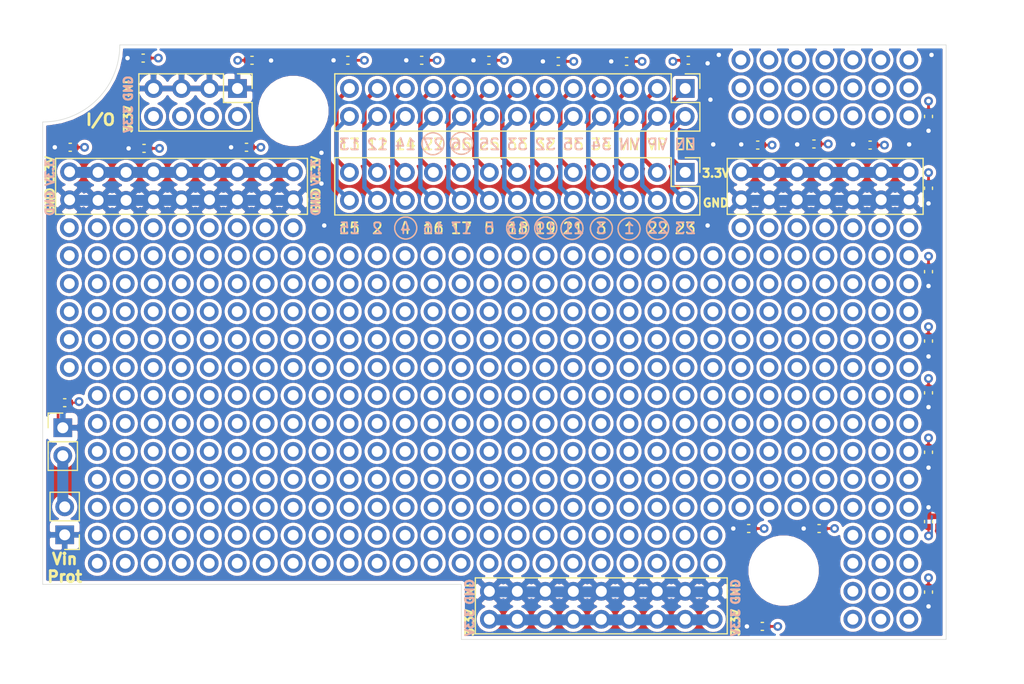
<source format=kicad_pcb>
(kicad_pcb (version 20171130) (host pcbnew "(5.1.8-0-10_14)")
  (title_block (title "Sailor Hat for ESP32") (rev 0.1.0) (company "Hat Laboratories") (comment 1 https://creativecommons.org/licenses/by-sa/4.0) (comment 2 "To view a copy of this license, visit ") (comment 3 "Sailor Hat for ESP32 is licensed under CC BY-SA 4.0."))
  (layers (0 F.Cu signal) (1 In1.Cu power) (2 In2.Cu power) (31 B.Cu signal) (34 B.Paste user hide) (35 F.Paste user hide) (36 B.SilkS user) (37 F.SilkS user) (38 B.Mask user hide) (39 F.Mask user hide) (44 Edge.Cuts user))
  (net 0 "")
  (net 1 GND)
  (net 2 +3V3)
  (net 3 /PCB/Vin_protected)
  (net 4 /PCB/IO15)
  (net 5 /PCB/IO13)
  (net 6 /PCB/IO02)
  (net 7 /PCB/IO12)
  (net 8 /PCB/IO04)
  (net 9 /PCB/IO14)
  (net 10 /PCB/IO16)
  (net 11 /PCB/IO27)
  (net 12 /PCB/IO17)
  (net 13 /PCB/IO26)
  (net 14 /PCB/IO05)
  (net 15 /PCB/IO25)
  (net 16 /PCB/IO18)
  (net 17 /PCB/IO33)
  (net 18 /PCB/IO19)
  (net 19 /PCB/IO32)
  (net 20 /PCB/IO21)
  (net 21 /PCB/IO35)
  (net 22 /PCB/IO03)
  (net 23 /PCB/IO34)
  (net 24 /PCB/IO01)
  (net 25 /PCB/VN)
  (net 26 /PCB/IO22)
  (net 27 /PCB/VP)
  (net 28 /PCB/IO23)
  (net 29 /PCB/EN)
  (module SH-ESP32:ProtoPad-Drill1mm (layer F.Cu) (at 99.06 71.12)
    (fp_text reference P252 hide)
    (fp_text value Conn_01x01_Male hide)
    (pad 1 thru_hole circle (at 0 -0.05) (size 1.7 1.7) (drill 1) (layers *.Cu *.Mask) (net 1 GND))
  )
  (module SH-ESP32:ProtoPad-Drill1mm (layer F.Cu) (at 139.7 106.68)
    (fp_text reference P250 hide)
    (fp_text value Conn_01x01_Male hide)
    (pad 1 thru_hole circle (at 0 -0.05) (size 1.7 1.7) (drill 1) (layers *.Cu *.Mask) (net 1 GND))
  )
  (module SH-ESP32:ProtoPad-Drill1mm (layer F.Cu) (at 101.6 71.12)
    (fp_text reference P249 hide)
    (fp_text value Conn_01x01_Male hide)
    (pad 1 thru_hole circle (at 0 -0.05) (size 1.7 1.7) (drill 1) (layers *.Cu *.Mask) (net 1 GND))
  )
  (module SH-ESP32:ProtoPad-Drill1mm (layer F.Cu) (at 165.1 71.12)
    (fp_text reference P248 hide)
    (fp_text value Conn_01x01_Male hide)
    (pad 1 thru_hole circle (at 0 -0.05) (size 1.7 1.7) (drill 1) (layers *.Cu *.Mask) (net 1 GND))
  )
  (module SH-ESP32:ProtoPad-Drill1mm (layer F.Cu) (at 149.86 106.68)
    (fp_text reference P247 hide)
    (fp_text value Conn_01x01_Male hide)
    (pad 1 thru_hole circle (at 0 -0.05) (size 1.7 1.7) (drill 1) (layers *.Cu *.Mask) (net 1 GND))
  )
  (module SH-ESP32:ProtoPad-Drill1mm (layer F.Cu) (at 137.16 106.68)
    (fp_text reference P246 hide)
    (fp_text value Conn_01x01_Male hide)
    (pad 1 thru_hole circle (at 0 -0.05) (size 1.7 1.7) (drill 1) (layers *.Cu *.Mask) (net 1 GND))
  )
  (module SH-ESP32:ProtoPad-Drill1mm (layer F.Cu) (at 104.14 71.12)
    (fp_text reference P245 hide)
    (fp_text value Conn_01x01_Male hide)
    (pad 1 thru_hole circle (at 0 -0.05) (size 1.7 1.7) (drill 1) (layers *.Cu *.Mask) (net 1 GND))
  )
  (module SH-ESP32:ProtoPad-Drill1mm (layer F.Cu) (at 91.44 71.12)
    (fp_text reference P244 hide)
    (fp_text value Conn_01x01_Male hide)
    (pad 1 thru_hole circle (at 0 -0.05) (size 1.7 1.7) (drill 1) (layers *.Cu *.Mask) (net 1 GND))
  )
  (module SH-ESP32:ProtoPad-Drill1mm (layer F.Cu) (at 162.56 71.12)
    (fp_text reference P243 hide)
    (fp_text value Conn_01x01_Male hide)
    (pad 1 thru_hole circle (at 0 -0.05) (size 1.7 1.7) (drill 1) (layers *.Cu *.Mask) (net 1 GND))
  )
  (module SH-ESP32:ProtoPad-Drill1mm (layer F.Cu) (at 147.32 106.68)
    (fp_text reference P242 hide)
    (fp_text value Conn_01x01_Male hide)
    (pad 1 thru_hole circle (at 0 -0.05) (size 1.7 1.7) (drill 1) (layers *.Cu *.Mask) (net 1 GND))
  )
  (module SH-ESP32:ProtoPad-Drill1mm (layer F.Cu) (at 134.62 106.68)
    (fp_text reference P241 hide)
    (fp_text value Conn_01x01_Male hide)
    (pad 1 thru_hole circle (at 0 -0.05) (size 1.7 1.7) (drill 1) (layers *.Cu *.Mask) (net 1 GND))
  )
  (module SH-ESP32:ProtoPad-Drill1mm (layer F.Cu) (at 106.68 71.12)
    (fp_text reference P240 hide)
    (fp_text value Conn_01x01_Male hide)
    (pad 1 thru_hole circle (at 0 -0.05) (size 1.7 1.7) (drill 1) (layers *.Cu *.Mask) (net 1 GND))
  )
  (module SH-ESP32:ProtoPad-Drill1mm (layer F.Cu) (at 167.64 71.12)
    (fp_text reference P239 hide)
    (fp_text value Conn_01x01_Male hide)
    (pad 1 thru_hole circle (at 0 -0.05) (size 1.7 1.7) (drill 1) (layers *.Cu *.Mask) (net 1 GND))
  )
  (module SH-ESP32:ProtoPad-Drill1mm (layer F.Cu) (at 160.02 71.12)
    (fp_text reference P238 hide)
    (fp_text value Conn_01x01_Male hide)
    (pad 1 thru_hole circle (at 0 -0.05) (size 1.7 1.7) (drill 1) (layers *.Cu *.Mask) (net 1 GND))
  )
  (module SH-ESP32:ProtoPad-Drill1mm (layer F.Cu) (at 144.78 106.68)
    (fp_text reference P237 hide)
    (fp_text value Conn_01x01_Male hide)
    (pad 1 thru_hole circle (at 0 -0.05) (size 1.7 1.7) (drill 1) (layers *.Cu *.Mask) (net 1 GND))
  )
  (module SH-ESP32:ProtoPad-Drill1mm (layer F.Cu) (at 132.08 106.68)
    (fp_text reference P236 hide)
    (fp_text value Conn_01x01_Male hide)
    (pad 1 thru_hole circle (at 0 -0.05) (size 1.7 1.7) (drill 1) (layers *.Cu *.Mask) (net 1 GND))
  )
  (module SH-ESP32:ProtoPad-Drill1mm (layer F.Cu) (at 109.22 71.12)
    (fp_text reference P235 hide)
    (fp_text value Conn_01x01_Male hide)
    (pad 1 thru_hole circle (at 0 -0.05) (size 1.7 1.7) (drill 1) (layers *.Cu *.Mask) (net 1 GND))
  )
  (module SH-ESP32:ProtoPad-Drill1mm (layer F.Cu) (at 154.94 71.12)
    (fp_text reference P234 hide)
    (fp_text value Conn_01x01_Male hide)
    (pad 1 thru_hole circle (at 0 -0.05) (size 1.7 1.7) (drill 1) (layers *.Cu *.Mask) (net 1 GND))
  )
  (module SH-ESP32:ProtoPad-Drill1mm (layer F.Cu) (at 157.48 71.12)
    (fp_text reference P233 hide)
    (fp_text value Conn_01x01_Male hide)
    (pad 1 thru_hole circle (at 0 -0.05) (size 1.7 1.7) (drill 1) (layers *.Cu *.Mask) (net 1 GND))
  )
  (module SH-ESP32:ProtoPad-Drill1mm (layer F.Cu) (at 142.24 106.68)
    (fp_text reference P232 hide)
    (fp_text value Conn_01x01_Male hide)
    (pad 1 thru_hole circle (at 0 -0.05) (size 1.7 1.7) (drill 1) (layers *.Cu *.Mask) (net 1 GND))
  )
  (module SH-ESP32:ProtoPad-Drill1mm (layer F.Cu) (at 129.54 106.68)
    (fp_text reference P231 hide)
    (fp_text value Conn_01x01_Male hide)
    (pad 1 thru_hole circle (at 0 -0.05) (size 1.7 1.7) (drill 1) (layers *.Cu *.Mask) (net 1 GND))
  )
  (module SH-ESP32:ProtoPad-Drill1mm (layer F.Cu) (at 111.76 71.12)
    (fp_text reference P230 hide)
    (fp_text value Conn_01x01_Male hide)
    (pad 1 thru_hole circle (at 0 -0.05) (size 1.7 1.7) (drill 1) (layers *.Cu *.Mask) (net 1 GND))
  )
  (module SH-ESP32:ProtoPad-Drill1mm (layer F.Cu) (at 152.4 71.12)
    (fp_text reference P229 hide)
    (fp_text value Conn_01x01_Male hide)
    (pad 1 thru_hole circle (at 0 -0.05) (size 1.7 1.7) (drill 1) (layers *.Cu *.Mask) (net 1 GND))
  )
  (module SH-ESP32:ProtoPad-Drill1mm (layer F.Cu) (at 165.1 68.58)
    (fp_text reference P228 hide)
    (fp_text value Conn_01x01_Male hide)
    (pad 1 thru_hole circle (at 0 -0.05) (size 1.7 1.7) (drill 1) (layers *.Cu *.Mask) (net 2 +3V3))
  )
  (module SH-ESP32:ProtoPad-Drill1mm (layer F.Cu) (at 137.16 109.22)
    (fp_text reference P227 hide)
    (fp_text value Conn_01x01_Male hide)
    (pad 1 thru_hole circle (at 0 -0.05) (size 1.7 1.7) (drill 1) (layers *.Cu *.Mask) (net 2 +3V3))
  )
  (module SH-ESP32:ProtoPad-Drill1mm (layer F.Cu) (at 139.7 109.22)
    (fp_text reference P226 hide)
    (fp_text value Conn_01x01_Male hide)
    (pad 1 thru_hole circle (at 0 -0.05) (size 1.7 1.7) (drill 1) (layers *.Cu *.Mask) (net 2 +3V3))
  )
  (module SH-ESP32:ProtoPad-Drill1mm (layer F.Cu) (at 147.32 109.22)
    (fp_text reference P225 hide)
    (fp_text value Conn_01x01_Male hide)
    (pad 1 thru_hole circle (at 0 -0.05) (size 1.7 1.7) (drill 1) (layers *.Cu *.Mask) (net 2 +3V3))
  )
  (module SH-ESP32:ProtoPad-Drill1mm (layer F.Cu) (at 101.6 68.58)
    (fp_text reference P224 hide)
    (fp_text value Conn_01x01_Male hide)
    (pad 1 thru_hole circle (at 0 -0.05) (size 1.7 1.7) (drill 1) (layers *.Cu *.Mask) (net 2 +3V3))
  )
  (module SH-ESP32:ProtoPad-Drill1mm (layer F.Cu) (at 162.56 68.58)
    (fp_text reference P223 hide)
    (fp_text value Conn_01x01_Male hide)
    (pad 1 thru_hole circle (at 0 -0.05) (size 1.7 1.7) (drill 1) (layers *.Cu *.Mask) (net 2 +3V3))
  )
  (module SH-ESP32:ProtoPad-Drill1mm (layer F.Cu) (at 134.62 109.22)
    (fp_text reference P222 hide)
    (fp_text value Conn_01x01_Male hide)
    (pad 1 thru_hole circle (at 0 -0.05) (size 1.7 1.7) (drill 1) (layers *.Cu *.Mask) (net 2 +3V3))
  )
  (module SH-ESP32:ProtoPad-Drill1mm (layer F.Cu) (at 142.24 109.22)
    (fp_text reference P221 hide)
    (fp_text value Conn_01x01_Male hide)
    (pad 1 thru_hole circle (at 0 -0.05) (size 1.7 1.7) (drill 1) (layers *.Cu *.Mask) (net 2 +3V3))
  )
  (module SH-ESP32:ProtoPad-Drill1mm (layer F.Cu) (at 149.86 109.22)
    (fp_text reference P220 hide)
    (fp_text value Conn_01x01_Male hide)
    (pad 1 thru_hole circle (at 0 -0.05) (size 1.7 1.7) (drill 1) (layers *.Cu *.Mask) (net 2 +3V3))
  )
  (module SH-ESP32:ProtoPad-Drill1mm (layer F.Cu) (at 111.76 68.58)
    (fp_text reference P219 hide)
    (fp_text value Conn_01x01_Male hide)
    (pad 1 thru_hole circle (at 0 -0.05) (size 1.7 1.7) (drill 1) (layers *.Cu *.Mask) (net 2 +3V3))
  )
  (module SH-ESP32:ProtoPad-Drill1mm (layer F.Cu) (at 160.02 68.58)
    (fp_text reference P218 hide)
    (fp_text value Conn_01x01_Male hide)
    (pad 1 thru_hole circle (at 0 -0.05) (size 1.7 1.7) (drill 1) (layers *.Cu *.Mask) (net 2 +3V3))
  )
  (module SH-ESP32:ProtoPad-Drill1mm (layer F.Cu) (at 132.08 109.22)
    (fp_text reference P217 hide)
    (fp_text value Conn_01x01_Male hide)
    (pad 1 thru_hole circle (at 0 -0.05) (size 1.7 1.7) (drill 1) (layers *.Cu *.Mask) (net 2 +3V3))
  )
  (module SH-ESP32:ProtoPad-Drill1mm (layer F.Cu) (at 144.78 109.22)
    (fp_text reference P216 hide)
    (fp_text value Conn_01x01_Male hide)
    (pad 1 thru_hole circle (at 0 -0.05) (size 1.7 1.7) (drill 1) (layers *.Cu *.Mask) (net 2 +3V3))
  )
  (module SH-ESP32:ProtoPad-Drill1mm (layer F.Cu) (at 109.22 68.58)
    (fp_text reference P214 hide)
    (fp_text value Conn_01x01_Male hide)
    (pad 1 thru_hole circle (at 0 -0.05) (size 1.7 1.7) (drill 1) (layers *.Cu *.Mask) (net 2 +3V3))
  )
  (module SH-ESP32:ProtoPad-Drill1mm (layer F.Cu) (at 157.48 68.58)
    (fp_text reference P213 hide)
    (fp_text value Conn_01x01_Male hide)
    (pad 1 thru_hole circle (at 0 -0.05) (size 1.7 1.7) (drill 1) (layers *.Cu *.Mask) (net 2 +3V3))
  )
  (module SH-ESP32:ProtoPad-Drill1mm (layer F.Cu) (at 129.54 109.22)
    (fp_text reference P212 hide)
    (fp_text value Conn_01x01_Male hide)
    (pad 1 thru_hole circle (at 0 -0.05) (size 1.7 1.7) (drill 1) (layers *.Cu *.Mask) (net 2 +3V3))
  )
  (module SH-ESP32:ProtoPad-Drill1mm (layer F.Cu) (at 167.64 68.58)
    (fp_text reference P211 hide)
    (fp_text value Conn_01x01_Male hide)
    (pad 1 thru_hole circle (at 0 -0.05) (size 1.7 1.7) (drill 1) (layers *.Cu *.Mask) (net 2 +3V3))
  )
  (module SH-ESP32:ProtoPad-Drill1mm (layer F.Cu) (at 106.68 68.58)
    (fp_text reference P210 hide)
    (fp_text value Conn_01x01_Male hide)
    (pad 1 thru_hole circle (at 0 -0.05) (size 1.7 1.7) (drill 1) (layers *.Cu *.Mask) (net 2 +3V3))
  )
  (module SH-ESP32:ProtoPad-Drill1mm (layer F.Cu) (at 154.94 68.58)
    (fp_text reference P209 hide)
    (fp_text value Conn_01x01_Male hide)
    (pad 1 thru_hole circle (at 0 -0.05) (size 1.7 1.7) (drill 1) (layers *.Cu *.Mask) (net 2 +3V3))
  )
  (module SH-ESP32:ProtoPad-Drill1mm (layer F.Cu) (at 91.44 68.58)
    (fp_text reference P208 hide)
    (fp_text value Conn_01x01_Male hide)
    (pad 1 thru_hole circle (at 0 -0.05) (size 1.7 1.7) (drill 1) (layers *.Cu *.Mask) (net 2 +3V3))
  )
  (module SH-ESP32:ProtoPad-Drill1mm (layer F.Cu) (at 104.14 68.58)
    (fp_text reference P207 hide)
    (fp_text value Conn_01x01_Male hide)
    (pad 1 thru_hole circle (at 0 -0.05) (size 1.7 1.7) (drill 1) (layers *.Cu *.Mask) (net 2 +3V3))
  )
  (module SH-ESP32:ProtoPad-Drill1mm (layer F.Cu) (at 152.4 68.58)
    (fp_text reference P206 hide)
    (fp_text value Conn_01x01_Male hide)
    (pad 1 thru_hole circle (at 0 -0.05) (size 1.7 1.7) (drill 1) (layers *.Cu *.Mask) (net 2 +3V3))
  )
  (module SH-ESP32:ProtoPad-Drill1mm (layer F.Cu) (at 99.06 68.58)
    (fp_text reference P205 hide)
    (fp_text value Conn_01x01_Male hide)
    (pad 1 thru_hole circle (at 0 -0.05) (size 1.7 1.7) (drill 1) (layers *.Cu *.Mask) (net 2 +3V3))
  )
  (module SH-ESP32:ProtoPad-Drill1mm (layer F.Cu) (at 93.98 71.12 270)
    (fp_text reference P204 hide)
    (fp_text value Conn_01x01_Male hide)
    (pad 1 thru_hole circle (at 0 -0.05 270) (size 1.7 1.7) (drill 1) (layers *.Cu *.Mask) (net 1 GND))
  )
  (module SH-ESP32:ProtoPad-Drill1mm (layer F.Cu) (at 96.52 71.12 270)
    (fp_text reference P203 hide)
    (fp_text value Conn_01x01_Male hide)
    (pad 1 thru_hole circle (at 0 -0.05 270) (size 1.7 1.7) (drill 1) (layers *.Cu *.Mask) (net 1 GND))
  )
  (module SH-ESP32:ProtoPad-Drill1mm (layer F.Cu) (at 93.98 68.58 270)
    (fp_text reference P202 hide)
    (fp_text value Conn_01x01_Male hide)
    (pad 1 thru_hole circle (at 0 -0.05 270) (size 1.7 1.7) (drill 1) (layers *.Cu *.Mask) (net 2 +3V3))
  )
  (module SH-ESP32:ProtoPad-Drill1mm (layer F.Cu) (at 96.52 68.58 270)
    (fp_text reference P201 hide)
    (fp_text value Conn_01x01_Male hide)
    (pad 1 thru_hole circle (at 0 -0.05 270) (size 1.7 1.7) (drill 1) (layers *.Cu *.Mask) (net 2 +3V3))
  )
  (module SH-ESP32:ProtoPad-Drill1mm (layer F.Cu) (at 162.536 106.674)
    (fp_text reference REF** hide)
    (fp_text value ProtoPad-Drill1mm hide)
    (pad 1 thru_hole circle (at 0 -0.05) (size 1.7 1.7) (drill 1) (layers *.Cu *.Mask))
  )
  (module SH-ESP32:ProtoPad-Drill1mm (layer F.Cu) (at 167.616 106.674)
    (fp_text reference REF** hide)
    (fp_text value ProtoPad-Drill1mm hide)
    (pad 1 thru_hole circle (at 0 -0.05) (size 1.7 1.7) (drill 1) (layers *.Cu *.Mask))
  )
  (module SH-ESP32:ProtoPad-Drill1mm (layer F.Cu) (at 167.616 109.214)
    (fp_text reference REF** hide)
    (fp_text value ProtoPad-Drill1mm hide)
    (pad 1 thru_hole circle (at 0 -0.05) (size 1.7 1.7) (drill 1) (layers *.Cu *.Mask))
  )
  (module SH-ESP32:ProtoPad-Drill1mm (layer F.Cu) (at 165.076 109.214)
    (fp_text reference REF** hide)
    (fp_text value ProtoPad-Drill1mm hide)
    (pad 1 thru_hole circle (at 0 -0.05) (size 1.7 1.7) (drill 1) (layers *.Cu *.Mask))
  )
  (module SH-ESP32:ProtoPad-Drill1mm (layer F.Cu) (at 165.076 106.674)
    (fp_text reference REF** hide)
    (fp_text value ProtoPad-Drill1mm hide)
    (pad 1 thru_hole circle (at 0 -0.05) (size 1.7 1.7) (drill 1) (layers *.Cu *.Mask))
  )
  (module SH-ESP32:ProtoPad-Drill1mm (layer F.Cu) (at 162.536 109.214)
    (fp_text reference REF** hide)
    (fp_text value ProtoPad-Drill1mm hide)
    (pad 1 thru_hole circle (at 0 -0.05) (size 1.7 1.7) (drill 1) (layers *.Cu *.Mask))
  )
  (module SH-ESP32:ProtoPad-Drill1mm (layer F.Cu) (at 162.536 101.594)
    (fp_text reference REF** hide)
    (fp_text value ProtoPad-Drill1mm hide)
    (pad 1 thru_hole circle (at 0 -0.05) (size 1.7 1.7) (drill 1) (layers *.Cu *.Mask))
  )
  (module SH-ESP32:ProtoPad-Drill1mm (layer F.Cu) (at 167.616 101.594)
    (fp_text reference REF** hide)
    (fp_text value ProtoPad-Drill1mm hide)
    (pad 1 thru_hole circle (at 0 -0.05) (size 1.7 1.7) (drill 1) (layers *.Cu *.Mask))
  )
  (module SH-ESP32:ProtoPad-Drill1mm (layer F.Cu) (at 165.076 101.594)
    (fp_text reference REF** hide)
    (fp_text value ProtoPad-Drill1mm hide)
    (pad 1 thru_hole circle (at 0 -0.05) (size 1.7 1.7) (drill 1) (layers *.Cu *.Mask))
  )
  (module SH-ESP32:ProtoPad-Drill1mm (layer F.Cu) (at 167.616 104.134)
    (fp_text reference REF** hide)
    (fp_text value ProtoPad-Drill1mm hide)
    (pad 1 thru_hole circle (at 0 -0.05) (size 1.7 1.7) (drill 1) (layers *.Cu *.Mask))
  )
  (module SH-ESP32:ProtoPad-Drill1mm (layer F.Cu) (at 162.536 104.134)
    (fp_text reference REF** hide)
    (fp_text value ProtoPad-Drill1mm hide)
    (pad 1 thru_hole circle (at 0 -0.05) (size 1.7 1.7) (drill 1) (layers *.Cu *.Mask))
  )
  (module SH-ESP32:ProtoPad-Drill1mm (layer F.Cu) (at 165.076 104.134)
    (fp_text reference REF** hide)
    (fp_text value ProtoPad-Drill1mm hide)
    (pad 1 thru_hole circle (at 0 -0.05) (size 1.7 1.7) (drill 1) (layers *.Cu *.Mask))
  )
  (module SH-ESP32:ProtoPad-Drill1mm (layer F.Cu) (at 149.836 104.134)
    (fp_text reference REF** hide)
    (fp_text value ProtoPad-Drill1mm hide)
    (pad 1 thru_hole circle (at 0 -0.05) (size 1.7 1.7) (drill 1) (layers *.Cu *.Mask))
  )
  (module SH-ESP32:ProtoPad-Drill1mm (layer F.Cu) (at 149.836 101.594)
    (fp_text reference REF** hide)
    (fp_text value ProtoPad-Drill1mm hide)
    (pad 1 thru_hole circle (at 0 -0.05) (size 1.7 1.7) (drill 1) (layers *.Cu *.Mask))
  )
  (module SH-ESP32:ProtoPad-Drill1mm (layer F.Cu) (at 165.076 58.414)
    (fp_text reference REF** hide)
    (fp_text value ProtoPad-Drill1mm hide)
    (pad 1 thru_hole circle (at 0 -0.05) (size 1.7 1.7) (drill 1) (layers *.Cu *.Mask))
  )
  (module SH-ESP32:ProtoPad-Drill1mm (layer F.Cu) (at 167.616 60.954)
    (fp_text reference REF** hide)
    (fp_text value ProtoPad-Drill1mm hide)
    (pad 1 thru_hole circle (at 0 -0.05) (size 1.7 1.7) (drill 1) (layers *.Cu *.Mask))
  )
  (module SH-ESP32:ProtoPad-Drill1mm (layer F.Cu) (at 167.616 58.414)
    (fp_text reference REF** hide)
    (fp_text value ProtoPad-Drill1mm hide)
    (pad 1 thru_hole circle (at 0 -0.05) (size 1.7 1.7) (drill 1) (layers *.Cu *.Mask))
  )
  (module SH-ESP32:ProtoPad-Drill1mm (layer F.Cu) (at 162.536 58.414)
    (fp_text reference REF** hide)
    (fp_text value ProtoPad-Drill1mm hide)
    (pad 1 thru_hole circle (at 0 -0.05) (size 1.7 1.7) (drill 1) (layers *.Cu *.Mask))
  )
  (module SH-ESP32:ProtoPad-Drill1mm (layer F.Cu) (at 154.916 58.414)
    (fp_text reference REF** hide)
    (fp_text value ProtoPad-Drill1mm hide)
    (pad 1 thru_hole circle (at 0 -0.05) (size 1.7 1.7) (drill 1) (layers *.Cu *.Mask))
  )
  (module SH-ESP32:ProtoPad-Drill1mm (layer F.Cu) (at 157.456 58.414)
    (fp_text reference REF** hide)
    (fp_text value ProtoPad-Drill1mm hide)
    (pad 1 thru_hole circle (at 0 -0.05) (size 1.7 1.7) (drill 1) (layers *.Cu *.Mask))
  )
  (module SH-ESP32:ProtoPad-Drill1mm (layer F.Cu) (at 159.996 58.414)
    (fp_text reference REF** hide)
    (fp_text value ProtoPad-Drill1mm hide)
    (pad 1 thru_hole circle (at 0 -0.05) (size 1.7 1.7) (drill 1) (layers *.Cu *.Mask))
  )
  (module SH-ESP32:ProtoPad-Drill1mm (layer F.Cu) (at 152.376 58.414)
    (fp_text reference REF** hide)
    (fp_text value ProtoPad-Drill1mm hide)
    (pad 1 thru_hole circle (at 0 -0.05) (size 1.7 1.7) (drill 1) (layers *.Cu *.Mask))
  )
  (module SH-ESP32:ProtoPad-Drill1mm (layer F.Cu) (at 167.616 63.494)
    (fp_text reference REF** hide)
    (fp_text value ProtoPad-Drill1mm hide)
    (pad 1 thru_hole circle (at 0 -0.05) (size 1.7 1.7) (drill 1) (layers *.Cu *.Mask))
  )
  (module SH-ESP32:ProtoPad-Drill1mm (layer F.Cu) (at 152.376 60.954)
    (fp_text reference REF** hide)
    (fp_text value ProtoPad-Drill1mm hide)
    (pad 1 thru_hole circle (at 0 -0.05) (size 1.7 1.7) (drill 1) (layers *.Cu *.Mask))
  )
  (module SH-ESP32:ProtoPad-Drill1mm (layer F.Cu) (at 152.376 63.494)
    (fp_text reference REF** hide)
    (fp_text value ProtoPad-Drill1mm hide)
    (pad 1 thru_hole circle (at 0 -0.05) (size 1.7 1.7) (drill 1) (layers *.Cu *.Mask))
  )
  (module SH-ESP32:ProtoPad-Drill1mm (layer F.Cu) (at 165.076 60.954)
    (fp_text reference REF** hide)
    (fp_text value ProtoPad-Drill1mm hide)
    (pad 1 thru_hole circle (at 0 -0.05) (size 1.7 1.7) (drill 1) (layers *.Cu *.Mask))
  )
  (module SH-ESP32:ProtoPad-Drill1mm (layer F.Cu) (at 165.076 63.494)
    (fp_text reference REF** hide)
    (fp_text value ProtoPad-Drill1mm hide)
    (pad 1 thru_hole circle (at 0 -0.05) (size 1.7 1.7) (drill 1) (layers *.Cu *.Mask))
  )
  (module SH-ESP32:ProtoPad-Drill1mm (layer F.Cu) (at 162.536 60.954)
    (fp_text reference REF** hide)
    (fp_text value ProtoPad-Drill1mm hide)
    (pad 1 thru_hole circle (at 0 -0.05) (size 1.7 1.7) (drill 1) (layers *.Cu *.Mask))
  )
  (module SH-ESP32:ProtoPad-Drill1mm (layer F.Cu) (at 162.536 63.494)
    (fp_text reference REF** hide)
    (fp_text value ProtoPad-Drill1mm hide)
    (pad 1 thru_hole circle (at 0 -0.05) (size 1.7 1.7) (drill 1) (layers *.Cu *.Mask))
  )
  (module SH-ESP32:ProtoPad-Drill1mm (layer F.Cu) (at 159.996 60.954)
    (fp_text reference REF** hide)
    (fp_text value ProtoPad-Drill1mm hide)
    (pad 1 thru_hole circle (at 0 -0.05) (size 1.7 1.7) (drill 1) (layers *.Cu *.Mask))
  )
  (module SH-ESP32:ProtoPad-Drill1mm (layer F.Cu) (at 159.996 63.494)
    (fp_text reference REF** hide)
    (fp_text value ProtoPad-Drill1mm hide)
    (pad 1 thru_hole circle (at 0 -0.05) (size 1.7 1.7) (drill 1) (layers *.Cu *.Mask))
  )
  (module SH-ESP32:ProtoPad-Drill1mm (layer F.Cu) (at 157.456 60.954)
    (fp_text reference REF** hide)
    (fp_text value ProtoPad-Drill1mm hide)
    (pad 1 thru_hole circle (at 0 -0.05) (size 1.7 1.7) (drill 1) (layers *.Cu *.Mask))
  )
  (module SH-ESP32:ProtoPad-Drill1mm (layer F.Cu) (at 157.456 63.494)
    (fp_text reference REF** hide)
    (fp_text value ProtoPad-Drill1mm hide)
    (pad 1 thru_hole circle (at 0 -0.05) (size 1.7 1.7) (drill 1) (layers *.Cu *.Mask))
  )
  (module SH-ESP32:ProtoPad-Drill1mm (layer F.Cu) (at 154.916 60.954)
    (fp_text reference REF** hide)
    (fp_text value ProtoPad-Drill1mm hide)
    (pad 1 thru_hole circle (at 0 -0.05) (size 1.7 1.7) (drill 1) (layers *.Cu *.Mask))
  )
  (module SH-ESP32:ProtoPad-Drill1mm (layer F.Cu) (at 154.916 63.494)
    (fp_text reference REF** hide)
    (fp_text value ProtoPad-Drill1mm hide)
    (pad 1 thru_hole circle (at 0 -0.05) (size 1.7 1.7) (drill 1) (layers *.Cu *.Mask))
  )
  (module SH-ESP32:ProtoPad-Drill1mm (layer F.Cu) (at 96.496 104.134)
    (fp_text reference REF** hide)
    (fp_text value ProtoPad-Drill1mm hide)
    (pad 1 thru_hole circle (at 0 -0.05) (size 1.7 1.7) (drill 1) (layers *.Cu *.Mask))
  )
  (module SH-ESP32:ProtoPad-Drill1mm (layer F.Cu) (at 93.956 104.134)
    (fp_text reference REF** hide)
    (fp_text value ProtoPad-Drill1mm hide)
    (pad 1 thru_hole circle (at 0 -0.05) (size 1.7 1.7) (drill 1) (layers *.Cu *.Mask))
  )
  (module SH-ESP32:ProtoPad-Drill1mm (layer F.Cu) (at 124.436 104.134)
    (fp_text reference REF** hide)
    (fp_text value ProtoPad-Drill1mm hide)
    (pad 1 thru_hole circle (at 0 -0.05) (size 1.7 1.7) (drill 1) (layers *.Cu *.Mask))
  )
  (module SH-ESP32:ProtoPad-Drill1mm (layer F.Cu) (at 116.816 104.134)
    (fp_text reference REF** hide)
    (fp_text value ProtoPad-Drill1mm hide)
    (pad 1 thru_hole circle (at 0 -0.05) (size 1.7 1.7) (drill 1) (layers *.Cu *.Mask))
  )
  (module SH-ESP32:ProtoPad-Drill1mm (layer F.Cu) (at 114.276 104.134)
    (fp_text reference REF** hide)
    (fp_text value ProtoPad-Drill1mm hide)
    (pad 1 thru_hole circle (at 0 -0.05) (size 1.7 1.7) (drill 1) (layers *.Cu *.Mask))
  )
  (module SH-ESP32:ProtoPad-Drill1mm (layer F.Cu) (at 106.656 104.134)
    (fp_text reference REF** hide)
    (fp_text value ProtoPad-Drill1mm hide)
    (pad 1 thru_hole circle (at 0 -0.05) (size 1.7 1.7) (drill 1) (layers *.Cu *.Mask))
  )
  (module SH-ESP32:ProtoPad-Drill1mm (layer F.Cu) (at 119.356 104.134)
    (fp_text reference REF** hide)
    (fp_text value ProtoPad-Drill1mm hide)
    (pad 1 thru_hole circle (at 0 -0.05) (size 1.7 1.7) (drill 1) (layers *.Cu *.Mask))
  )
  (module SH-ESP32:ProtoPad-Drill1mm (layer F.Cu) (at 126.976 104.134)
    (fp_text reference REF** hide)
    (fp_text value ProtoPad-Drill1mm hide)
    (pad 1 thru_hole circle (at 0 -0.05) (size 1.7 1.7) (drill 1) (layers *.Cu *.Mask))
  )
  (module SH-ESP32:ProtoPad-Drill1mm (layer F.Cu) (at 111.736 104.134)
    (fp_text reference REF** hide)
    (fp_text value ProtoPad-Drill1mm hide)
    (pad 1 thru_hole circle (at 0 -0.05) (size 1.7 1.7) (drill 1) (layers *.Cu *.Mask))
  )
  (module SH-ESP32:ProtoPad-Drill1mm (layer F.Cu) (at 109.196 104.134)
    (fp_text reference REF** hide)
    (fp_text value ProtoPad-Drill1mm hide)
    (pad 1 thru_hole circle (at 0 -0.05) (size 1.7 1.7) (drill 1) (layers *.Cu *.Mask))
  )
  (module SH-ESP32:ProtoPad-Drill1mm (layer F.Cu) (at 121.896 104.134)
    (fp_text reference REF** hide)
    (fp_text value ProtoPad-Drill1mm hide)
    (pad 1 thru_hole circle (at 0 -0.05) (size 1.7 1.7) (drill 1) (layers *.Cu *.Mask))
  )
  (module SH-ESP32:ProtoPad-Drill1mm (layer F.Cu) (at 101.576 104.134)
    (fp_text reference REF** hide)
    (fp_text value ProtoPad-Drill1mm hide)
    (pad 1 thru_hole circle (at 0 -0.05) (size 1.7 1.7) (drill 1) (layers *.Cu *.Mask))
  )
  (module SH-ESP32:ProtoPad-Drill1mm (layer F.Cu) (at 104.116 104.134)
    (fp_text reference REF** hide)
    (fp_text value ProtoPad-Drill1mm hide)
    (pad 1 thru_hole circle (at 0 -0.05) (size 1.7 1.7) (drill 1) (layers *.Cu *.Mask))
  )
  (module SH-ESP32:ProtoPad-Drill1mm (layer F.Cu) (at 99.036 104.134)
    (fp_text reference REF** hide)
    (fp_text value ProtoPad-Drill1mm hide)
    (pad 1 thru_hole circle (at 0 -0.05) (size 1.7 1.7) (drill 1) (layers *.Cu *.Mask))
  )
  (module SH-ESP32:ProtoPad-Drill1mm (layer F.Cu) (at 96.496 93.974)
    (fp_text reference REF** hide)
    (fp_text value ProtoPad-Drill1mm hide)
    (pad 1 thru_hole circle (at 0 -0.05) (size 1.7 1.7) (drill 1) (layers *.Cu *.Mask))
  )
  (module SH-ESP32:ProtoPad-Drill1mm (layer F.Cu) (at 96.496 96.514)
    (fp_text reference REF** hide)
    (fp_text value ProtoPad-Drill1mm hide)
    (pad 1 thru_hole circle (at 0 -0.05) (size 1.7 1.7) (drill 1) (layers *.Cu *.Mask))
  )
  (module SH-ESP32:ProtoPad-Drill1mm (layer F.Cu) (at 96.496 91.434)
    (fp_text reference REF** hide)
    (fp_text value ProtoPad-Drill1mm hide)
    (pad 1 thru_hole circle (at 0 -0.05) (size 1.7 1.7) (drill 1) (layers *.Cu *.Mask))
  )
  (module SH-ESP32:ProtoPad-Drill1mm (layer F.Cu) (at 93.956 91.434)
    (fp_text reference REF** hide)
    (fp_text value ProtoPad-Drill1mm hide)
    (pad 1 thru_hole circle (at 0 -0.05) (size 1.7 1.7) (drill 1) (layers *.Cu *.Mask))
  )
  (module SH-ESP32:ProtoPad-Drill1mm (layer F.Cu) (at 96.496 99.054)
    (fp_text reference REF** hide)
    (fp_text value ProtoPad-Drill1mm hide)
    (pad 1 thru_hole circle (at 0 -0.05) (size 1.7 1.7) (drill 1) (layers *.Cu *.Mask))
  )
  (module SH-ESP32:ProtoPad-Drill1mm (layer F.Cu) (at 93.956 99.054)
    (fp_text reference REF** hide)
    (fp_text value ProtoPad-Drill1mm hide)
    (pad 1 thru_hole circle (at 0 -0.05) (size 1.7 1.7) (drill 1) (layers *.Cu *.Mask))
  )
  (module SH-ESP32:ProtoPad-Drill1mm (layer F.Cu) (at 93.956 93.974)
    (fp_text reference REF** hide)
    (fp_text value ProtoPad-Drill1mm hide)
    (pad 1 thru_hole circle (at 0 -0.05) (size 1.7 1.7) (drill 1) (layers *.Cu *.Mask))
  )
  (module SH-ESP32:ProtoPad-Drill1mm (layer F.Cu) (at 93.956 96.514)
    (fp_text reference REF** hide)
    (fp_text value ProtoPad-Drill1mm hide)
    (pad 1 thru_hole circle (at 0 -0.05) (size 1.7 1.7) (drill 1) (layers *.Cu *.Mask))
  )
  (module SH-ESP32:ProtoPad-Drill1mm (layer F.Cu) (at 96.496 101.594)
    (fp_text reference REF** hide)
    (fp_text value ProtoPad-Drill1mm hide)
    (pad 1 thru_hole circle (at 0 -0.05) (size 1.7 1.7) (drill 1) (layers *.Cu *.Mask))
  )
  (module SH-ESP32:ProtoPad-Drill1mm (layer F.Cu) (at 93.956 101.594)
    (fp_text reference REF** hide)
    (fp_text value ProtoPad-Drill1mm hide)
    (pad 1 thru_hole circle (at 0 -0.05) (size 1.7 1.7) (drill 1) (layers *.Cu *.Mask))
  )
  (module SH-ESP32:ProtoPad-Drill1mm (layer F.Cu) (at 93.956 83.814)
    (fp_text reference REF** hide)
    (fp_text value ProtoPad-Drill1mm hide)
    (pad 1 thru_hole circle (at 0 -0.05) (size 1.7 1.7) (drill 1) (layers *.Cu *.Mask))
  )
  (module SH-ESP32:ProtoPad-Drill1mm (layer F.Cu) (at 96.496 83.814)
    (fp_text reference REF** hide)
    (fp_text value ProtoPad-Drill1mm hide)
    (pad 1 thru_hole circle (at 0 -0.05) (size 1.7 1.7) (drill 1) (layers *.Cu *.Mask))
  )
  (module SH-ESP32:ProtoPad-Drill1mm (layer F.Cu) (at 91.416 83.814)
    (fp_text reference REF** hide)
    (fp_text value ProtoPad-Drill1mm hide)
    (pad 1 thru_hole circle (at 0 -0.05) (size 1.7 1.7) (drill 1) (layers *.Cu *.Mask))
  )
  (module SH-ESP32:ProtoPad-Drill1mm (layer F.Cu) (at 96.496 76.194)
    (fp_text reference REF** hide)
    (fp_text value ProtoPad-Drill1mm hide)
    (pad 1 thru_hole circle (at 0 -0.05) (size 1.7 1.7) (drill 1) (layers *.Cu *.Mask))
  )
  (module SH-ESP32:ProtoPad-Drill1mm (layer F.Cu) (at 91.416 81.274)
    (fp_text reference REF** hide)
    (fp_text value ProtoPad-Drill1mm hide)
    (pad 1 thru_hole circle (at 0 -0.05) (size 1.7 1.7) (drill 1) (layers *.Cu *.Mask))
  )
  (module SH-ESP32:ProtoPad-Drill1mm (layer F.Cu) (at 91.416 76.194)
    (fp_text reference REF** hide)
    (fp_text value ProtoPad-Drill1mm hide)
    (pad 1 thru_hole circle (at 0 -0.05) (size 1.7 1.7) (drill 1) (layers *.Cu *.Mask))
  )
  (module SH-ESP32:ProtoPad-Drill1mm (layer F.Cu) (at 91.416 78.734)
    (fp_text reference REF** hide)
    (fp_text value ProtoPad-Drill1mm hide)
    (pad 1 thru_hole circle (at 0 -0.05) (size 1.7 1.7) (drill 1) (layers *.Cu *.Mask))
  )
  (module SH-ESP32:ProtoPad-Drill1mm (layer F.Cu) (at 93.956 76.194)
    (fp_text reference REF** hide)
    (fp_text value ProtoPad-Drill1mm hide)
    (pad 1 thru_hole circle (at 0 -0.05) (size 1.7 1.7) (drill 1) (layers *.Cu *.Mask))
  )
  (module SH-ESP32:ProtoPad-Drill1mm (layer F.Cu) (at 93.956 78.734)
    (fp_text reference REF** hide)
    (fp_text value ProtoPad-Drill1mm hide)
    (pad 1 thru_hole circle (at 0 -0.05) (size 1.7 1.7) (drill 1) (layers *.Cu *.Mask))
  )
  (module SH-ESP32:ProtoPad-Drill1mm (layer F.Cu) (at 93.956 73.654)
    (fp_text reference REF** hide)
    (fp_text value ProtoPad-Drill1mm hide)
    (pad 1 thru_hole circle (at 0 -0.05) (size 1.7 1.7) (drill 1) (layers *.Cu *.Mask))
  )
  (module SH-ESP32:ProtoPad-Drill1mm (layer F.Cu) (at 91.416 73.654)
    (fp_text reference REF** hide)
    (fp_text value ProtoPad-Drill1mm hide)
    (pad 1 thru_hole circle (at 0 -0.05) (size 1.7 1.7) (drill 1) (layers *.Cu *.Mask))
  )
  (module SH-ESP32:ProtoPad-Drill1mm (layer F.Cu) (at 96.496 73.654)
    (fp_text reference REF** hide)
    (fp_text value ProtoPad-Drill1mm hide)
    (pad 1 thru_hole circle (at 0 -0.05) (size 1.7 1.7) (drill 1) (layers *.Cu *.Mask))
  )
  (module SH-ESP32:ProtoPad-Drill1mm (layer F.Cu) (at 96.496 78.734)
    (fp_text reference REF** hide)
    (fp_text value ProtoPad-Drill1mm hide)
    (pad 1 thru_hole circle (at 0 -0.05) (size 1.7 1.7) (drill 1) (layers *.Cu *.Mask))
  )
  (module SH-ESP32:ProtoPad-Drill1mm (layer F.Cu) (at 96.496 81.274)
    (fp_text reference REF** hide)
    (fp_text value ProtoPad-Drill1mm hide)
    (pad 1 thru_hole circle (at 0 -0.05) (size 1.7 1.7) (drill 1) (layers *.Cu *.Mask))
  )
  (module SH-ESP32:ProtoPad-Drill1mm (layer F.Cu) (at 93.956 81.274)
    (fp_text reference REF** hide)
    (fp_text value ProtoPad-Drill1mm hide)
    (pad 1 thru_hole circle (at 0 -0.05) (size 1.7 1.7) (drill 1) (layers *.Cu *.Mask))
  )
  (module SH-ESP32:ProtoPad-Drill1mm (layer F.Cu) (at 93.956 86.354)
    (fp_text reference REF** hide)
    (fp_text value ProtoPad-Drill1mm hide)
    (pad 1 thru_hole circle (at 0 -0.05) (size 1.7 1.7) (drill 1) (layers *.Cu *.Mask))
  )
  (module SH-ESP32:ProtoPad-Drill1mm (layer F.Cu) (at 91.416 86.354)
    (fp_text reference REF** hide)
    (fp_text value ProtoPad-Drill1mm hide)
    (pad 1 thru_hole circle (at 0 -0.05) (size 1.7 1.7) (drill 1) (layers *.Cu *.Mask))
  )
  (module SH-ESP32:ProtoPad-Drill1mm (layer F.Cu) (at 96.496 86.354)
    (fp_text reference REF** hide)
    (fp_text value ProtoPad-Drill1mm hide)
    (pad 1 thru_hole circle (at 0 -0.05) (size 1.7 1.7) (drill 1) (layers *.Cu *.Mask))
  )
  (module SH-ESP32:ProtoPad-Drill1mm (layer F.Cu) (at 93.956 88.894)
    (fp_text reference REF** hide)
    (fp_text value ProtoPad-Drill1mm hide)
    (pad 1 thru_hole circle (at 0 -0.05) (size 1.7 1.7) (drill 1) (layers *.Cu *.Mask))
  )
  (module SH-ESP32:ProtoPad-Drill1mm (layer F.Cu) (at 96.496 88.894)
    (fp_text reference REF** hide)
    (fp_text value ProtoPad-Drill1mm hide)
    (pad 1 thru_hole circle (at 0 -0.05) (size 1.7 1.7) (drill 1) (layers *.Cu *.Mask))
  )
  (module SH-ESP32:ProtoPad-Drill1mm (layer F.Cu) (at 149.836 83.814)
    (fp_text reference REF** hide)
    (fp_text value ProtoPad-Drill1mm hide)
    (pad 1 thru_hole circle (at 0 -0.05) (size 1.7 1.7) (drill 1) (layers *.Cu *.Mask))
  )
  (module SH-ESP32:ProtoPad-Drill1mm (layer F.Cu) (at 152.376 83.814)
    (fp_text reference REF** hide)
    (fp_text value ProtoPad-Drill1mm hide)
    (pad 1 thru_hole circle (at 0 -0.05) (size 1.7 1.7) (drill 1) (layers *.Cu *.Mask))
  )
  (module SH-ESP32:ProtoPad-Drill1mm (layer F.Cu) (at 165.076 83.814)
    (fp_text reference REF** hide)
    (fp_text value ProtoPad-Drill1mm hide)
    (pad 1 thru_hole circle (at 0 -0.05) (size 1.7 1.7) (drill 1) (layers *.Cu *.Mask))
  )
  (module SH-ESP32:ProtoPad-Drill1mm (layer F.Cu) (at 149.836 78.734)
    (fp_text reference REF** hide)
    (fp_text value ProtoPad-Drill1mm hide)
    (pad 1 thru_hole circle (at 0 -0.05) (size 1.7 1.7) (drill 1) (layers *.Cu *.Mask))
  )
  (module SH-ESP32:ProtoPad-Drill1mm (layer F.Cu) (at 149.836 76.194)
    (fp_text reference REF** hide)
    (fp_text value ProtoPad-Drill1mm hide)
    (pad 1 thru_hole circle (at 0 -0.05) (size 1.7 1.7) (drill 1) (layers *.Cu *.Mask))
  )
  (module SH-ESP32:ProtoPad-Drill1mm (layer F.Cu) (at 152.376 76.194)
    (fp_text reference REF** hide)
    (fp_text value ProtoPad-Drill1mm hide)
    (pad 1 thru_hole circle (at 0 -0.05) (size 1.7 1.7) (drill 1) (layers *.Cu *.Mask))
  )
  (module SH-ESP32:ProtoPad-Drill1mm (layer F.Cu) (at 149.836 81.274)
    (fp_text reference REF** hide)
    (fp_text value ProtoPad-Drill1mm hide)
    (pad 1 thru_hole circle (at 0 -0.05) (size 1.7 1.7) (drill 1) (layers *.Cu *.Mask))
  )
  (module SH-ESP32:ProtoPad-Drill1mm (layer F.Cu) (at 154.916 78.734)
    (fp_text reference REF** hide)
    (fp_text value ProtoPad-Drill1mm hide)
    (pad 1 thru_hole circle (at 0 -0.05) (size 1.7 1.7) (drill 1) (layers *.Cu *.Mask))
  )
  (module SH-ESP32:ProtoPad-Drill1mm (layer F.Cu) (at 154.916 76.194)
    (fp_text reference REF** hide)
    (fp_text value ProtoPad-Drill1mm hide)
    (pad 1 thru_hole circle (at 0 -0.05) (size 1.7 1.7) (drill 1) (layers *.Cu *.Mask))
  )
  (module SH-ESP32:ProtoPad-Drill1mm (layer F.Cu) (at 154.916 73.654)
    (fp_text reference REF** hide)
    (fp_text value ProtoPad-Drill1mm hide)
    (pad 1 thru_hole circle (at 0 -0.05) (size 1.7 1.7) (drill 1) (layers *.Cu *.Mask))
  )
  (module SH-ESP32:ProtoPad-Drill1mm (layer F.Cu) (at 162.536 83.814)
    (fp_text reference REF** hide)
    (fp_text value ProtoPad-Drill1mm hide)
    (pad 1 thru_hole circle (at 0 -0.05) (size 1.7 1.7) (drill 1) (layers *.Cu *.Mask))
  )
  (module SH-ESP32:ProtoPad-Drill1mm (layer F.Cu) (at 154.916 81.274)
    (fp_text reference REF** hide)
    (fp_text value ProtoPad-Drill1mm hide)
    (pad 1 thru_hole circle (at 0 -0.05) (size 1.7 1.7) (drill 1) (layers *.Cu *.Mask))
  )
  (module SH-ESP32:ProtoPad-Drill1mm (layer F.Cu) (at 152.376 81.274)
    (fp_text reference REF** hide)
    (fp_text value ProtoPad-Drill1mm hide)
    (pad 1 thru_hole circle (at 0 -0.05) (size 1.7 1.7) (drill 1) (layers *.Cu *.Mask))
  )
  (module SH-ESP32:ProtoPad-Drill1mm (layer F.Cu) (at 152.376 78.734)
    (fp_text reference REF** hide)
    (fp_text value ProtoPad-Drill1mm hide)
    (pad 1 thru_hole circle (at 0 -0.05) (size 1.7 1.7) (drill 1) (layers *.Cu *.Mask))
  )
  (module SH-ESP32:ProtoPad-Drill1mm (layer F.Cu) (at 152.376 73.654)
    (fp_text reference REF** hide)
    (fp_text value ProtoPad-Drill1mm hide)
    (pad 1 thru_hole circle (at 0 -0.05) (size 1.7 1.7) (drill 1) (layers *.Cu *.Mask))
  )
  (module SH-ESP32:ProtoPad-Drill1mm (layer F.Cu) (at 165.076 81.274)
    (fp_text reference REF** hide)
    (fp_text value ProtoPad-Drill1mm hide)
    (pad 1 thru_hole circle (at 0 -0.05) (size 1.7 1.7) (drill 1) (layers *.Cu *.Mask))
  )
  (module SH-ESP32:ProtoPad-Drill1mm (layer F.Cu) (at 165.076 76.194)
    (fp_text reference REF** hide)
    (fp_text value ProtoPad-Drill1mm hide)
    (pad 1 thru_hole circle (at 0 -0.05) (size 1.7 1.7) (drill 1) (layers *.Cu *.Mask))
  )
  (module SH-ESP32:ProtoPad-Drill1mm (layer F.Cu) (at 165.076 78.734)
    (fp_text reference REF** hide)
    (fp_text value ProtoPad-Drill1mm hide)
    (pad 1 thru_hole circle (at 0 -0.05) (size 1.7 1.7) (drill 1) (layers *.Cu *.Mask))
  )
  (module SH-ESP32:ProtoPad-Drill1mm (layer F.Cu) (at 165.076 73.654)
    (fp_text reference REF** hide)
    (fp_text value ProtoPad-Drill1mm hide)
    (pad 1 thru_hole circle (at 0 -0.05) (size 1.7 1.7) (drill 1) (layers *.Cu *.Mask))
  )
  (module SH-ESP32:ProtoPad-Drill1mm (layer F.Cu) (at 162.536 73.654)
    (fp_text reference REF** hide)
    (fp_text value ProtoPad-Drill1mm hide)
    (pad 1 thru_hole circle (at 0 -0.05) (size 1.7 1.7) (drill 1) (layers *.Cu *.Mask))
  )
  (module SH-ESP32:ProtoPad-Drill1mm (layer F.Cu) (at 162.536 81.274)
    (fp_text reference REF** hide)
    (fp_text value ProtoPad-Drill1mm hide)
    (pad 1 thru_hole circle (at 0 -0.05) (size 1.7 1.7) (drill 1) (layers *.Cu *.Mask))
  )
  (module SH-ESP32:ProtoPad-Drill1mm (layer F.Cu) (at 162.536 78.734)
    (fp_text reference REF** hide)
    (fp_text value ProtoPad-Drill1mm hide)
    (pad 1 thru_hole circle (at 0 -0.05) (size 1.7 1.7) (drill 1) (layers *.Cu *.Mask))
  )
  (module SH-ESP32:ProtoPad-Drill1mm (layer F.Cu) (at 162.536 76.194)
    (fp_text reference REF** hide)
    (fp_text value ProtoPad-Drill1mm hide)
    (pad 1 thru_hole circle (at 0 -0.05) (size 1.7 1.7) (drill 1) (layers *.Cu *.Mask))
  )
  (module SH-ESP32:ProtoPad-Drill1mm (layer F.Cu) (at 159.996 73.654)
    (fp_text reference REF** hide)
    (fp_text value ProtoPad-Drill1mm hide)
    (pad 1 thru_hole circle (at 0 -0.05) (size 1.7 1.7) (drill 1) (layers *.Cu *.Mask))
  )
  (module SH-ESP32:ProtoPad-Drill1mm (layer F.Cu) (at 159.996 81.274)
    (fp_text reference REF** hide)
    (fp_text value ProtoPad-Drill1mm hide)
    (pad 1 thru_hole circle (at 0 -0.05) (size 1.7 1.7) (drill 1) (layers *.Cu *.Mask))
  )
  (module SH-ESP32:ProtoPad-Drill1mm (layer F.Cu) (at 157.456 73.654)
    (fp_text reference REF** hide)
    (fp_text value ProtoPad-Drill1mm hide)
    (pad 1 thru_hole circle (at 0 -0.05) (size 1.7 1.7) (drill 1) (layers *.Cu *.Mask))
  )
  (module SH-ESP32:ProtoPad-Drill1mm (layer F.Cu) (at 157.456 81.274)
    (fp_text reference REF** hide)
    (fp_text value ProtoPad-Drill1mm hide)
    (pad 1 thru_hole circle (at 0 -0.05) (size 1.7 1.7) (drill 1) (layers *.Cu *.Mask))
  )
  (module SH-ESP32:ProtoPad-Drill1mm (layer F.Cu) (at 157.456 78.734)
    (fp_text reference REF** hide)
    (fp_text value ProtoPad-Drill1mm hide)
    (pad 1 thru_hole circle (at 0 -0.05) (size 1.7 1.7) (drill 1) (layers *.Cu *.Mask))
  )
  (module SH-ESP32:ProtoPad-Drill1mm (layer F.Cu) (at 157.456 76.194)
    (fp_text reference REF** hide)
    (fp_text value ProtoPad-Drill1mm hide)
    (pad 1 thru_hole circle (at 0 -0.05) (size 1.7 1.7) (drill 1) (layers *.Cu *.Mask))
  )
  (module SH-ESP32:ProtoPad-Drill1mm (layer F.Cu) (at 159.996 78.734)
    (fp_text reference REF** hide)
    (fp_text value ProtoPad-Drill1mm hide)
    (pad 1 thru_hole circle (at 0 -0.05) (size 1.7 1.7) (drill 1) (layers *.Cu *.Mask))
  )
  (module SH-ESP32:ProtoPad-Drill1mm (layer F.Cu) (at 159.996 76.194)
    (fp_text reference REF** hide)
    (fp_text value ProtoPad-Drill1mm hide)
    (pad 1 thru_hole circle (at 0 -0.05) (size 1.7 1.7) (drill 1) (layers *.Cu *.Mask))
  )
  (module SH-ESP32:ProtoPad-Drill1mm (layer F.Cu) (at 167.616 83.814)
    (fp_text reference REF** hide)
    (fp_text value ProtoPad-Drill1mm hide)
    (pad 1 thru_hole circle (at 0 -0.05) (size 1.7 1.7) (drill 1) (layers *.Cu *.Mask))
  )
  (module SH-ESP32:ProtoPad-Drill1mm (layer F.Cu) (at 167.616 73.654)
    (fp_text reference REF** hide)
    (fp_text value ProtoPad-Drill1mm hide)
    (pad 1 thru_hole circle (at 0 -0.05) (size 1.7 1.7) (drill 1) (layers *.Cu *.Mask))
  )
  (module SH-ESP32:ProtoPad-Drill1mm (layer F.Cu) (at 167.616 81.274)
    (fp_text reference REF** hide)
    (fp_text value ProtoPad-Drill1mm hide)
    (pad 1 thru_hole circle (at 0 -0.05) (size 1.7 1.7) (drill 1) (layers *.Cu *.Mask))
  )
  (module SH-ESP32:ProtoPad-Drill1mm (layer F.Cu) (at 167.616 78.734)
    (fp_text reference REF** hide)
    (fp_text value ProtoPad-Drill1mm hide)
    (pad 1 thru_hole circle (at 0 -0.05) (size 1.7 1.7) (drill 1) (layers *.Cu *.Mask))
  )
  (module SH-ESP32:ProtoPad-Drill1mm (layer F.Cu) (at 167.616 76.194)
    (fp_text reference REF** hide)
    (fp_text value ProtoPad-Drill1mm hide)
    (pad 1 thru_hole circle (at 0 -0.05) (size 1.7 1.7) (drill 1) (layers *.Cu *.Mask))
  )
  (module SH-ESP32:ProtoPad-Drill1mm (layer F.Cu) (at 159.996 83.814)
    (fp_text reference REF** hide)
    (fp_text value ProtoPad-Drill1mm hide)
    (pad 1 thru_hole circle (at 0 -0.05) (size 1.7 1.7) (drill 1) (layers *.Cu *.Mask))
  )
  (module SH-ESP32:ProtoPad-Drill1mm (layer F.Cu) (at 157.456 83.814)
    (fp_text reference REF** hide)
    (fp_text value ProtoPad-Drill1mm hide)
    (pad 1 thru_hole circle (at 0 -0.05) (size 1.7 1.7) (drill 1) (layers *.Cu *.Mask))
  )
  (module SH-ESP32:ProtoPad-Drill1mm (layer F.Cu) (at 154.916 83.814)
    (fp_text reference REF** hide)
    (fp_text value ProtoPad-Drill1mm hide)
    (pad 1 thru_hole circle (at 0 -0.05) (size 1.7 1.7) (drill 1) (layers *.Cu *.Mask))
  )
  (module SH-ESP32:ProtoPad-Drill1mm (layer F.Cu) (at 149.836 96.514)
    (fp_text reference REF** hide)
    (fp_text value ProtoPad-Drill1mm hide)
    (pad 1 thru_hole circle (at 0 -0.05) (size 1.7 1.7) (drill 1) (layers *.Cu *.Mask))
  )
  (module SH-ESP32:ProtoPad-Drill1mm (layer F.Cu) (at 149.836 93.974)
    (fp_text reference REF** hide)
    (fp_text value ProtoPad-Drill1mm hide)
    (pad 1 thru_hole circle (at 0 -0.05) (size 1.7 1.7) (drill 1) (layers *.Cu *.Mask))
  )
  (module SH-ESP32:ProtoPad-Drill1mm (layer F.Cu) (at 149.836 91.434)
    (fp_text reference REF** hide)
    (fp_text value ProtoPad-Drill1mm hide)
    (pad 1 thru_hole circle (at 0 -0.05) (size 1.7 1.7) (drill 1) (layers *.Cu *.Mask))
  )
  (module SH-ESP32:ProtoPad-Drill1mm (layer F.Cu) (at 152.376 93.974)
    (fp_text reference REF** hide)
    (fp_text value ProtoPad-Drill1mm hide)
    (pad 1 thru_hole circle (at 0 -0.05) (size 1.7 1.7) (drill 1) (layers *.Cu *.Mask))
  )
  (module SH-ESP32:ProtoPad-Drill1mm (layer F.Cu) (at 149.836 99.054)
    (fp_text reference REF** hide)
    (fp_text value ProtoPad-Drill1mm hide)
    (pad 1 thru_hole circle (at 0 -0.05) (size 1.7 1.7) (drill 1) (layers *.Cu *.Mask))
  )
  (module SH-ESP32:ProtoPad-Drill1mm (layer F.Cu) (at 154.916 96.514)
    (fp_text reference REF** hide)
    (fp_text value ProtoPad-Drill1mm hide)
    (pad 1 thru_hole circle (at 0 -0.05) (size 1.7 1.7) (drill 1) (layers *.Cu *.Mask))
  )
  (module SH-ESP32:ProtoPad-Drill1mm (layer F.Cu) (at 154.916 93.974)
    (fp_text reference REF** hide)
    (fp_text value ProtoPad-Drill1mm hide)
    (pad 1 thru_hole circle (at 0 -0.05) (size 1.7 1.7) (drill 1) (layers *.Cu *.Mask))
  )
  (module SH-ESP32:ProtoPad-Drill1mm (layer F.Cu) (at 154.916 88.894)
    (fp_text reference REF** hide)
    (fp_text value ProtoPad-Drill1mm hide)
    (pad 1 thru_hole circle (at 0 -0.05) (size 1.7 1.7) (drill 1) (layers *.Cu *.Mask))
  )
  (module SH-ESP32:ProtoPad-Drill1mm (layer F.Cu) (at 154.916 91.434)
    (fp_text reference REF** hide)
    (fp_text value ProtoPad-Drill1mm hide)
    (pad 1 thru_hole circle (at 0 -0.05) (size 1.7 1.7) (drill 1) (layers *.Cu *.Mask))
  )
  (module SH-ESP32:ProtoPad-Drill1mm (layer F.Cu) (at 149.836 88.894)
    (fp_text reference REF** hide)
    (fp_text value ProtoPad-Drill1mm hide)
    (pad 1 thru_hole circle (at 0 -0.05) (size 1.7 1.7) (drill 1) (layers *.Cu *.Mask))
  )
  (module SH-ESP32:ProtoPad-Drill1mm (layer F.Cu) (at 154.916 99.054)
    (fp_text reference REF** hide)
    (fp_text value ProtoPad-Drill1mm hide)
    (pad 1 thru_hole circle (at 0 -0.05) (size 1.7 1.7) (drill 1) (layers *.Cu *.Mask))
  )
  (module SH-ESP32:ProtoPad-Drill1mm (layer F.Cu) (at 152.376 99.054)
    (fp_text reference REF** hide)
    (fp_text value ProtoPad-Drill1mm hide)
    (pad 1 thru_hole circle (at 0 -0.05) (size 1.7 1.7) (drill 1) (layers *.Cu *.Mask))
  )
  (module SH-ESP32:ProtoPad-Drill1mm (layer F.Cu) (at 152.376 96.514)
    (fp_text reference REF** hide)
    (fp_text value ProtoPad-Drill1mm hide)
    (pad 1 thru_hole circle (at 0 -0.05) (size 1.7 1.7) (drill 1) (layers *.Cu *.Mask))
  )
  (module SH-ESP32:ProtoPad-Drill1mm (layer F.Cu) (at 152.376 88.894)
    (fp_text reference REF** hide)
    (fp_text value ProtoPad-Drill1mm hide)
    (pad 1 thru_hole circle (at 0 -0.05) (size 1.7 1.7) (drill 1) (layers *.Cu *.Mask))
  )
  (module SH-ESP32:ProtoPad-Drill1mm (layer F.Cu) (at 152.376 91.434)
    (fp_text reference REF** hide)
    (fp_text value ProtoPad-Drill1mm hide)
    (pad 1 thru_hole circle (at 0 -0.05) (size 1.7 1.7) (drill 1) (layers *.Cu *.Mask))
  )
  (module SH-ESP32:ProtoPad-Drill1mm (layer F.Cu) (at 165.076 99.054)
    (fp_text reference REF** hide)
    (fp_text value ProtoPad-Drill1mm hide)
    (pad 1 thru_hole circle (at 0 -0.05) (size 1.7 1.7) (drill 1) (layers *.Cu *.Mask))
  )
  (module SH-ESP32:ProtoPad-Drill1mm (layer F.Cu) (at 165.076 93.974)
    (fp_text reference REF** hide)
    (fp_text value ProtoPad-Drill1mm hide)
    (pad 1 thru_hole circle (at 0 -0.05) (size 1.7 1.7) (drill 1) (layers *.Cu *.Mask))
  )
  (module SH-ESP32:ProtoPad-Drill1mm (layer F.Cu) (at 165.076 96.514)
    (fp_text reference REF** hide)
    (fp_text value ProtoPad-Drill1mm hide)
    (pad 1 thru_hole circle (at 0 -0.05) (size 1.7 1.7) (drill 1) (layers *.Cu *.Mask))
  )
  (module SH-ESP32:ProtoPad-Drill1mm (layer F.Cu) (at 165.076 88.894)
    (fp_text reference REF** hide)
    (fp_text value ProtoPad-Drill1mm hide)
    (pad 1 thru_hole circle (at 0 -0.05) (size 1.7 1.7) (drill 1) (layers *.Cu *.Mask))
  )
  (module SH-ESP32:ProtoPad-Drill1mm (layer F.Cu) (at 165.076 91.434)
    (fp_text reference REF** hide)
    (fp_text value ProtoPad-Drill1mm hide)
    (pad 1 thru_hole circle (at 0 -0.05) (size 1.7 1.7) (drill 1) (layers *.Cu *.Mask))
  )
  (module SH-ESP32:ProtoPad-Drill1mm (layer F.Cu) (at 162.536 88.894)
    (fp_text reference REF** hide)
    (fp_text value ProtoPad-Drill1mm hide)
    (pad 1 thru_hole circle (at 0 -0.05) (size 1.7 1.7) (drill 1) (layers *.Cu *.Mask))
  )
  (module SH-ESP32:ProtoPad-Drill1mm (layer F.Cu) (at 162.536 91.434)
    (fp_text reference REF** hide)
    (fp_text value ProtoPad-Drill1mm hide)
    (pad 1 thru_hole circle (at 0 -0.05) (size 1.7 1.7) (drill 1) (layers *.Cu *.Mask))
  )
  (module SH-ESP32:ProtoPad-Drill1mm (layer F.Cu) (at 162.536 99.054)
    (fp_text reference REF** hide)
    (fp_text value ProtoPad-Drill1mm hide)
    (pad 1 thru_hole circle (at 0 -0.05) (size 1.7 1.7) (drill 1) (layers *.Cu *.Mask))
  )
  (module SH-ESP32:ProtoPad-Drill1mm (layer F.Cu) (at 162.536 96.514)
    (fp_text reference REF** hide)
    (fp_text value ProtoPad-Drill1mm hide)
    (pad 1 thru_hole circle (at 0 -0.05) (size 1.7 1.7) (drill 1) (layers *.Cu *.Mask))
  )
  (module SH-ESP32:ProtoPad-Drill1mm (layer F.Cu) (at 162.536 93.974)
    (fp_text reference REF** hide)
    (fp_text value ProtoPad-Drill1mm hide)
    (pad 1 thru_hole circle (at 0 -0.05) (size 1.7 1.7) (drill 1) (layers *.Cu *.Mask))
  )
  (module SH-ESP32:ProtoPad-Drill1mm (layer F.Cu) (at 159.996 88.894)
    (fp_text reference REF** hide)
    (fp_text value ProtoPad-Drill1mm hide)
    (pad 1 thru_hole circle (at 0 -0.05) (size 1.7 1.7) (drill 1) (layers *.Cu *.Mask))
  )
  (module SH-ESP32:ProtoPad-Drill1mm (layer F.Cu) (at 159.996 91.434)
    (fp_text reference REF** hide)
    (fp_text value ProtoPad-Drill1mm hide)
    (pad 1 thru_hole circle (at 0 -0.05) (size 1.7 1.7) (drill 1) (layers *.Cu *.Mask))
  )
  (module SH-ESP32:ProtoPad-Drill1mm (layer F.Cu) (at 159.996 99.054)
    (fp_text reference REF** hide)
    (fp_text value ProtoPad-Drill1mm hide)
    (pad 1 thru_hole circle (at 0 -0.05) (size 1.7 1.7) (drill 1) (layers *.Cu *.Mask))
  )
  (module SH-ESP32:ProtoPad-Drill1mm (layer F.Cu) (at 157.456 88.894)
    (fp_text reference REF** hide)
    (fp_text value ProtoPad-Drill1mm hide)
    (pad 1 thru_hole circle (at 0 -0.05) (size 1.7 1.7) (drill 1) (layers *.Cu *.Mask))
  )
  (module SH-ESP32:ProtoPad-Drill1mm (layer F.Cu) (at 157.456 91.434)
    (fp_text reference REF** hide)
    (fp_text value ProtoPad-Drill1mm hide)
    (pad 1 thru_hole circle (at 0 -0.05) (size 1.7 1.7) (drill 1) (layers *.Cu *.Mask))
  )
  (module SH-ESP32:ProtoPad-Drill1mm (layer F.Cu) (at 157.456 99.054)
    (fp_text reference REF** hide)
    (fp_text value ProtoPad-Drill1mm hide)
    (pad 1 thru_hole circle (at 0 -0.05) (size 1.7 1.7) (drill 1) (layers *.Cu *.Mask))
  )
  (module SH-ESP32:ProtoPad-Drill1mm (layer F.Cu) (at 157.456 96.514)
    (fp_text reference REF** hide)
    (fp_text value ProtoPad-Drill1mm hide)
    (pad 1 thru_hole circle (at 0 -0.05) (size 1.7 1.7) (drill 1) (layers *.Cu *.Mask))
  )
  (module SH-ESP32:ProtoPad-Drill1mm (layer F.Cu) (at 157.456 93.974)
    (fp_text reference REF** hide)
    (fp_text value ProtoPad-Drill1mm hide)
    (pad 1 thru_hole circle (at 0 -0.05) (size 1.7 1.7) (drill 1) (layers *.Cu *.Mask))
  )
  (module SH-ESP32:ProtoPad-Drill1mm (layer F.Cu) (at 159.996 96.514)
    (fp_text reference REF** hide)
    (fp_text value ProtoPad-Drill1mm hide)
    (pad 1 thru_hole circle (at 0 -0.05) (size 1.7 1.7) (drill 1) (layers *.Cu *.Mask))
  )
  (module SH-ESP32:ProtoPad-Drill1mm (layer F.Cu) (at 159.996 93.974)
    (fp_text reference REF** hide)
    (fp_text value ProtoPad-Drill1mm hide)
    (pad 1 thru_hole circle (at 0 -0.05) (size 1.7 1.7) (drill 1) (layers *.Cu *.Mask))
  )
  (module SH-ESP32:ProtoPad-Drill1mm (layer F.Cu) (at 159.996 86.354)
    (fp_text reference REF** hide)
    (fp_text value ProtoPad-Drill1mm hide)
    (pad 1 thru_hole circle (at 0 -0.05) (size 1.7 1.7) (drill 1) (layers *.Cu *.Mask))
  )
  (module SH-ESP32:ProtoPad-Drill1mm (layer F.Cu) (at 149.836 86.354)
    (fp_text reference REF** hide)
    (fp_text value ProtoPad-Drill1mm hide)
    (pad 1 thru_hole circle (at 0 -0.05) (size 1.7 1.7) (drill 1) (layers *.Cu *.Mask))
  )
  (module SH-ESP32:ProtoPad-Drill1mm (layer F.Cu) (at 152.376 86.354)
    (fp_text reference REF** hide)
    (fp_text value ProtoPad-Drill1mm hide)
    (pad 1 thru_hole circle (at 0 -0.05) (size 1.7 1.7) (drill 1) (layers *.Cu *.Mask))
  )
  (module SH-ESP32:ProtoPad-Drill1mm (layer F.Cu) (at 167.616 91.434)
    (fp_text reference REF** hide)
    (fp_text value ProtoPad-Drill1mm hide)
    (pad 1 thru_hole circle (at 0 -0.05) (size 1.7 1.7) (drill 1) (layers *.Cu *.Mask))
  )
  (module SH-ESP32:ProtoPad-Drill1mm (layer F.Cu) (at 167.616 99.054)
    (fp_text reference REF** hide)
    (fp_text value ProtoPad-Drill1mm hide)
    (pad 1 thru_hole circle (at 0 -0.05) (size 1.7 1.7) (drill 1) (layers *.Cu *.Mask))
  )
  (module SH-ESP32:ProtoPad-Drill1mm (layer F.Cu) (at 157.456 86.354)
    (fp_text reference REF** hide)
    (fp_text value ProtoPad-Drill1mm hide)
    (pad 1 thru_hole circle (at 0 -0.05) (size 1.7 1.7) (drill 1) (layers *.Cu *.Mask))
  )
  (module SH-ESP32:ProtoPad-Drill1mm (layer F.Cu) (at 167.616 96.514)
    (fp_text reference REF** hide)
    (fp_text value ProtoPad-Drill1mm hide)
    (pad 1 thru_hole circle (at 0 -0.05) (size 1.7 1.7) (drill 1) (layers *.Cu *.Mask))
  )
  (module SH-ESP32:ProtoPad-Drill1mm (layer F.Cu) (at 167.616 93.974)
    (fp_text reference REF** hide)
    (fp_text value ProtoPad-Drill1mm hide)
    (pad 1 thru_hole circle (at 0 -0.05) (size 1.7 1.7) (drill 1) (layers *.Cu *.Mask))
  )
  (module SH-ESP32:ProtoPad-Drill1mm (layer F.Cu) (at 165.076 86.354)
    (fp_text reference REF** hide)
    (fp_text value ProtoPad-Drill1mm hide)
    (pad 1 thru_hole circle (at 0 -0.05) (size 1.7 1.7) (drill 1) (layers *.Cu *.Mask))
  )
  (module SH-ESP32:ProtoPad-Drill1mm (layer F.Cu) (at 167.616 88.894)
    (fp_text reference REF** hide)
    (fp_text value ProtoPad-Drill1mm hide)
    (pad 1 thru_hole circle (at 0 -0.05) (size 1.7 1.7) (drill 1) (layers *.Cu *.Mask))
  )
  (module SH-ESP32:ProtoPad-Drill1mm (layer F.Cu) (at 167.616 86.354)
    (fp_text reference REF** hide)
    (fp_text value ProtoPad-Drill1mm hide)
    (pad 1 thru_hole circle (at 0 -0.05) (size 1.7 1.7) (drill 1) (layers *.Cu *.Mask))
  )
  (module SH-ESP32:ProtoPad-Drill1mm (layer F.Cu) (at 162.536 86.354)
    (fp_text reference REF** hide)
    (fp_text value ProtoPad-Drill1mm hide)
    (pad 1 thru_hole circle (at 0 -0.05) (size 1.7 1.7) (drill 1) (layers *.Cu *.Mask))
  )
  (module SH-ESP32:ProtoPad-Drill1mm (layer F.Cu) (at 154.916 86.354)
    (fp_text reference REF** hide)
    (fp_text value ProtoPad-Drill1mm hide)
    (pad 1 thru_hole circle (at 0 -0.05) (size 1.7 1.7) (drill 1) (layers *.Cu *.Mask))
  )
  (module SH-ESP32:ProtoPad-Drill1mm (layer F.Cu) (at 129.516 104.134)
    (fp_text reference REF** hide)
    (fp_text value ProtoPad-Drill1mm hide)
    (pad 1 thru_hole circle (at 0 -0.05) (size 1.7 1.7) (drill 1) (layers *.Cu *.Mask))
  )
  (module SH-ESP32:ProtoPad-Drill1mm (layer F.Cu) (at 134.596 104.134)
    (fp_text reference REF** hide)
    (fp_text value ProtoPad-Drill1mm hide)
    (pad 1 thru_hole circle (at 0 -0.05) (size 1.7 1.7) (drill 1) (layers *.Cu *.Mask))
  )
  (module SH-ESP32:ProtoPad-Drill1mm (layer F.Cu) (at 132.056 104.134)
    (fp_text reference REF** hide)
    (fp_text value ProtoPad-Drill1mm hide)
    (pad 1 thru_hole circle (at 0 -0.05) (size 1.7 1.7) (drill 1) (layers *.Cu *.Mask))
  )
  (module SH-ESP32:ProtoPad-Drill1mm (layer F.Cu) (at 144.756 104.134)
    (fp_text reference REF** hide)
    (fp_text value ProtoPad-Drill1mm hide)
    (pad 1 thru_hole circle (at 0 -0.05) (size 1.7 1.7) (drill 1) (layers *.Cu *.Mask))
  )
  (module SH-ESP32:ProtoPad-Drill1mm (layer F.Cu) (at 142.216 104.134)
    (fp_text reference REF** hide)
    (fp_text value ProtoPad-Drill1mm hide)
    (pad 1 thru_hole circle (at 0 -0.05) (size 1.7 1.7) (drill 1) (layers *.Cu *.Mask))
  )
  (module SH-ESP32:ProtoPad-Drill1mm (layer F.Cu) (at 139.676 104.134)
    (fp_text reference REF** hide)
    (fp_text value ProtoPad-Drill1mm hide)
    (pad 1 thru_hole circle (at 0 -0.05) (size 1.7 1.7) (drill 1) (layers *.Cu *.Mask))
  )
  (module SH-ESP32:ProtoPad-Drill1mm (layer F.Cu) (at 137.136 104.134)
    (fp_text reference REF** hide)
    (fp_text value ProtoPad-Drill1mm hide)
    (pad 1 thru_hole circle (at 0 -0.05) (size 1.7 1.7) (drill 1) (layers *.Cu *.Mask))
  )
  (module SH-ESP32:ProtoPad-Drill1mm (layer F.Cu) (at 147.296 104.134)
    (fp_text reference REF** hide)
    (fp_text value ProtoPad-Drill1mm hide)
    (pad 1 thru_hole circle (at 0 -0.05) (size 1.7 1.7) (drill 1) (layers *.Cu *.Mask))
  )
  (module SH-ESP32:ProtoPad-Drill1mm (layer F.Cu) (at 116.816 99.054)
    (fp_text reference REF** hide)
    (fp_text value ProtoPad-Drill1mm hide)
    (pad 1 thru_hole circle (at 0 -0.05) (size 1.7 1.7) (drill 1) (layers *.Cu *.Mask))
  )
  (module SH-ESP32:ProtoPad-Drill1mm (layer F.Cu) (at 124.436 96.514)
    (fp_text reference REF** hide)
    (fp_text value ProtoPad-Drill1mm hide)
    (pad 1 thru_hole circle (at 0 -0.05) (size 1.7 1.7) (drill 1) (layers *.Cu *.Mask))
  )
  (module SH-ESP32:ProtoPad-Drill1mm (layer F.Cu) (at 111.736 96.514)
    (fp_text reference REF** hide)
    (fp_text value ProtoPad-Drill1mm hide)
    (pad 1 thru_hole circle (at 0 -0.05) (size 1.7 1.7) (drill 1) (layers *.Cu *.Mask))
  )
  (module SH-ESP32:ProtoPad-Drill1mm (layer F.Cu) (at 114.276 99.054)
    (fp_text reference REF** hide)
    (fp_text value ProtoPad-Drill1mm hide)
    (pad 1 thru_hole circle (at 0 -0.05) (size 1.7 1.7) (drill 1) (layers *.Cu *.Mask))
  )
  (module SH-ESP32:ProtoPad-Drill1mm (layer F.Cu) (at 111.736 91.434)
    (fp_text reference REF** hide)
    (fp_text value ProtoPad-Drill1mm hide)
    (pad 1 thru_hole circle (at 0 -0.05) (size 1.7 1.7) (drill 1) (layers *.Cu *.Mask))
  )
  (module SH-ESP32:ProtoPad-Drill1mm (layer F.Cu) (at 114.276 96.514)
    (fp_text reference REF** hide)
    (fp_text value ProtoPad-Drill1mm hide)
    (pad 1 thru_hole circle (at 0 -0.05) (size 1.7 1.7) (drill 1) (layers *.Cu *.Mask))
  )
  (module SH-ESP32:ProtoPad-Drill1mm (layer F.Cu) (at 114.276 93.974)
    (fp_text reference REF** hide)
    (fp_text value ProtoPad-Drill1mm hide)
    (pad 1 thru_hole circle (at 0 -0.05) (size 1.7 1.7) (drill 1) (layers *.Cu *.Mask))
  )
  (module SH-ESP32:ProtoPad-Drill1mm (layer F.Cu) (at 106.656 91.434)
    (fp_text reference REF** hide)
    (fp_text value ProtoPad-Drill1mm hide)
    (pad 1 thru_hole circle (at 0 -0.05) (size 1.7 1.7) (drill 1) (layers *.Cu *.Mask))
  )
  (module SH-ESP32:ProtoPad-Drill1mm (layer F.Cu) (at 109.196 91.434)
    (fp_text reference REF** hide)
    (fp_text value ProtoPad-Drill1mm hide)
    (pad 1 thru_hole circle (at 0 -0.05) (size 1.7 1.7) (drill 1) (layers *.Cu *.Mask))
  )
  (module SH-ESP32:ProtoPad-Drill1mm (layer F.Cu) (at 109.196 88.894)
    (fp_text reference REF** hide)
    (fp_text value ProtoPad-Drill1mm hide)
    (pad 1 thru_hole circle (at 0 -0.05) (size 1.7 1.7) (drill 1) (layers *.Cu *.Mask))
  )
  (module SH-ESP32:ProtoPad-Drill1mm (layer F.Cu) (at 109.196 96.514)
    (fp_text reference REF** hide)
    (fp_text value ProtoPad-Drill1mm hide)
    (pad 1 thru_hole circle (at 0 -0.05) (size 1.7 1.7) (drill 1) (layers *.Cu *.Mask))
  )
  (module SH-ESP32:ProtoPad-Drill1mm (layer F.Cu) (at 109.196 93.974)
    (fp_text reference REF** hide)
    (fp_text value ProtoPad-Drill1mm hide)
    (pad 1 thru_hole circle (at 0 -0.05) (size 1.7 1.7) (drill 1) (layers *.Cu *.Mask))
  )
  (module SH-ESP32:ProtoPad-Drill1mm (layer F.Cu) (at 106.656 96.514)
    (fp_text reference REF** hide)
    (fp_text value ProtoPad-Drill1mm hide)
    (pad 1 thru_hole circle (at 0 -0.05) (size 1.7 1.7) (drill 1) (layers *.Cu *.Mask))
  )
  (module SH-ESP32:ProtoPad-Drill1mm (layer F.Cu) (at 106.656 93.974)
    (fp_text reference REF** hide)
    (fp_text value ProtoPad-Drill1mm hide)
    (pad 1 thru_hole circle (at 0 -0.05) (size 1.7 1.7) (drill 1) (layers *.Cu *.Mask))
  )
  (module SH-ESP32:ProtoPad-Drill1mm (layer F.Cu) (at 106.656 99.054)
    (fp_text reference REF** hide)
    (fp_text value ProtoPad-Drill1mm hide)
    (pad 1 thru_hole circle (at 0 -0.05) (size 1.7 1.7) (drill 1) (layers *.Cu *.Mask))
  )
  (module SH-ESP32:ProtoPad-Drill1mm (layer F.Cu) (at 106.656 88.894)
    (fp_text reference REF** hide)
    (fp_text value ProtoPad-Drill1mm hide)
    (pad 1 thru_hole circle (at 0 -0.05) (size 1.7 1.7) (drill 1) (layers *.Cu *.Mask))
  )
  (module SH-ESP32:ProtoPad-Drill1mm (layer F.Cu) (at 124.436 93.974)
    (fp_text reference REF** hide)
    (fp_text value ProtoPad-Drill1mm hide)
    (pad 1 thru_hole circle (at 0 -0.05) (size 1.7 1.7) (drill 1) (layers *.Cu *.Mask))
  )
  (module SH-ESP32:ProtoPad-Drill1mm (layer F.Cu) (at 111.736 93.974)
    (fp_text reference REF** hide)
    (fp_text value ProtoPad-Drill1mm hide)
    (pad 1 thru_hole circle (at 0 -0.05) (size 1.7 1.7) (drill 1) (layers *.Cu *.Mask))
  )
  (module SH-ESP32:ProtoPad-Drill1mm (layer F.Cu) (at 111.736 88.894)
    (fp_text reference REF** hide)
    (fp_text value ProtoPad-Drill1mm hide)
    (pad 1 thru_hole circle (at 0 -0.05) (size 1.7 1.7) (drill 1) (layers *.Cu *.Mask))
  )
  (module SH-ESP32:ProtoPad-Drill1mm (layer F.Cu) (at 114.276 91.434)
    (fp_text reference REF** hide)
    (fp_text value ProtoPad-Drill1mm hide)
    (pad 1 thru_hole circle (at 0 -0.05) (size 1.7 1.7) (drill 1) (layers *.Cu *.Mask))
  )
  (module SH-ESP32:ProtoPad-Drill1mm (layer F.Cu) (at 129.516 101.594)
    (fp_text reference REF** hide)
    (fp_text value ProtoPad-Drill1mm hide)
    (pad 1 thru_hole circle (at 0 -0.05) (size 1.7 1.7) (drill 1) (layers *.Cu *.Mask))
  )
  (module SH-ESP32:ProtoPad-Drill1mm (layer F.Cu) (at 132.056 101.594)
    (fp_text reference REF** hide)
    (fp_text value ProtoPad-Drill1mm hide)
    (pad 1 thru_hole circle (at 0 -0.05) (size 1.7 1.7) (drill 1) (layers *.Cu *.Mask))
  )
  (module SH-ESP32:ProtoPad-Drill1mm (layer F.Cu) (at 124.436 101.594)
    (fp_text reference REF** hide)
    (fp_text value ProtoPad-Drill1mm hide)
    (pad 1 thru_hole circle (at 0 -0.05) (size 1.7 1.7) (drill 1) (layers *.Cu *.Mask))
  )
  (module SH-ESP32:ProtoPad-Drill1mm (layer F.Cu) (at 144.756 101.594)
    (fp_text reference REF** hide)
    (fp_text value ProtoPad-Drill1mm hide)
    (pad 1 thru_hole circle (at 0 -0.05) (size 1.7 1.7) (drill 1) (layers *.Cu *.Mask))
  )
  (module SH-ESP32:ProtoPad-Drill1mm (layer F.Cu) (at 116.816 91.434)
    (fp_text reference REF** hide)
    (fp_text value ProtoPad-Drill1mm hide)
    (pad 1 thru_hole circle (at 0 -0.05) (size 1.7 1.7) (drill 1) (layers *.Cu *.Mask))
  )
  (module SH-ESP32:ProtoPad-Drill1mm (layer F.Cu) (at 116.816 101.594)
    (fp_text reference REF** hide)
    (fp_text value ProtoPad-Drill1mm hide)
    (pad 1 thru_hole circle (at 0 -0.05) (size 1.7 1.7) (drill 1) (layers *.Cu *.Mask))
  )
  (module SH-ESP32:ProtoPad-Drill1mm (layer F.Cu) (at 114.276 101.594)
    (fp_text reference REF** hide)
    (fp_text value ProtoPad-Drill1mm hide)
    (pad 1 thru_hole circle (at 0 -0.05) (size 1.7 1.7) (drill 1) (layers *.Cu *.Mask))
  )
  (module SH-ESP32:ProtoPad-Drill1mm (layer F.Cu) (at 106.656 101.594)
    (fp_text reference REF** hide)
    (fp_text value ProtoPad-Drill1mm hide)
    (pad 1 thru_hole circle (at 0 -0.05) (size 1.7 1.7) (drill 1) (layers *.Cu *.Mask))
  )
  (module SH-ESP32:ProtoPad-Drill1mm (layer F.Cu) (at 116.816 93.974)
    (fp_text reference REF** hide)
    (fp_text value ProtoPad-Drill1mm hide)
    (pad 1 thru_hole circle (at 0 -0.05) (size 1.7 1.7) (drill 1) (layers *.Cu *.Mask))
  )
  (module SH-ESP32:ProtoPad-Drill1mm (layer F.Cu) (at 121.896 99.054)
    (fp_text reference REF** hide)
    (fp_text value ProtoPad-Drill1mm hide)
    (pad 1 thru_hole circle (at 0 -0.05) (size 1.7 1.7) (drill 1) (layers *.Cu *.Mask))
  )
  (module SH-ESP32:ProtoPad-Drill1mm (layer F.Cu) (at 129.516 96.514)
    (fp_text reference REF** hide)
    (fp_text value ProtoPad-Drill1mm hide)
    (pad 1 thru_hole circle (at 0 -0.05) (size 1.7 1.7) (drill 1) (layers *.Cu *.Mask))
  )
  (module SH-ESP32:ProtoPad-Drill1mm (layer F.Cu) (at 129.516 93.974)
    (fp_text reference REF** hide)
    (fp_text value ProtoPad-Drill1mm hide)
    (pad 1 thru_hole circle (at 0 -0.05) (size 1.7 1.7) (drill 1) (layers *.Cu *.Mask))
  )
  (module SH-ESP32:ProtoPad-Drill1mm (layer F.Cu) (at 126.976 96.514)
    (fp_text reference REF** hide)
    (fp_text value ProtoPad-Drill1mm hide)
    (pad 1 thru_hole circle (at 0 -0.05) (size 1.7 1.7) (drill 1) (layers *.Cu *.Mask))
  )
  (module SH-ESP32:ProtoPad-Drill1mm (layer F.Cu) (at 126.976 91.434)
    (fp_text reference REF** hide)
    (fp_text value ProtoPad-Drill1mm hide)
    (pad 1 thru_hole circle (at 0 -0.05) (size 1.7 1.7) (drill 1) (layers *.Cu *.Mask))
  )
  (module SH-ESP32:ProtoPad-Drill1mm (layer F.Cu) (at 129.516 91.434)
    (fp_text reference REF** hide)
    (fp_text value ProtoPad-Drill1mm hide)
    (pad 1 thru_hole circle (at 0 -0.05) (size 1.7 1.7) (drill 1) (layers *.Cu *.Mask))
  )
  (module SH-ESP32:ProtoPad-Drill1mm (layer F.Cu) (at 132.056 93.974)
    (fp_text reference REF** hide)
    (fp_text value ProtoPad-Drill1mm hide)
    (pad 1 thru_hole circle (at 0 -0.05) (size 1.7 1.7) (drill 1) (layers *.Cu *.Mask))
  )
  (module SH-ESP32:ProtoPad-Drill1mm (layer F.Cu) (at 129.516 99.054)
    (fp_text reference REF** hide)
    (fp_text value ProtoPad-Drill1mm hide)
    (pad 1 thru_hole circle (at 0 -0.05) (size 1.7 1.7) (drill 1) (layers *.Cu *.Mask))
  )
  (module SH-ESP32:ProtoPad-Drill1mm (layer F.Cu) (at 126.976 99.054)
    (fp_text reference REF** hide)
    (fp_text value ProtoPad-Drill1mm hide)
    (pad 1 thru_hole circle (at 0 -0.05) (size 1.7 1.7) (drill 1) (layers *.Cu *.Mask))
  )
  (module SH-ESP32:ProtoPad-Drill1mm (layer F.Cu) (at 119.356 88.894)
    (fp_text reference REF** hide)
    (fp_text value ProtoPad-Drill1mm hide)
    (pad 1 thru_hole circle (at 0 -0.05) (size 1.7 1.7) (drill 1) (layers *.Cu *.Mask))
  )
  (module SH-ESP32:ProtoPad-Drill1mm (layer F.Cu) (at 119.356 96.514)
    (fp_text reference REF** hide)
    (fp_text value ProtoPad-Drill1mm hide)
    (pad 1 thru_hole circle (at 0 -0.05) (size 1.7 1.7) (drill 1) (layers *.Cu *.Mask))
  )
  (module SH-ESP32:ProtoPad-Drill1mm (layer F.Cu) (at 116.816 96.514)
    (fp_text reference REF** hide)
    (fp_text value ProtoPad-Drill1mm hide)
    (pad 1 thru_hole circle (at 0 -0.05) (size 1.7 1.7) (drill 1) (layers *.Cu *.Mask))
  )
  (module SH-ESP32:ProtoPad-Drill1mm (layer F.Cu) (at 124.436 99.054)
    (fp_text reference REF** hide)
    (fp_text value ProtoPad-Drill1mm hide)
    (pad 1 thru_hole circle (at 0 -0.05) (size 1.7 1.7) (drill 1) (layers *.Cu *.Mask))
  )
  (module SH-ESP32:ProtoPad-Drill1mm (layer F.Cu) (at 121.896 88.894)
    (fp_text reference REF** hide)
    (fp_text value ProtoPad-Drill1mm hide)
    (pad 1 thru_hole circle (at 0 -0.05) (size 1.7 1.7) (drill 1) (layers *.Cu *.Mask))
  )
  (module SH-ESP32:ProtoPad-Drill1mm (layer F.Cu) (at 134.596 96.514)
    (fp_text reference REF** hide)
    (fp_text value ProtoPad-Drill1mm hide)
    (pad 1 thru_hole circle (at 0 -0.05) (size 1.7 1.7) (drill 1) (layers *.Cu *.Mask))
  )
  (module SH-ESP32:ProtoPad-Drill1mm (layer F.Cu) (at 134.596 93.974)
    (fp_text reference REF** hide)
    (fp_text value ProtoPad-Drill1mm hide)
    (pad 1 thru_hole circle (at 0 -0.05) (size 1.7 1.7) (drill 1) (layers *.Cu *.Mask))
  )
  (module SH-ESP32:ProtoPad-Drill1mm (layer F.Cu) (at 124.436 88.894)
    (fp_text reference REF** hide)
    (fp_text value ProtoPad-Drill1mm hide)
    (pad 1 thru_hole circle (at 0 -0.05) (size 1.7 1.7) (drill 1) (layers *.Cu *.Mask))
  )
  (module SH-ESP32:ProtoPad-Drill1mm (layer F.Cu) (at 109.196 99.054)
    (fp_text reference REF** hide)
    (fp_text value ProtoPad-Drill1mm hide)
    (pad 1 thru_hole circle (at 0 -0.05) (size 1.7 1.7) (drill 1) (layers *.Cu *.Mask))
  )
  (module SH-ESP32:ProtoPad-Drill1mm (layer F.Cu) (at 121.896 91.434)
    (fp_text reference REF** hide)
    (fp_text value ProtoPad-Drill1mm hide)
    (pad 1 thru_hole circle (at 0 -0.05) (size 1.7 1.7) (drill 1) (layers *.Cu *.Mask))
  )
  (module SH-ESP32:ProtoPad-Drill1mm (layer F.Cu) (at 134.596 88.894)
    (fp_text reference REF** hide)
    (fp_text value ProtoPad-Drill1mm hide)
    (pad 1 thru_hole circle (at 0 -0.05) (size 1.7 1.7) (drill 1) (layers *.Cu *.Mask))
  )
  (module SH-ESP32:ProtoPad-Drill1mm (layer F.Cu) (at 134.596 91.434)
    (fp_text reference REF** hide)
    (fp_text value ProtoPad-Drill1mm hide)
    (pad 1 thru_hole circle (at 0 -0.05) (size 1.7 1.7) (drill 1) (layers *.Cu *.Mask))
  )
  (module SH-ESP32:ProtoPad-Drill1mm (layer F.Cu) (at 119.356 93.974)
    (fp_text reference REF** hide)
    (fp_text value ProtoPad-Drill1mm hide)
    (pad 1 thru_hole circle (at 0 -0.05) (size 1.7 1.7) (drill 1) (layers *.Cu *.Mask))
  )
  (module SH-ESP32:ProtoPad-Drill1mm (layer F.Cu) (at 142.216 101.594)
    (fp_text reference REF** hide)
    (fp_text value ProtoPad-Drill1mm hide)
    (pad 1 thru_hole circle (at 0 -0.05) (size 1.7 1.7) (drill 1) (layers *.Cu *.Mask))
  )
  (module SH-ESP32:ProtoPad-Drill1mm (layer F.Cu) (at 129.516 88.894)
    (fp_text reference REF** hide)
    (fp_text value ProtoPad-Drill1mm hide)
    (pad 1 thru_hole circle (at 0 -0.05) (size 1.7 1.7) (drill 1) (layers *.Cu *.Mask))
  )
  (module SH-ESP32:ProtoPad-Drill1mm (layer F.Cu) (at 134.596 99.054)
    (fp_text reference REF** hide)
    (fp_text value ProtoPad-Drill1mm hide)
    (pad 1 thru_hole circle (at 0 -0.05) (size 1.7 1.7) (drill 1) (layers *.Cu *.Mask))
  )
  (module SH-ESP32:ProtoPad-Drill1mm (layer F.Cu) (at 121.896 96.514)
    (fp_text reference REF** hide)
    (fp_text value ProtoPad-Drill1mm hide)
    (pad 1 thru_hole circle (at 0 -0.05) (size 1.7 1.7) (drill 1) (layers *.Cu *.Mask))
  )
  (module SH-ESP32:ProtoPad-Drill1mm (layer F.Cu) (at 121.896 93.974)
    (fp_text reference REF** hide)
    (fp_text value ProtoPad-Drill1mm hide)
    (pad 1 thru_hole circle (at 0 -0.05) (size 1.7 1.7) (drill 1) (layers *.Cu *.Mask))
  )
  (module SH-ESP32:ProtoPad-Drill1mm (layer F.Cu) (at 119.356 99.054)
    (fp_text reference REF** hide)
    (fp_text value ProtoPad-Drill1mm hide)
    (pad 1 thru_hole circle (at 0 -0.05) (size 1.7 1.7) (drill 1) (layers *.Cu *.Mask))
  )
  (module SH-ESP32:ProtoPad-Drill1mm (layer F.Cu) (at 116.816 88.894)
    (fp_text reference REF** hide)
    (fp_text value ProtoPad-Drill1mm hide)
    (pad 1 thru_hole circle (at 0 -0.05) (size 1.7 1.7) (drill 1) (layers *.Cu *.Mask))
  )
  (module SH-ESP32:ProtoPad-Drill1mm (layer F.Cu) (at 126.976 93.974)
    (fp_text reference REF** hide)
    (fp_text value ProtoPad-Drill1mm hide)
    (pad 1 thru_hole circle (at 0 -0.05) (size 1.7 1.7) (drill 1) (layers *.Cu *.Mask))
  )
  (module SH-ESP32:ProtoPad-Drill1mm (layer F.Cu) (at 132.056 99.054)
    (fp_text reference REF** hide)
    (fp_text value ProtoPad-Drill1mm hide)
    (pad 1 thru_hole circle (at 0 -0.05) (size 1.7 1.7) (drill 1) (layers *.Cu *.Mask))
  )
  (module SH-ESP32:ProtoPad-Drill1mm (layer F.Cu) (at 111.736 99.054)
    (fp_text reference REF** hide)
    (fp_text value ProtoPad-Drill1mm hide)
    (pad 1 thru_hole circle (at 0 -0.05) (size 1.7 1.7) (drill 1) (layers *.Cu *.Mask))
  )
  (module SH-ESP32:ProtoPad-Drill1mm (layer F.Cu) (at 114.276 88.894)
    (fp_text reference REF** hide)
    (fp_text value ProtoPad-Drill1mm hide)
    (pad 1 thru_hole circle (at 0 -0.05) (size 1.7 1.7) (drill 1) (layers *.Cu *.Mask))
  )
  (module SH-ESP32:ProtoPad-Drill1mm (layer F.Cu) (at 124.436 91.434)
    (fp_text reference REF** hide)
    (fp_text value ProtoPad-Drill1mm hide)
    (pad 1 thru_hole circle (at 0 -0.05) (size 1.7 1.7) (drill 1) (layers *.Cu *.Mask))
  )
  (module SH-ESP32:ProtoPad-Drill1mm (layer F.Cu) (at 126.976 88.894)
    (fp_text reference REF** hide)
    (fp_text value ProtoPad-Drill1mm hide)
    (pad 1 thru_hole circle (at 0 -0.05) (size 1.7 1.7) (drill 1) (layers *.Cu *.Mask))
  )
  (module SH-ESP32:ProtoPad-Drill1mm (layer F.Cu) (at 119.356 91.434)
    (fp_text reference REF** hide)
    (fp_text value ProtoPad-Drill1mm hide)
    (pad 1 thru_hole circle (at 0 -0.05) (size 1.7 1.7) (drill 1) (layers *.Cu *.Mask))
  )
  (module SH-ESP32:ProtoPad-Drill1mm (layer F.Cu) (at 132.056 96.514)
    (fp_text reference REF** hide)
    (fp_text value ProtoPad-Drill1mm hide)
    (pad 1 thru_hole circle (at 0 -0.05) (size 1.7 1.7) (drill 1) (layers *.Cu *.Mask))
  )
  (module SH-ESP32:ProtoPad-Drill1mm (layer F.Cu) (at 132.056 88.894)
    (fp_text reference REF** hide)
    (fp_text value ProtoPad-Drill1mm hide)
    (pad 1 thru_hole circle (at 0 -0.05) (size 1.7 1.7) (drill 1) (layers *.Cu *.Mask))
  )
  (module SH-ESP32:ProtoPad-Drill1mm (layer F.Cu) (at 132.056 91.434)
    (fp_text reference REF** hide)
    (fp_text value ProtoPad-Drill1mm hide)
    (pad 1 thru_hole circle (at 0 -0.05) (size 1.7 1.7) (drill 1) (layers *.Cu *.Mask))
  )
  (module SH-ESP32:ProtoPad-Drill1mm (layer F.Cu) (at 144.756 99.054)
    (fp_text reference REF** hide)
    (fp_text value ProtoPad-Drill1mm hide)
    (pad 1 thru_hole circle (at 0 -0.05) (size 1.7 1.7) (drill 1) (layers *.Cu *.Mask))
  )
  (module SH-ESP32:ProtoPad-Drill1mm (layer F.Cu) (at 144.756 93.974)
    (fp_text reference REF** hide)
    (fp_text value ProtoPad-Drill1mm hide)
    (pad 1 thru_hole circle (at 0 -0.05) (size 1.7 1.7) (drill 1) (layers *.Cu *.Mask))
  )
  (module SH-ESP32:ProtoPad-Drill1mm (layer F.Cu) (at 144.756 96.514)
    (fp_text reference REF** hide)
    (fp_text value ProtoPad-Drill1mm hide)
    (pad 1 thru_hole circle (at 0 -0.05) (size 1.7 1.7) (drill 1) (layers *.Cu *.Mask))
  )
  (module SH-ESP32:ProtoPad-Drill1mm (layer F.Cu) (at 144.756 88.894)
    (fp_text reference REF** hide)
    (fp_text value ProtoPad-Drill1mm hide)
    (pad 1 thru_hole circle (at 0 -0.05) (size 1.7 1.7) (drill 1) (layers *.Cu *.Mask))
  )
  (module SH-ESP32:ProtoPad-Drill1mm (layer F.Cu) (at 144.756 91.434)
    (fp_text reference REF** hide)
    (fp_text value ProtoPad-Drill1mm hide)
    (pad 1 thru_hole circle (at 0 -0.05) (size 1.7 1.7) (drill 1) (layers *.Cu *.Mask))
  )
  (module SH-ESP32:ProtoPad-Drill1mm (layer F.Cu) (at 142.216 88.894)
    (fp_text reference REF** hide)
    (fp_text value ProtoPad-Drill1mm hide)
    (pad 1 thru_hole circle (at 0 -0.05) (size 1.7 1.7) (drill 1) (layers *.Cu *.Mask))
  )
  (module SH-ESP32:ProtoPad-Drill1mm (layer F.Cu) (at 142.216 91.434)
    (fp_text reference REF** hide)
    (fp_text value ProtoPad-Drill1mm hide)
    (pad 1 thru_hole circle (at 0 -0.05) (size 1.7 1.7) (drill 1) (layers *.Cu *.Mask))
  )
  (module SH-ESP32:ProtoPad-Drill1mm (layer F.Cu) (at 142.216 99.054)
    (fp_text reference REF** hide)
    (fp_text value ProtoPad-Drill1mm hide)
    (pad 1 thru_hole circle (at 0 -0.05) (size 1.7 1.7) (drill 1) (layers *.Cu *.Mask))
  )
  (module SH-ESP32:ProtoPad-Drill1mm (layer F.Cu) (at 142.216 96.514)
    (fp_text reference REF** hide)
    (fp_text value ProtoPad-Drill1mm hide)
    (pad 1 thru_hole circle (at 0 -0.05) (size 1.7 1.7) (drill 1) (layers *.Cu *.Mask))
  )
  (module SH-ESP32:ProtoPad-Drill1mm (layer F.Cu) (at 142.216 93.974)
    (fp_text reference REF** hide)
    (fp_text value ProtoPad-Drill1mm hide)
    (pad 1 thru_hole circle (at 0 -0.05) (size 1.7 1.7) (drill 1) (layers *.Cu *.Mask))
  )
  (module SH-ESP32:ProtoPad-Drill1mm (layer F.Cu) (at 139.676 88.894)
    (fp_text reference REF** hide)
    (fp_text value ProtoPad-Drill1mm hide)
    (pad 1 thru_hole circle (at 0 -0.05) (size 1.7 1.7) (drill 1) (layers *.Cu *.Mask))
  )
  (module SH-ESP32:ProtoPad-Drill1mm (layer F.Cu) (at 139.676 91.434)
    (fp_text reference REF** hide)
    (fp_text value ProtoPad-Drill1mm hide)
    (pad 1 thru_hole circle (at 0 -0.05) (size 1.7 1.7) (drill 1) (layers *.Cu *.Mask))
  )
  (module SH-ESP32:ProtoPad-Drill1mm (layer F.Cu) (at 139.676 99.054)
    (fp_text reference REF** hide)
    (fp_text value ProtoPad-Drill1mm hide)
    (pad 1 thru_hole circle (at 0 -0.05) (size 1.7 1.7) (drill 1) (layers *.Cu *.Mask))
  )
  (module SH-ESP32:ProtoPad-Drill1mm (layer F.Cu) (at 137.136 88.894)
    (fp_text reference REF** hide)
    (fp_text value ProtoPad-Drill1mm hide)
    (pad 1 thru_hole circle (at 0 -0.05) (size 1.7 1.7) (drill 1) (layers *.Cu *.Mask))
  )
  (module SH-ESP32:ProtoPad-Drill1mm (layer F.Cu) (at 137.136 91.434)
    (fp_text reference REF** hide)
    (fp_text value ProtoPad-Drill1mm hide)
    (pad 1 thru_hole circle (at 0 -0.05) (size 1.7 1.7) (drill 1) (layers *.Cu *.Mask))
  )
  (module SH-ESP32:ProtoPad-Drill1mm (layer F.Cu) (at 137.136 99.054)
    (fp_text reference REF** hide)
    (fp_text value ProtoPad-Drill1mm hide)
    (pad 1 thru_hole circle (at 0 -0.05) (size 1.7 1.7) (drill 1) (layers *.Cu *.Mask))
  )
  (module SH-ESP32:ProtoPad-Drill1mm (layer F.Cu) (at 137.136 96.514)
    (fp_text reference REF** hide)
    (fp_text value ProtoPad-Drill1mm hide)
    (pad 1 thru_hole circle (at 0 -0.05) (size 1.7 1.7) (drill 1) (layers *.Cu *.Mask))
  )
  (module SH-ESP32:ProtoPad-Drill1mm (layer F.Cu) (at 137.136 93.974)
    (fp_text reference REF** hide)
    (fp_text value ProtoPad-Drill1mm hide)
    (pad 1 thru_hole circle (at 0 -0.05) (size 1.7 1.7) (drill 1) (layers *.Cu *.Mask))
  )
  (module SH-ESP32:ProtoPad-Drill1mm (layer F.Cu) (at 139.676 96.514)
    (fp_text reference REF** hide)
    (fp_text value ProtoPad-Drill1mm hide)
    (pad 1 thru_hole circle (at 0 -0.05) (size 1.7 1.7) (drill 1) (layers *.Cu *.Mask))
  )
  (module SH-ESP32:ProtoPad-Drill1mm (layer F.Cu) (at 139.676 93.974)
    (fp_text reference REF** hide)
    (fp_text value ProtoPad-Drill1mm hide)
    (pad 1 thru_hole circle (at 0 -0.05) (size 1.7 1.7) (drill 1) (layers *.Cu *.Mask))
  )
  (module SH-ESP32:ProtoPad-Drill1mm (layer F.Cu) (at 101.576 86.354)
    (fp_text reference REF** hide)
    (fp_text value ProtoPad-Drill1mm hide)
    (pad 1 thru_hole circle (at 0 -0.05) (size 1.7 1.7) (drill 1) (layers *.Cu *.Mask))
  )
  (module SH-ESP32:ProtoPad-Drill1mm (layer F.Cu) (at 99.036 86.354)
    (fp_text reference REF** hide)
    (fp_text value ProtoPad-Drill1mm hide)
    (pad 1 thru_hole circle (at 0 -0.05) (size 1.7 1.7) (drill 1) (layers *.Cu *.Mask))
  )
  (module SH-ESP32:ProtoPad-Drill1mm (layer F.Cu) (at 104.116 86.354)
    (fp_text reference REF** hide)
    (fp_text value ProtoPad-Drill1mm hide)
    (pad 1 thru_hole circle (at 0 -0.05) (size 1.7 1.7) (drill 1) (layers *.Cu *.Mask))
  )
  (module SH-ESP32:ProtoPad-Drill1mm (layer F.Cu) (at 101.576 101.594)
    (fp_text reference REF** hide)
    (fp_text value ProtoPad-Drill1mm hide)
    (pad 1 thru_hole circle (at 0 -0.05) (size 1.7 1.7) (drill 1) (layers *.Cu *.Mask))
  )
  (module SH-ESP32:ProtoPad-Drill1mm (layer F.Cu) (at 104.116 101.594)
    (fp_text reference REF** hide)
    (fp_text value ProtoPad-Drill1mm hide)
    (pad 1 thru_hole circle (at 0 -0.05) (size 1.7 1.7) (drill 1) (layers *.Cu *.Mask))
  )
  (module SH-ESP32:ProtoPad-Drill1mm (layer F.Cu) (at 99.036 101.594)
    (fp_text reference REF** hide)
    (fp_text value ProtoPad-Drill1mm hide)
    (pad 1 thru_hole circle (at 0 -0.05) (size 1.7 1.7) (drill 1) (layers *.Cu *.Mask))
  )
  (module SH-ESP32:ProtoPad-Drill1mm (layer F.Cu) (at 104.116 88.894)
    (fp_text reference REF** hide)
    (fp_text value ProtoPad-Drill1mm hide)
    (pad 1 thru_hole circle (at 0 -0.05) (size 1.7 1.7) (drill 1) (layers *.Cu *.Mask))
  )
  (module SH-ESP32:ProtoPad-Drill1mm (layer F.Cu) (at 104.116 93.974)
    (fp_text reference REF** hide)
    (fp_text value ProtoPad-Drill1mm hide)
    (pad 1 thru_hole circle (at 0 -0.05) (size 1.7 1.7) (drill 1) (layers *.Cu *.Mask))
  )
  (module SH-ESP32:ProtoPad-Drill1mm (layer F.Cu) (at 99.036 88.894)
    (fp_text reference REF** hide)
    (fp_text value ProtoPad-Drill1mm hide)
    (pad 1 thru_hole circle (at 0 -0.05) (size 1.7 1.7) (drill 1) (layers *.Cu *.Mask))
  )
  (module SH-ESP32:ProtoPad-Drill1mm (layer F.Cu) (at 99.036 99.054)
    (fp_text reference REF** hide)
    (fp_text value ProtoPad-Drill1mm hide)
    (pad 1 thru_hole circle (at 0 -0.05) (size 1.7 1.7) (drill 1) (layers *.Cu *.Mask))
  )
  (module SH-ESP32:ProtoPad-Drill1mm (layer F.Cu) (at 99.036 93.974)
    (fp_text reference REF** hide)
    (fp_text value ProtoPad-Drill1mm hide)
    (pad 1 thru_hole circle (at 0 -0.05) (size 1.7 1.7) (drill 1) (layers *.Cu *.Mask))
  )
  (module SH-ESP32:ProtoPad-Drill1mm (layer F.Cu) (at 99.036 96.514)
    (fp_text reference REF** hide)
    (fp_text value ProtoPad-Drill1mm hide)
    (pad 1 thru_hole circle (at 0 -0.05) (size 1.7 1.7) (drill 1) (layers *.Cu *.Mask))
  )
  (module SH-ESP32:ProtoPad-Drill1mm (layer F.Cu) (at 101.576 93.974)
    (fp_text reference REF** hide)
    (fp_text value ProtoPad-Drill1mm hide)
    (pad 1 thru_hole circle (at 0 -0.05) (size 1.7 1.7) (drill 1) (layers *.Cu *.Mask))
  )
  (module SH-ESP32:ProtoPad-Drill1mm (layer F.Cu) (at 101.576 96.514)
    (fp_text reference REF** hide)
    (fp_text value ProtoPad-Drill1mm hide)
    (pad 1 thru_hole circle (at 0 -0.05) (size 1.7 1.7) (drill 1) (layers *.Cu *.Mask))
  )
  (module SH-ESP32:ProtoPad-Drill1mm (layer F.Cu) (at 101.576 88.894)
    (fp_text reference REF** hide)
    (fp_text value ProtoPad-Drill1mm hide)
    (pad 1 thru_hole circle (at 0 -0.05) (size 1.7 1.7) (drill 1) (layers *.Cu *.Mask))
  )
  (module SH-ESP32:ProtoPad-Drill1mm (layer F.Cu) (at 101.576 91.434)
    (fp_text reference REF** hide)
    (fp_text value ProtoPad-Drill1mm hide)
    (pad 1 thru_hole circle (at 0 -0.05) (size 1.7 1.7) (drill 1) (layers *.Cu *.Mask))
  )
  (module SH-ESP32:ProtoPad-Drill1mm (layer F.Cu) (at 99.036 91.434)
    (fp_text reference REF** hide)
    (fp_text value ProtoPad-Drill1mm hide)
    (pad 1 thru_hole circle (at 0 -0.05) (size 1.7 1.7) (drill 1) (layers *.Cu *.Mask))
  )
  (module SH-ESP32:ProtoPad-Drill1mm (layer F.Cu) (at 104.116 91.434)
    (fp_text reference REF** hide)
    (fp_text value ProtoPad-Drill1mm hide)
    (pad 1 thru_hole circle (at 0 -0.05) (size 1.7 1.7) (drill 1) (layers *.Cu *.Mask))
  )
  (module SH-ESP32:ProtoPad-Drill1mm (layer F.Cu) (at 104.116 96.514)
    (fp_text reference REF** hide)
    (fp_text value ProtoPad-Drill1mm hide)
    (pad 1 thru_hole circle (at 0 -0.05) (size 1.7 1.7) (drill 1) (layers *.Cu *.Mask))
  )
  (module SH-ESP32:ProtoPad-Drill1mm (layer F.Cu) (at 104.116 99.054)
    (fp_text reference REF** hide)
    (fp_text value ProtoPad-Drill1mm hide)
    (pad 1 thru_hole circle (at 0 -0.05) (size 1.7 1.7) (drill 1) (layers *.Cu *.Mask))
  )
  (module SH-ESP32:ProtoPad-Drill1mm (layer F.Cu) (at 101.576 99.054)
    (fp_text reference REF** hide)
    (fp_text value ProtoPad-Drill1mm hide)
    (pad 1 thru_hole circle (at 0 -0.05) (size 1.7 1.7) (drill 1) (layers *.Cu *.Mask))
  )
  (module SH-ESP32:ProtoPad-Drill1mm (layer F.Cu) (at 139.676 86.354)
    (fp_text reference REF** hide)
    (fp_text value ProtoPad-Drill1mm hide)
    (pad 1 thru_hole circle (at 0 -0.05) (size 1.7 1.7) (drill 1) (layers *.Cu *.Mask))
  )
  (module SH-ESP32:ProtoPad-Drill1mm (layer F.Cu) (at 119.356 86.354)
    (fp_text reference REF** hide)
    (fp_text value ProtoPad-Drill1mm hide)
    (pad 1 thru_hole circle (at 0 -0.05) (size 1.7 1.7) (drill 1) (layers *.Cu *.Mask))
  )
  (module SH-ESP32:ProtoPad-Drill1mm (layer F.Cu) (at 129.516 86.354)
    (fp_text reference REF** hide)
    (fp_text value ProtoPad-Drill1mm hide)
    (pad 1 thru_hole circle (at 0 -0.05) (size 1.7 1.7) (drill 1) (layers *.Cu *.Mask))
  )
  (module SH-ESP32:ProtoPad-Drill1mm (layer F.Cu) (at 126.976 86.354)
    (fp_text reference REF** hide)
    (fp_text value ProtoPad-Drill1mm hide)
    (pad 1 thru_hole circle (at 0 -0.05) (size 1.7 1.7) (drill 1) (layers *.Cu *.Mask))
  )
  (module SH-ESP32:ProtoPad-Drill1mm (layer F.Cu) (at 132.056 86.354)
    (fp_text reference REF** hide)
    (fp_text value ProtoPad-Drill1mm hide)
    (pad 1 thru_hole circle (at 0 -0.05) (size 1.7 1.7) (drill 1) (layers *.Cu *.Mask))
  )
  (module SH-ESP32:ProtoPad-Drill1mm (layer F.Cu) (at 114.276 86.354)
    (fp_text reference REF** hide)
    (fp_text value ProtoPad-Drill1mm hide)
    (pad 1 thru_hole circle (at 0 -0.05) (size 1.7 1.7) (drill 1) (layers *.Cu *.Mask))
  )
  (module SH-ESP32:ProtoPad-Drill1mm (layer F.Cu) (at 124.436 86.354)
    (fp_text reference REF** hide)
    (fp_text value ProtoPad-Drill1mm hide)
    (pad 1 thru_hole circle (at 0 -0.05) (size 1.7 1.7) (drill 1) (layers *.Cu *.Mask))
  )
  (module SH-ESP32:ProtoPad-Drill1mm (layer F.Cu) (at 147.296 101.594)
    (fp_text reference REF** hide)
    (fp_text value ProtoPad-Drill1mm hide)
    (pad 1 thru_hole circle (at 0 -0.05) (size 1.7 1.7) (drill 1) (layers *.Cu *.Mask))
  )
  (module SH-ESP32:ProtoPad-Drill1mm (layer F.Cu) (at 147.296 91.434)
    (fp_text reference REF** hide)
    (fp_text value ProtoPad-Drill1mm hide)
    (pad 1 thru_hole circle (at 0 -0.05) (size 1.7 1.7) (drill 1) (layers *.Cu *.Mask))
  )
  (module SH-ESP32:ProtoPad-Drill1mm (layer F.Cu) (at 147.296 99.054)
    (fp_text reference REF** hide)
    (fp_text value ProtoPad-Drill1mm hide)
    (pad 1 thru_hole circle (at 0 -0.05) (size 1.7 1.7) (drill 1) (layers *.Cu *.Mask))
  )
  (module SH-ESP32:ProtoPad-Drill1mm (layer F.Cu) (at 147.296 96.514)
    (fp_text reference REF** hide)
    (fp_text value ProtoPad-Drill1mm hide)
    (pad 1 thru_hole circle (at 0 -0.05) (size 1.7 1.7) (drill 1) (layers *.Cu *.Mask))
  )
  (module SH-ESP32:ProtoPad-Drill1mm (layer F.Cu) (at 147.296 93.974)
    (fp_text reference REF** hide)
    (fp_text value ProtoPad-Drill1mm hide)
    (pad 1 thru_hole circle (at 0 -0.05) (size 1.7 1.7) (drill 1) (layers *.Cu *.Mask))
  )
  (module SH-ESP32:ProtoPad-Drill1mm (layer F.Cu) (at 144.756 86.354)
    (fp_text reference REF** hide)
    (fp_text value ProtoPad-Drill1mm hide)
    (pad 1 thru_hole circle (at 0 -0.05) (size 1.7 1.7) (drill 1) (layers *.Cu *.Mask))
  )
  (module SH-ESP32:ProtoPad-Drill1mm (layer F.Cu) (at 147.296 88.894)
    (fp_text reference REF** hide)
    (fp_text value ProtoPad-Drill1mm hide)
    (pad 1 thru_hole circle (at 0 -0.05) (size 1.7 1.7) (drill 1) (layers *.Cu *.Mask))
  )
  (module SH-ESP32:ProtoPad-Drill1mm (layer F.Cu) (at 147.296 86.354)
    (fp_text reference REF** hide)
    (fp_text value ProtoPad-Drill1mm hide)
    (pad 1 thru_hole circle (at 0 -0.05) (size 1.7 1.7) (drill 1) (layers *.Cu *.Mask))
  )
  (module SH-ESP32:ProtoPad-Drill1mm (layer F.Cu) (at 106.656 86.354)
    (fp_text reference REF** hide)
    (fp_text value ProtoPad-Drill1mm hide)
    (pad 1 thru_hole circle (at 0 -0.05) (size 1.7 1.7) (drill 1) (layers *.Cu *.Mask))
  )
  (module SH-ESP32:ProtoPad-Drill1mm (layer F.Cu) (at 109.196 86.354)
    (fp_text reference REF** hide)
    (fp_text value ProtoPad-Drill1mm hide)
    (pad 1 thru_hole circle (at 0 -0.05) (size 1.7 1.7) (drill 1) (layers *.Cu *.Mask))
  )
  (module SH-ESP32:ProtoPad-Drill1mm (layer F.Cu) (at 139.676 101.594)
    (fp_text reference REF** hide)
    (fp_text value ProtoPad-Drill1mm hide)
    (pad 1 thru_hole circle (at 0 -0.05) (size 1.7 1.7) (drill 1) (layers *.Cu *.Mask))
  )
  (module SH-ESP32:ProtoPad-Drill1mm (layer F.Cu) (at 137.136 101.594)
    (fp_text reference REF** hide)
    (fp_text value ProtoPad-Drill1mm hide)
    (pad 1 thru_hole circle (at 0 -0.05) (size 1.7 1.7) (drill 1) (layers *.Cu *.Mask))
  )
  (module SH-ESP32:ProtoPad-Drill1mm (layer F.Cu) (at 119.356 101.594)
    (fp_text reference REF** hide)
    (fp_text value ProtoPad-Drill1mm hide)
    (pad 1 thru_hole circle (at 0 -0.05) (size 1.7 1.7) (drill 1) (layers *.Cu *.Mask))
  )
  (module SH-ESP32:ProtoPad-Drill1mm (layer F.Cu) (at 134.596 101.594)
    (fp_text reference REF** hide)
    (fp_text value ProtoPad-Drill1mm hide)
    (pad 1 thru_hole circle (at 0 -0.05) (size 1.7 1.7) (drill 1) (layers *.Cu *.Mask))
  )
  (module SH-ESP32:ProtoPad-Drill1mm (layer F.Cu) (at 126.976 101.594)
    (fp_text reference REF** hide)
    (fp_text value ProtoPad-Drill1mm hide)
    (pad 1 thru_hole circle (at 0 -0.05) (size 1.7 1.7) (drill 1) (layers *.Cu *.Mask))
  )
  (module SH-ESP32:ProtoPad-Drill1mm (layer F.Cu) (at 111.736 101.594)
    (fp_text reference REF** hide)
    (fp_text value ProtoPad-Drill1mm hide)
    (pad 1 thru_hole circle (at 0 -0.05) (size 1.7 1.7) (drill 1) (layers *.Cu *.Mask))
  )
  (module SH-ESP32:ProtoPad-Drill1mm (layer F.Cu) (at 109.196 101.594)
    (fp_text reference REF** hide)
    (fp_text value ProtoPad-Drill1mm hide)
    (pad 1 thru_hole circle (at 0 -0.05) (size 1.7 1.7) (drill 1) (layers *.Cu *.Mask))
  )
  (module SH-ESP32:ProtoPad-Drill1mm (layer F.Cu) (at 121.896 101.594)
    (fp_text reference REF** hide)
    (fp_text value ProtoPad-Drill1mm hide)
    (pad 1 thru_hole circle (at 0 -0.05) (size 1.7 1.7) (drill 1) (layers *.Cu *.Mask))
  )
  (module SH-ESP32:ProtoPad-Drill1mm (layer F.Cu) (at 142.216 86.354)
    (fp_text reference REF** hide)
    (fp_text value ProtoPad-Drill1mm hide)
    (pad 1 thru_hole circle (at 0 -0.05) (size 1.7 1.7) (drill 1) (layers *.Cu *.Mask))
  )
  (module SH-ESP32:ProtoPad-Drill1mm (layer F.Cu) (at 121.896 86.354)
    (fp_text reference REF** hide)
    (fp_text value ProtoPad-Drill1mm hide)
    (pad 1 thru_hole circle (at 0 -0.05) (size 1.7 1.7) (drill 1) (layers *.Cu *.Mask))
  )
  (module SH-ESP32:ProtoPad-Drill1mm (layer F.Cu) (at 134.596 86.354)
    (fp_text reference REF** hide)
    (fp_text value ProtoPad-Drill1mm hide)
    (pad 1 thru_hole circle (at 0 -0.05) (size 1.7 1.7) (drill 1) (layers *.Cu *.Mask))
  )
  (module SH-ESP32:ProtoPad-Drill1mm (layer F.Cu) (at 111.736 86.354)
    (fp_text reference REF** hide)
    (fp_text value ProtoPad-Drill1mm hide)
    (pad 1 thru_hole circle (at 0 -0.05) (size 1.7 1.7) (drill 1) (layers *.Cu *.Mask))
  )
  (module SH-ESP32:ProtoPad-Drill1mm (layer F.Cu) (at 116.816 86.354)
    (fp_text reference REF** hide)
    (fp_text value ProtoPad-Drill1mm hide)
    (pad 1 thru_hole circle (at 0 -0.05) (size 1.7 1.7) (drill 1) (layers *.Cu *.Mask))
  )
  (module SH-ESP32:ProtoPad-Drill1mm (layer F.Cu) (at 137.136 86.354)
    (fp_text reference REF** hide)
    (fp_text value ProtoPad-Drill1mm hide)
    (pad 1 thru_hole circle (at 0 -0.05) (size 1.7 1.7) (drill 1) (layers *.Cu *.Mask))
  )
  (module SH-ESP32:ProtoPad-Drill1mm (layer F.Cu) (at 101.576 81.274)
    (fp_text reference REF** hide)
    (fp_text value ProtoPad-Drill1mm hide)
    (pad 1 thru_hole circle (at 0 -0.05) (size 1.7 1.7) (drill 1) (layers *.Cu *.Mask))
  )
  (module SH-ESP32:ProtoPad-Drill1mm (layer F.Cu) (at 104.116 81.274)
    (fp_text reference REF** hide)
    (fp_text value ProtoPad-Drill1mm hide)
    (pad 1 thru_hole circle (at 0 -0.05) (size 1.7 1.7) (drill 1) (layers *.Cu *.Mask))
  )
  (module SH-ESP32:ProtoPad-Drill1mm (layer F.Cu) (at 104.116 78.734)
    (fp_text reference REF** hide)
    (fp_text value ProtoPad-Drill1mm hide)
    (pad 1 thru_hole circle (at 0 -0.05) (size 1.7 1.7) (drill 1) (layers *.Cu *.Mask))
  )
  (module SH-ESP32:ProtoPad-Drill1mm (layer F.Cu) (at 104.116 73.654)
    (fp_text reference REF** hide)
    (fp_text value ProtoPad-Drill1mm hide)
    (pad 1 thru_hole circle (at 0 -0.05) (size 1.7 1.7) (drill 1) (layers *.Cu *.Mask))
  )
  (module SH-ESP32:ProtoPad-Drill1mm (layer F.Cu) (at 99.036 73.654)
    (fp_text reference REF** hide)
    (fp_text value ProtoPad-Drill1mm hide)
    (pad 1 thru_hole circle (at 0 -0.05) (size 1.7 1.7) (drill 1) (layers *.Cu *.Mask))
  )
  (module SH-ESP32:ProtoPad-Drill1mm (layer F.Cu) (at 101.576 73.654)
    (fp_text reference REF** hide)
    (fp_text value ProtoPad-Drill1mm hide)
    (pad 1 thru_hole circle (at 0 -0.05) (size 1.7 1.7) (drill 1) (layers *.Cu *.Mask))
  )
  (module SH-ESP32:ProtoPad-Drill1mm (layer F.Cu) (at 101.576 78.734)
    (fp_text reference REF** hide)
    (fp_text value ProtoPad-Drill1mm hide)
    (pad 1 thru_hole circle (at 0 -0.05) (size 1.7 1.7) (drill 1) (layers *.Cu *.Mask))
  )
  (module SH-ESP32:ProtoPad-Drill1mm (layer F.Cu) (at 101.576 76.194)
    (fp_text reference REF** hide)
    (fp_text value ProtoPad-Drill1mm hide)
    (pad 1 thru_hole circle (at 0 -0.05) (size 1.7 1.7) (drill 1) (layers *.Cu *.Mask))
  )
  (module SH-ESP32:ProtoPad-Drill1mm (layer F.Cu) (at 99.036 78.734)
    (fp_text reference REF** hide)
    (fp_text value ProtoPad-Drill1mm hide)
    (pad 1 thru_hole circle (at 0 -0.05) (size 1.7 1.7) (drill 1) (layers *.Cu *.Mask))
  )
  (module SH-ESP32:ProtoPad-Drill1mm (layer F.Cu) (at 99.036 76.194)
    (fp_text reference REF** hide)
    (fp_text value ProtoPad-Drill1mm hide)
    (pad 1 thru_hole circle (at 0 -0.05) (size 1.7 1.7) (drill 1) (layers *.Cu *.Mask))
  )
  (module SH-ESP32:ProtoPad-Drill1mm (layer F.Cu) (at 99.036 81.274)
    (fp_text reference REF** hide)
    (fp_text value ProtoPad-Drill1mm hide)
    (pad 1 thru_hole circle (at 0 -0.05) (size 1.7 1.7) (drill 1) (layers *.Cu *.Mask))
  )
  (module SH-ESP32:ProtoPad-Drill1mm (layer F.Cu) (at 104.116 76.194)
    (fp_text reference REF** hide)
    (fp_text value ProtoPad-Drill1mm hide)
    (pad 1 thru_hole circle (at 0 -0.05) (size 1.7 1.7) (drill 1) (layers *.Cu *.Mask))
  )
  (module SH-ESP32:ProtoPad-Drill1mm (layer F.Cu) (at 99.036 83.814)
    (fp_text reference REF** hide)
    (fp_text value ProtoPad-Drill1mm hide)
    (pad 1 thru_hole circle (at 0 -0.05) (size 1.7 1.7) (drill 1) (layers *.Cu *.Mask))
  )
  (module SH-ESP32:ProtoPad-Drill1mm (layer F.Cu) (at 104.116 83.814)
    (fp_text reference REF** hide)
    (fp_text value ProtoPad-Drill1mm hide)
    (pad 1 thru_hole circle (at 0 -0.05) (size 1.7 1.7) (drill 1) (layers *.Cu *.Mask))
  )
  (module SH-ESP32:ProtoPad-Drill1mm (layer F.Cu) (at 101.576 83.814)
    (fp_text reference REF** hide)
    (fp_text value ProtoPad-Drill1mm hide)
    (pad 1 thru_hole circle (at 0 -0.05) (size 1.7 1.7) (drill 1) (layers *.Cu *.Mask))
  )
  (module SH-ESP32:ProtoPad-Drill1mm (layer F.Cu) (at 147.296 76.194)
    (fp_text reference REF** hide)
    (fp_text value ProtoPad-Drill1mm hide)
    (pad 1 thru_hole circle (at 0 -0.05) (size 1.7 1.7) (drill 1) (layers *.Cu *.Mask))
  )
  (module SH-ESP32:ProtoPad-Drill1mm (layer F.Cu) (at 147.296 78.734)
    (fp_text reference REF** hide)
    (fp_text value ProtoPad-Drill1mm hide)
    (pad 1 thru_hole circle (at 0 -0.05) (size 1.7 1.7) (drill 1) (layers *.Cu *.Mask))
  )
  (module SH-ESP32:ProtoPad-Drill1mm (layer F.Cu) (at 147.296 81.274)
    (fp_text reference REF** hide)
    (fp_text value ProtoPad-Drill1mm hide)
    (pad 1 thru_hole circle (at 0 -0.05) (size 1.7 1.7) (drill 1) (layers *.Cu *.Mask))
  )
  (module SH-ESP32:ProtoPad-Drill1mm (layer F.Cu) (at 147.296 83.814)
    (fp_text reference REF** hide)
    (fp_text value ProtoPad-Drill1mm hide)
    (pad 1 thru_hole circle (at 0 -0.05) (size 1.7 1.7) (drill 1) (layers *.Cu *.Mask))
  )
  (module SH-ESP32:ProtoPad-Drill1mm (layer F.Cu) (at 121.896 83.814)
    (fp_text reference REF** hide)
    (fp_text value ProtoPad-Drill1mm hide)
    (pad 1 thru_hole circle (at 0 -0.05) (size 1.7 1.7) (drill 1) (layers *.Cu *.Mask))
  )
  (module SH-ESP32:ProtoPad-Drill1mm (layer F.Cu) (at 109.196 83.814)
    (fp_text reference REF** hide)
    (fp_text value ProtoPad-Drill1mm hide)
    (pad 1 thru_hole circle (at 0 -0.05) (size 1.7 1.7) (drill 1) (layers *.Cu *.Mask))
  )
  (module SH-ESP32:ProtoPad-Drill1mm (layer F.Cu) (at 111.736 83.814)
    (fp_text reference REF** hide)
    (fp_text value ProtoPad-Drill1mm hide)
    (pad 1 thru_hole circle (at 0 -0.05) (size 1.7 1.7) (drill 1) (layers *.Cu *.Mask))
  )
  (module SH-ESP32:ProtoPad-Drill1mm (layer F.Cu) (at 126.976 83.814)
    (fp_text reference REF** hide)
    (fp_text value ProtoPad-Drill1mm hide)
    (pad 1 thru_hole circle (at 0 -0.05) (size 1.7 1.7) (drill 1) (layers *.Cu *.Mask))
  )
  (module SH-ESP32:ProtoPad-Drill1mm (layer F.Cu) (at 134.596 83.814)
    (fp_text reference REF** hide)
    (fp_text value ProtoPad-Drill1mm hide)
    (pad 1 thru_hole circle (at 0 -0.05) (size 1.7 1.7) (drill 1) (layers *.Cu *.Mask))
  )
  (module SH-ESP32:ProtoPad-Drill1mm (layer F.Cu) (at 119.356 83.814)
    (fp_text reference REF** hide)
    (fp_text value ProtoPad-Drill1mm hide)
    (pad 1 thru_hole circle (at 0 -0.05) (size 1.7 1.7) (drill 1) (layers *.Cu *.Mask))
  )
  (module SH-ESP32:ProtoPad-Drill1mm (layer F.Cu) (at 137.136 83.814)
    (fp_text reference REF** hide)
    (fp_text value ProtoPad-Drill1mm hide)
    (pad 1 thru_hole circle (at 0 -0.05) (size 1.7 1.7) (drill 1) (layers *.Cu *.Mask))
  )
  (module SH-ESP32:ProtoPad-Drill1mm (layer F.Cu) (at 139.676 83.814)
    (fp_text reference REF** hide)
    (fp_text value ProtoPad-Drill1mm hide)
    (pad 1 thru_hole circle (at 0 -0.05) (size 1.7 1.7) (drill 1) (layers *.Cu *.Mask))
  )
  (module SH-ESP32:ProtoPad-Drill1mm (layer F.Cu) (at 142.216 83.814)
    (fp_text reference REF** hide)
    (fp_text value ProtoPad-Drill1mm hide)
    (pad 1 thru_hole circle (at 0 -0.05) (size 1.7 1.7) (drill 1) (layers *.Cu *.Mask))
  )
  (module SH-ESP32:ProtoPad-Drill1mm (layer F.Cu) (at 144.756 83.814)
    (fp_text reference REF** hide)
    (fp_text value ProtoPad-Drill1mm hide)
    (pad 1 thru_hole circle (at 0 -0.05) (size 1.7 1.7) (drill 1) (layers *.Cu *.Mask))
  )
  (module SH-ESP32:ProtoPad-Drill1mm (layer F.Cu) (at 124.436 83.814)
    (fp_text reference REF** hide)
    (fp_text value ProtoPad-Drill1mm hide)
    (pad 1 thru_hole circle (at 0 -0.05) (size 1.7 1.7) (drill 1) (layers *.Cu *.Mask))
  )
  (module SH-ESP32:ProtoPad-Drill1mm (layer F.Cu) (at 106.656 83.814)
    (fp_text reference REF** hide)
    (fp_text value ProtoPad-Drill1mm hide)
    (pad 1 thru_hole circle (at 0 -0.05) (size 1.7 1.7) (drill 1) (layers *.Cu *.Mask))
  )
  (module SH-ESP32:ProtoPad-Drill1mm (layer F.Cu) (at 114.276 83.814)
    (fp_text reference REF** hide)
    (fp_text value ProtoPad-Drill1mm hide)
    (pad 1 thru_hole circle (at 0 -0.05) (size 1.7 1.7) (drill 1) (layers *.Cu *.Mask))
  )
  (module SH-ESP32:ProtoPad-Drill1mm (layer F.Cu) (at 116.816 83.814)
    (fp_text reference REF** hide)
    (fp_text value ProtoPad-Drill1mm hide)
    (pad 1 thru_hole circle (at 0 -0.05) (size 1.7 1.7) (drill 1) (layers *.Cu *.Mask))
  )
  (module SH-ESP32:ProtoPad-Drill1mm (layer F.Cu) (at 132.056 83.814)
    (fp_text reference REF** hide)
    (fp_text value ProtoPad-Drill1mm hide)
    (pad 1 thru_hole circle (at 0 -0.05) (size 1.7 1.7) (drill 1) (layers *.Cu *.Mask))
  )
  (module SH-ESP32:ProtoPad-Drill1mm (layer F.Cu) (at 129.516 83.814)
    (fp_text reference REF** hide)
    (fp_text value ProtoPad-Drill1mm hide)
    (pad 1 thru_hole circle (at 0 -0.05) (size 1.7 1.7) (drill 1) (layers *.Cu *.Mask))
  )
  (module SH-ESP32:ProtoPad-Drill1mm (layer F.Cu) (at 111.736 76.194)
    (fp_text reference REF** hide)
    (fp_text value ProtoPad-Drill1mm hide)
    (pad 1 thru_hole circle (at 0 -0.05) (size 1.7 1.7) (drill 1) (layers *.Cu *.Mask))
  )
  (module SH-ESP32:ProtoPad-Drill1mm (layer F.Cu) (at 124.436 76.194)
    (fp_text reference REF** hide)
    (fp_text value ProtoPad-Drill1mm hide)
    (pad 1 thru_hole circle (at 0 -0.05) (size 1.7 1.7) (drill 1) (layers *.Cu *.Mask))
  )
  (module SH-ESP32:ProtoPad-Drill1mm (layer F.Cu) (at 106.656 81.274)
    (fp_text reference REF** hide)
    (fp_text value ProtoPad-Drill1mm hide)
    (pad 1 thru_hole circle (at 0 -0.05) (size 1.7 1.7) (drill 1) (layers *.Cu *.Mask))
  )
  (module SH-ESP32:ProtoPad-Drill1mm (layer F.Cu) (at 106.656 76.194)
    (fp_text reference REF** hide)
    (fp_text value ProtoPad-Drill1mm hide)
    (pad 1 thru_hole circle (at 0 -0.05) (size 1.7 1.7) (drill 1) (layers *.Cu *.Mask))
  )
  (module SH-ESP32:ProtoPad-Drill1mm (layer F.Cu) (at 106.656 78.734)
    (fp_text reference REF** hide)
    (fp_text value ProtoPad-Drill1mm hide)
    (pad 1 thru_hole circle (at 0 -0.05) (size 1.7 1.7) (drill 1) (layers *.Cu *.Mask))
  )
  (module SH-ESP32:ProtoPad-Drill1mm (layer F.Cu) (at 109.196 76.194)
    (fp_text reference REF** hide)
    (fp_text value ProtoPad-Drill1mm hide)
    (pad 1 thru_hole circle (at 0 -0.05) (size 1.7 1.7) (drill 1) (layers *.Cu *.Mask))
  )
  (module SH-ESP32:ProtoPad-Drill1mm (layer F.Cu) (at 109.196 78.734)
    (fp_text reference REF** hide)
    (fp_text value ProtoPad-Drill1mm hide)
    (pad 1 thru_hole circle (at 0 -0.05) (size 1.7 1.7) (drill 1) (layers *.Cu *.Mask))
  )
  (module SH-ESP32:ProtoPad-Drill1mm (layer F.Cu) (at 109.196 73.654)
    (fp_text reference REF** hide)
    (fp_text value ProtoPad-Drill1mm hide)
    (pad 1 thru_hole circle (at 0 -0.05) (size 1.7 1.7) (drill 1) (layers *.Cu *.Mask))
  )
  (module SH-ESP32:ProtoPad-Drill1mm (layer F.Cu) (at 106.656 73.654)
    (fp_text reference REF** hide)
    (fp_text value ProtoPad-Drill1mm hide)
    (pad 1 thru_hole circle (at 0 -0.05) (size 1.7 1.7) (drill 1) (layers *.Cu *.Mask))
  )
  (module SH-ESP32:ProtoPad-Drill1mm (layer F.Cu) (at 114.276 76.194)
    (fp_text reference REF** hide)
    (fp_text value ProtoPad-Drill1mm hide)
    (pad 1 thru_hole circle (at 0 -0.05) (size 1.7 1.7) (drill 1) (layers *.Cu *.Mask))
  )
  (module SH-ESP32:ProtoPad-Drill1mm (layer F.Cu) (at 114.276 78.734)
    (fp_text reference REF** hide)
    (fp_text value ProtoPad-Drill1mm hide)
    (pad 1 thru_hole circle (at 0 -0.05) (size 1.7 1.7) (drill 1) (layers *.Cu *.Mask))
  )
  (module SH-ESP32:ProtoPad-Drill1mm (layer F.Cu) (at 111.736 73.654)
    (fp_text reference REF** hide)
    (fp_text value ProtoPad-Drill1mm hide)
    (pad 1 thru_hole circle (at 0 -0.05) (size 1.7 1.7) (drill 1) (layers *.Cu *.Mask))
  )
  (module SH-ESP32:ProtoPad-Drill1mm (layer F.Cu) (at 114.276 81.274)
    (fp_text reference REF** hide)
    (fp_text value ProtoPad-Drill1mm hide)
    (pad 1 thru_hole circle (at 0 -0.05) (size 1.7 1.7) (drill 1) (layers *.Cu *.Mask))
  )
  (module SH-ESP32:ProtoPad-Drill1mm (layer F.Cu) (at 111.736 78.734)
    (fp_text reference REF** hide)
    (fp_text value ProtoPad-Drill1mm hide)
    (pad 1 thru_hole circle (at 0 -0.05) (size 1.7 1.7) (drill 1) (layers *.Cu *.Mask))
  )
  (module SH-ESP32:ProtoPad-Drill1mm (layer F.Cu) (at 124.436 78.734)
    (fp_text reference REF** hide)
    (fp_text value ProtoPad-Drill1mm hide)
    (pad 1 thru_hole circle (at 0 -0.05) (size 1.7 1.7) (drill 1) (layers *.Cu *.Mask))
  )
  (module SH-ESP32:ProtoPad-Drill1mm (layer F.Cu) (at 116.816 81.274)
    (fp_text reference REF** hide)
    (fp_text value ProtoPad-Drill1mm hide)
    (pad 1 thru_hole circle (at 0 -0.05) (size 1.7 1.7) (drill 1) (layers *.Cu *.Mask))
  )
  (module SH-ESP32:ProtoPad-Drill1mm (layer F.Cu) (at 116.816 76.194)
    (fp_text reference REF** hide)
    (fp_text value ProtoPad-Drill1mm hide)
    (pad 1 thru_hole circle (at 0 -0.05) (size 1.7 1.7) (drill 1) (layers *.Cu *.Mask))
  )
  (module SH-ESP32:ProtoPad-Drill1mm (layer F.Cu) (at 116.816 78.734)
    (fp_text reference REF** hide)
    (fp_text value ProtoPad-Drill1mm hide)
    (pad 1 thru_hole circle (at 0 -0.05) (size 1.7 1.7) (drill 1) (layers *.Cu *.Mask))
  )
  (module SH-ESP32:ProtoPad-Drill1mm (layer F.Cu) (at 119.356 76.194)
    (fp_text reference REF** hide)
    (fp_text value ProtoPad-Drill1mm hide)
    (pad 1 thru_hole circle (at 0 -0.05) (size 1.7 1.7) (drill 1) (layers *.Cu *.Mask))
  )
  (module SH-ESP32:ProtoPad-Drill1mm (layer F.Cu) (at 119.356 78.734)
    (fp_text reference REF** hide)
    (fp_text value ProtoPad-Drill1mm hide)
    (pad 1 thru_hole circle (at 0 -0.05) (size 1.7 1.7) (drill 1) (layers *.Cu *.Mask))
  )
  (module SH-ESP32:ProtoPad-Drill1mm (layer F.Cu) (at 119.356 81.274)
    (fp_text reference REF** hide)
    (fp_text value ProtoPad-Drill1mm hide)
    (pad 1 thru_hole circle (at 0 -0.05) (size 1.7 1.7) (drill 1) (layers *.Cu *.Mask))
  )
  (module SH-ESP32:ProtoPad-Drill1mm (layer F.Cu) (at 121.896 76.194)
    (fp_text reference REF** hide)
    (fp_text value ProtoPad-Drill1mm hide)
    (pad 1 thru_hole circle (at 0 -0.05) (size 1.7 1.7) (drill 1) (layers *.Cu *.Mask))
  )
  (module SH-ESP32:ProtoPad-Drill1mm (layer F.Cu) (at 121.896 78.734)
    (fp_text reference REF** hide)
    (fp_text value ProtoPad-Drill1mm hide)
    (pad 1 thru_hole circle (at 0 -0.05) (size 1.7 1.7) (drill 1) (layers *.Cu *.Mask))
  )
  (module SH-ESP32:ProtoPad-Drill1mm (layer F.Cu) (at 121.896 81.274)
    (fp_text reference REF** hide)
    (fp_text value ProtoPad-Drill1mm hide)
    (pad 1 thru_hole circle (at 0 -0.05) (size 1.7 1.7) (drill 1) (layers *.Cu *.Mask))
  )
  (module SH-ESP32:ProtoPad-Drill1mm (layer F.Cu) (at 124.436 81.274)
    (fp_text reference REF** hide)
    (fp_text value ProtoPad-Drill1mm hide)
    (pad 1 thru_hole circle (at 0 -0.05) (size 1.7 1.7) (drill 1) (layers *.Cu *.Mask))
  )
  (module SH-ESP32:ProtoPad-Drill1mm (layer F.Cu) (at 111.736 81.274)
    (fp_text reference REF** hide)
    (fp_text value ProtoPad-Drill1mm hide)
    (pad 1 thru_hole circle (at 0 -0.05) (size 1.7 1.7) (drill 1) (layers *.Cu *.Mask))
  )
  (module SH-ESP32:ProtoPad-Drill1mm (layer F.Cu) (at 109.196 81.274)
    (fp_text reference REF** hide)
    (fp_text value ProtoPad-Drill1mm hide)
    (pad 1 thru_hole circle (at 0 -0.05) (size 1.7 1.7) (drill 1) (layers *.Cu *.Mask))
  )
  (module SH-ESP32:ProtoPad-Drill1mm (layer F.Cu) (at 134.596 76.194)
    (fp_text reference REF** hide)
    (fp_text value ProtoPad-Drill1mm hide)
    (pad 1 thru_hole circle (at 0 -0.05) (size 1.7 1.7) (drill 1) (layers *.Cu *.Mask))
  )
  (module SH-ESP32:ProtoPad-Drill1mm (layer F.Cu) (at 134.596 78.734)
    (fp_text reference REF** hide)
    (fp_text value ProtoPad-Drill1mm hide)
    (pad 1 thru_hole circle (at 0 -0.05) (size 1.7 1.7) (drill 1) (layers *.Cu *.Mask))
  )
  (module SH-ESP32:ProtoPad-Drill1mm (layer F.Cu) (at 126.976 81.274)
    (fp_text reference REF** hide)
    (fp_text value ProtoPad-Drill1mm hide)
    (pad 1 thru_hole circle (at 0 -0.05) (size 1.7 1.7) (drill 1) (layers *.Cu *.Mask))
  )
  (module SH-ESP32:ProtoPad-Drill1mm (layer F.Cu) (at 126.976 76.194)
    (fp_text reference REF** hide)
    (fp_text value ProtoPad-Drill1mm hide)
    (pad 1 thru_hole circle (at 0 -0.05) (size 1.7 1.7) (drill 1) (layers *.Cu *.Mask))
  )
  (module SH-ESP32:ProtoPad-Drill1mm (layer F.Cu) (at 126.976 78.734)
    (fp_text reference REF** hide)
    (fp_text value ProtoPad-Drill1mm hide)
    (pad 1 thru_hole circle (at 0 -0.05) (size 1.7 1.7) (drill 1) (layers *.Cu *.Mask))
  )
  (module SH-ESP32:ProtoPad-Drill1mm (layer F.Cu) (at 129.516 76.194)
    (fp_text reference REF** hide)
    (fp_text value ProtoPad-Drill1mm hide)
    (pad 1 thru_hole circle (at 0 -0.05) (size 1.7 1.7) (drill 1) (layers *.Cu *.Mask))
  )
  (module SH-ESP32:ProtoPad-Drill1mm (layer F.Cu) (at 129.516 78.734)
    (fp_text reference REF** hide)
    (fp_text value ProtoPad-Drill1mm hide)
    (pad 1 thru_hole circle (at 0 -0.05) (size 1.7 1.7) (drill 1) (layers *.Cu *.Mask))
  )
  (module SH-ESP32:ProtoPad-Drill1mm (layer F.Cu) (at 129.516 81.274)
    (fp_text reference REF** hide)
    (fp_text value ProtoPad-Drill1mm hide)
    (pad 1 thru_hole circle (at 0 -0.05) (size 1.7 1.7) (drill 1) (layers *.Cu *.Mask))
  )
  (module SH-ESP32:ProtoPad-Drill1mm (layer F.Cu) (at 132.056 76.194)
    (fp_text reference REF** hide)
    (fp_text value ProtoPad-Drill1mm hide)
    (pad 1 thru_hole circle (at 0 -0.05) (size 1.7 1.7) (drill 1) (layers *.Cu *.Mask))
  )
  (module SH-ESP32:ProtoPad-Drill1mm (layer F.Cu) (at 132.056 78.734)
    (fp_text reference REF** hide)
    (fp_text value ProtoPad-Drill1mm hide)
    (pad 1 thru_hole circle (at 0 -0.05) (size 1.7 1.7) (drill 1) (layers *.Cu *.Mask))
  )
  (module SH-ESP32:ProtoPad-Drill1mm (layer F.Cu) (at 132.056 81.274)
    (fp_text reference REF** hide)
    (fp_text value ProtoPad-Drill1mm hide)
    (pad 1 thru_hole circle (at 0 -0.05) (size 1.7 1.7) (drill 1) (layers *.Cu *.Mask))
  )
  (module SH-ESP32:ProtoPad-Drill1mm (layer F.Cu) (at 134.596 81.274)
    (fp_text reference REF** hide)
    (fp_text value ProtoPad-Drill1mm hide)
    (pad 1 thru_hole circle (at 0 -0.05) (size 1.7 1.7) (drill 1) (layers *.Cu *.Mask))
  )
  (module SH-ESP32:ProtoPad-Drill1mm (layer F.Cu) (at 139.676 76.194)
    (fp_text reference REF** hide)
    (fp_text value ProtoPad-Drill1mm hide)
    (pad 1 thru_hole circle (at 0 -0.05) (size 1.7 1.7) (drill 1) (layers *.Cu *.Mask))
  )
  (module SH-ESP32:ProtoPad-Drill1mm (layer F.Cu) (at 139.676 78.734)
    (fp_text reference REF** hide)
    (fp_text value ProtoPad-Drill1mm hide)
    (pad 1 thru_hole circle (at 0 -0.05) (size 1.7 1.7) (drill 1) (layers *.Cu *.Mask))
  )
  (module SH-ESP32:ProtoPad-Drill1mm (layer F.Cu) (at 137.136 76.194)
    (fp_text reference REF** hide)
    (fp_text value ProtoPad-Drill1mm hide)
    (pad 1 thru_hole circle (at 0 -0.05) (size 1.7 1.7) (drill 1) (layers *.Cu *.Mask))
  )
  (module SH-ESP32:ProtoPad-Drill1mm (layer F.Cu) (at 137.136 78.734)
    (fp_text reference REF** hide)
    (fp_text value ProtoPad-Drill1mm hide)
    (pad 1 thru_hole circle (at 0 -0.05) (size 1.7 1.7) (drill 1) (layers *.Cu *.Mask))
  )
  (module SH-ESP32:ProtoPad-Drill1mm (layer F.Cu) (at 137.136 81.274)
    (fp_text reference REF** hide)
    (fp_text value ProtoPad-Drill1mm hide)
    (pad 1 thru_hole circle (at 0 -0.05) (size 1.7 1.7) (drill 1) (layers *.Cu *.Mask))
  )
  (module SH-ESP32:ProtoPad-Drill1mm (layer F.Cu) (at 139.676 81.274)
    (fp_text reference REF** hide)
    (fp_text value ProtoPad-Drill1mm hide)
    (pad 1 thru_hole circle (at 0 -0.05) (size 1.7 1.7) (drill 1) (layers *.Cu *.Mask))
  )
  (module SH-ESP32:ProtoPad-Drill1mm (layer F.Cu) (at 142.216 76.194)
    (fp_text reference REF** hide)
    (fp_text value ProtoPad-Drill1mm hide)
    (pad 1 thru_hole circle (at 0 -0.05) (size 1.7 1.7) (drill 1) (layers *.Cu *.Mask))
  )
  (module SH-ESP32:ProtoPad-Drill1mm (layer F.Cu) (at 142.216 78.734)
    (fp_text reference REF** hide)
    (fp_text value ProtoPad-Drill1mm hide)
    (pad 1 thru_hole circle (at 0 -0.05) (size 1.7 1.7) (drill 1) (layers *.Cu *.Mask))
  )
  (module SH-ESP32:ProtoPad-Drill1mm (layer F.Cu) (at 142.216 81.274)
    (fp_text reference REF** hide)
    (fp_text value ProtoPad-Drill1mm hide)
    (pad 1 thru_hole circle (at 0 -0.05) (size 1.7 1.7) (drill 1) (layers *.Cu *.Mask))
  )
  (module SH-ESP32:ProtoPad-Drill1mm (layer F.Cu) (at 144.756 78.734)
    (fp_text reference REF** hide)
    (fp_text value ProtoPad-Drill1mm hide)
    (pad 1 thru_hole circle (at 0 -0.05) (size 1.7 1.7) (drill 1) (layers *.Cu *.Mask))
  )
  (module SH-ESP32:ProtoPad-Drill1mm (layer F.Cu) (at 144.756 76.194)
    (fp_text reference REF** hide)
    (fp_text value ProtoPad-Drill1mm hide)
    (pad 1 thru_hole circle (at 0 -0.05) (size 1.7 1.7) (drill 1) (layers *.Cu *.Mask))
  )
  (module SH-ESP32:ProtoPad-Drill1mm (layer F.Cu) (at 144.756 81.274)
    (fp_text reference REF** hide)
    (fp_text value ProtoPad-Drill1mm hide)
    (pad 1 thru_hole circle (at 0 -0.05) (size 1.7 1.7) (drill 1) (layers *.Cu *.Mask))
  )
  (module Connector_PinHeader_2.54mm:PinHeader_1x02_P2.54mm_Vertical (layer F.Cu) (at 91 101.5 180)
    (fp_text reference J205 hide)
    (fp_text value VinProt hide)
    (pad 2 thru_hole oval (at 0 2.54 180) (size 1.7 1.7) (drill 1) (layers *.Cu *.Mask) (net 3 /PCB/Vin_protected))
    (pad 1 thru_hole rect (at 0 0 180) (size 1.7 1.7) (drill 1) (layers *.Cu *.Mask) (net 1 GND))
  )
  (module Connector_PinHeader_2.54mm:PinHeader_2x13_P2.54mm_Vertical (layer F.Cu) (at 147.32 68.58 270)
    (fp_text reference J203 hide)
    (fp_text value GPIO hide)
    (pad 26 thru_hole oval (at 2.54 30.48 270) (size 1.7 1.7) (drill 1) (layers *.Cu *.Mask) (net 4 /PCB/IO15))
    (pad 25 thru_hole oval (at 0 30.48 270) (size 1.7 1.7) (drill 1) (layers *.Cu *.Mask) (net 5 /PCB/IO13))
    (pad 24 thru_hole oval (at 2.54 27.94 270) (size 1.7 1.7) (drill 1) (layers *.Cu *.Mask) (net 6 /PCB/IO02))
    (pad 23 thru_hole oval (at 0 27.94 270) (size 1.7 1.7) (drill 1) (layers *.Cu *.Mask) (net 7 /PCB/IO12))
    (pad 22 thru_hole oval (at 2.54 25.4 270) (size 1.7 1.7) (drill 1) (layers *.Cu *.Mask) (net 8 /PCB/IO04))
    (pad 21 thru_hole oval (at 0 25.4 270) (size 1.7 1.7) (drill 1) (layers *.Cu *.Mask) (net 9 /PCB/IO14))
    (pad 20 thru_hole oval (at 2.54 22.86 270) (size 1.7 1.7) (drill 1) (layers *.Cu *.Mask) (net 10 /PCB/IO16))
    (pad 19 thru_hole oval (at 0 22.86 270) (size 1.7 1.7) (drill 1) (layers *.Cu *.Mask) (net 11 /PCB/IO27))
    (pad 18 thru_hole oval (at 2.54 20.32 270) (size 1.7 1.7) (drill 1) (layers *.Cu *.Mask) (net 12 /PCB/IO17))
    (pad 17 thru_hole oval (at 0 20.32 270) (size 1.7 1.7) (drill 1) (layers *.Cu *.Mask) (net 13 /PCB/IO26))
    (pad 16 thru_hole oval (at 2.54 17.78 270) (size 1.7 1.7) (drill 1) (layers *.Cu *.Mask) (net 14 /PCB/IO05))
    (pad 15 thru_hole oval (at 0 17.78 270) (size 1.7 1.7) (drill 1) (layers *.Cu *.Mask) (net 15 /PCB/IO25))
    (pad 14 thru_hole oval (at 2.54 15.24 270) (size 1.7 1.7) (drill 1) (layers *.Cu *.Mask) (net 16 /PCB/IO18))
    (pad 13 thru_hole oval (at 0 15.24 270) (size 1.7 1.7) (drill 1) (layers *.Cu *.Mask) (net 17 /PCB/IO33))
    (pad 12 thru_hole oval (at 2.54 12.7 270) (size 1.7 1.7) (drill 1) (layers *.Cu *.Mask) (net 18 /PCB/IO19))
    (pad 11 thru_hole oval (at 0 12.7 270) (size 1.7 1.7) (drill 1) (layers *.Cu *.Mask) (net 19 /PCB/IO32))
    (pad 10 thru_hole oval (at 2.54 10.16 270) (size 1.7 1.7) (drill 1) (layers *.Cu *.Mask) (net 20 /PCB/IO21))
    (pad 9 thru_hole oval (at 0 10.16 270) (size 1.7 1.7) (drill 1) (layers *.Cu *.Mask) (net 21 /PCB/IO35))
    (pad 8 thru_hole oval (at 2.54 7.62 270) (size 1.7 1.7) (drill 1) (layers *.Cu *.Mask) (net 22 /PCB/IO03))
    (pad 7 thru_hole oval (at 0 7.62 270) (size 1.7 1.7) (drill 1) (layers *.Cu *.Mask) (net 23 /PCB/IO34))
    (pad 6 thru_hole oval (at 2.54 5.08 270) (size 1.7 1.7) (drill 1) (layers *.Cu *.Mask) (net 24 /PCB/IO01))
    (pad 5 thru_hole oval (at 0 5.08 270) (size 1.7 1.7) (drill 1) (layers *.Cu *.Mask) (net 25 /PCB/VN))
    (pad 4 thru_hole oval (at 2.54 2.54 270) (size 1.7 1.7) (drill 1) (layers *.Cu *.Mask) (net 26 /PCB/IO22))
    (pad 3 thru_hole oval (at 0 2.54 270) (size 1.7 1.7) (drill 1) (layers *.Cu *.Mask) (net 27 /PCB/VP))
    (pad 2 thru_hole oval (at 2.54 0 270) (size 1.7 1.7) (drill 1) (layers *.Cu *.Mask) (net 28 /PCB/IO23))
    (pad 1 thru_hole rect (at 0 0 270) (size 1.7 1.7) (drill 1) (layers *.Cu *.Mask) (net 29 /PCB/EN))
  )
  (module Connector_PinHeader_2.54mm:PinHeader_1x02_P2.54mm_Vertical (layer F.Cu) (at 90.825 91.775)
    (fp_text reference J204 hide)
    (fp_text value Conn_01x02 hide)
    (pad 2 thru_hole oval (at 0 2.54) (size 1.7 1.7) (drill 1) (layers *.Cu *.Mask) (net 3 /PCB/Vin_protected))
    (pad 1 thru_hole rect (at 0 0) (size 1.7 1.7) (drill 1) (layers *.Cu *.Mask) (net 1 GND))
  )
  (module Connector_PinHeader_2.54mm:PinHeader_2x04_P2.54mm_Vertical (layer F.Cu) (at 106.68 60.96 270)
    (fp_text reference J202 hide)
    (fp_text value Conn_02x10_Odd_Even hide)
    (pad 8 thru_hole oval (at 2.54 7.62 270) (size 1.7 1.7) (drill 1) (layers *.Cu *.Mask) (net 2 +3V3))
    (pad 7 thru_hole oval (at 0 7.62 270) (size 1.7 1.7) (drill 1) (layers *.Cu *.Mask) (net 1 GND))
    (pad 6 thru_hole oval (at 2.54 5.08 270) (size 1.7 1.7) (drill 1) (layers *.Cu *.Mask) (net 2 +3V3))
    (pad 5 thru_hole oval (at 0 5.08 270) (size 1.7 1.7) (drill 1) (layers *.Cu *.Mask) (net 1 GND))
    (pad 4 thru_hole oval (at 2.54 2.54 270) (size 1.7 1.7) (drill 1) (layers *.Cu *.Mask) (net 2 +3V3))
    (pad 3 thru_hole oval (at 0 2.54 270) (size 1.7 1.7) (drill 1) (layers *.Cu *.Mask) (net 1 GND))
    (pad 2 thru_hole oval (at 2.54 0 270) (size 1.7 1.7) (drill 1) (layers *.Cu *.Mask) (net 2 +3V3))
    (pad 1 thru_hole rect (at 0 0 270) (size 1.7 1.7) (drill 1) (layers *.Cu *.Mask) (net 1 GND))
  )
  (module Connector_PinHeader_2.54mm:PinHeader_2x13_P2.54mm_Vertical (layer F.Cu) (at 147.32 60.96 270)
    (fp_text reference J201 hide)
    (fp_text value GPIO hide)
    (pad 26 thru_hole oval (at 2.54 30.48 270) (size 1.7 1.7) (drill 1) (layers *.Cu *.Mask) (net 4 /PCB/IO15))
    (pad 25 thru_hole oval (at 0 30.48 270) (size 1.7 1.7) (drill 1) (layers *.Cu *.Mask) (net 5 /PCB/IO13))
    (pad 24 thru_hole oval (at 2.54 27.94 270) (size 1.7 1.7) (drill 1) (layers *.Cu *.Mask) (net 6 /PCB/IO02))
    (pad 23 thru_hole oval (at 0 27.94 270) (size 1.7 1.7) (drill 1) (layers *.Cu *.Mask) (net 7 /PCB/IO12))
    (pad 22 thru_hole oval (at 2.54 25.4 270) (size 1.7 1.7) (drill 1) (layers *.Cu *.Mask) (net 8 /PCB/IO04))
    (pad 21 thru_hole oval (at 0 25.4 270) (size 1.7 1.7) (drill 1) (layers *.Cu *.Mask) (net 9 /PCB/IO14))
    (pad 20 thru_hole oval (at 2.54 22.86 270) (size 1.7 1.7) (drill 1) (layers *.Cu *.Mask) (net 10 /PCB/IO16))
    (pad 19 thru_hole oval (at 0 22.86 270) (size 1.7 1.7) (drill 1) (layers *.Cu *.Mask) (net 11 /PCB/IO27))
    (pad 18 thru_hole oval (at 2.54 20.32 270) (size 1.7 1.7) (drill 1) (layers *.Cu *.Mask) (net 12 /PCB/IO17))
    (pad 17 thru_hole oval (at 0 20.32 270) (size 1.7 1.7) (drill 1) (layers *.Cu *.Mask) (net 13 /PCB/IO26))
    (pad 16 thru_hole oval (at 2.54 17.78 270) (size 1.7 1.7) (drill 1) (layers *.Cu *.Mask) (net 14 /PCB/IO05))
    (pad 15 thru_hole oval (at 0 17.78 270) (size 1.7 1.7) (drill 1) (layers *.Cu *.Mask) (net 15 /PCB/IO25))
    (pad 14 thru_hole oval (at 2.54 15.24 270) (size 1.7 1.7) (drill 1) (layers *.Cu *.Mask) (net 16 /PCB/IO18))
    (pad 13 thru_hole oval (at 0 15.24 270) (size 1.7 1.7) (drill 1) (layers *.Cu *.Mask) (net 17 /PCB/IO33))
    (pad 12 thru_hole oval (at 2.54 12.7 270) (size 1.7 1.7) (drill 1) (layers *.Cu *.Mask) (net 18 /PCB/IO19))
    (pad 11 thru_hole oval (at 0 12.7 270) (size 1.7 1.7) (drill 1) (layers *.Cu *.Mask) (net 19 /PCB/IO32))
    (pad 10 thru_hole oval (at 2.54 10.16 270) (size 1.7 1.7) (drill 1) (layers *.Cu *.Mask) (net 20 /PCB/IO21))
    (pad 9 thru_hole oval (at 0 10.16 270) (size 1.7 1.7) (drill 1) (layers *.Cu *.Mask) (net 21 /PCB/IO35))
    (pad 8 thru_hole oval (at 2.54 7.62 270) (size 1.7 1.7) (drill 1) (layers *.Cu *.Mask) (net 22 /PCB/IO03))
    (pad 7 thru_hole oval (at 0 7.62 270) (size 1.7 1.7) (drill 1) (layers *.Cu *.Mask) (net 23 /PCB/IO34))
    (pad 6 thru_hole oval (at 2.54 5.08 270) (size 1.7 1.7) (drill 1) (layers *.Cu *.Mask) (net 24 /PCB/IO01))
    (pad 5 thru_hole oval (at 0 5.08 270) (size 1.7 1.7) (drill 1) (layers *.Cu *.Mask) (net 25 /PCB/VN))
    (pad 4 thru_hole oval (at 2.54 2.54 270) (size 1.7 1.7) (drill 1) (layers *.Cu *.Mask) (net 26 /PCB/IO22))
    (pad 3 thru_hole oval (at 0 2.54 270) (size 1.7 1.7) (drill 1) (layers *.Cu *.Mask) (net 27 /PCB/VP))
    (pad 2 thru_hole oval (at 2.54 0 270) (size 1.7 1.7) (drill 1) (layers *.Cu *.Mask) (net 28 /PCB/IO23))
    (pad 1 thru_hole rect (at 0 0 270) (size 1.7 1.7) (drill 1) (layers *.Cu *.Mask) (net 29 /PCB/EN))
  )
  (module Capacitor_SMD:C_0402_1005Metric (layer F.Cu) (at 154.316 109.818)
    (fp_text reference C228 hide)
    (fp_text value 100nF hide)
    (pad 2 smd roundrect (at 0.48 0) (size 0.56 0.62) (layers F.Cu F.Paste F.Mask) (net 2 +3V3))
    (pad 1 smd roundrect (at -0.48 0) (size 0.56 0.62) (layers F.Cu F.Paste F.Mask) (net 1 GND))
  )
  (module Capacitor_SMD:C_0402_1005Metric (layer F.Cu) (at 91.5 66.3)
    (fp_text reference C226 hide)
    (fp_text value 100nF hide)
    (pad 2 smd roundrect (at 0.48 0) (size 0.56 0.62) (layers F.Cu F.Paste F.Mask) (net 2 +3V3))
    (pad 1 smd roundrect (at -0.48 0) (size 0.56 0.62) (layers F.Cu F.Paste F.Mask) (net 1 GND))
  )
  (module Capacitor_SMD:C_0402_1005Metric (layer F.Cu) (at 91 89.5)
    (fp_text reference C225 hide)
    (fp_text value 100nF hide)
    (pad 2 smd roundrect (at 0.48 0) (size 0.56 0.62) (layers F.Cu F.Paste F.Mask) (net 2 +3V3))
    (pad 1 smd roundrect (at -0.48 0) (size 0.56 0.62) (layers F.Cu F.Paste F.Mask) (net 1 GND))
  )
  (module Capacitor_SMD:C_0402_1005Metric (layer F.Cu) (at 147.6 58.4 180)
    (fp_text reference C224 hide)
    (fp_text value 100nF hide)
    (pad 2 smd roundrect (at 0.48 0 180) (size 0.56 0.62) (layers F.Cu F.Paste F.Mask) (net 2 +3V3))
    (pad 1 smd roundrect (at -0.48 0 180) (size 0.56 0.62) (layers F.Cu F.Paste F.Mask) (net 1 GND))
  )
  (module Capacitor_SMD:C_0402_1005Metric (layer F.Cu) (at 153.9 66.1)
    (fp_text reference C223 hide)
    (fp_text value 100nF hide)
    (pad 2 smd roundrect (at 0.48 0) (size 0.56 0.62) (layers F.Cu F.Paste F.Mask) (net 2 +3V3))
    (pad 1 smd roundrect (at -0.48 0) (size 0.56 0.62) (layers F.Cu F.Paste F.Mask) (net 1 GND))
  )
  (module Capacitor_SMD:C_0402_1005Metric (layer F.Cu) (at 169.4 106.7 90)
    (fp_text reference C222 hide)
    (fp_text value 100nF hide)
    (pad 2 smd roundrect (at 0.48 0 90) (size 0.56 0.62) (layers F.Cu F.Paste F.Mask) (net 2 +3V3))
    (pad 1 smd roundrect (at -0.48 0 90) (size 0.56 0.62) (layers F.Cu F.Paste F.Mask) (net 1 GND))
  )
  (module Capacitor_SMD:C_0402_1005Metric (layer F.Cu) (at 123.4 58.4)
    (fp_text reference C220 hide)
    (fp_text value 100nF hide)
    (pad 2 smd roundrect (at 0.48 0) (size 0.56 0.62) (layers F.Cu F.Paste F.Mask) (net 2 +3V3))
    (pad 1 smd roundrect (at -0.48 0) (size 0.56 0.62) (layers F.Cu F.Paste F.Mask) (net 1 GND))
  )
  (module Capacitor_SMD:C_0402_1005Metric (layer F.Cu) (at 169.4 83.9 90)
    (fp_text reference C219 hide)
    (fp_text value 100nF hide)
    (pad 2 smd roundrect (at 0.48 0 90) (size 0.56 0.62) (layers F.Cu F.Paste F.Mask) (net 2 +3V3))
    (pad 1 smd roundrect (at -0.48 0 90) (size 0.56 0.62) (layers F.Cu F.Paste F.Mask) (net 1 GND))
  )
  (module Capacitor_SMD:C_0402_1005Metric (layer F.Cu) (at 169.4 94 90)
    (fp_text reference C218 hide)
    (fp_text value 100nF hide)
    (pad 2 smd roundrect (at 0.48 0 90) (size 0.56 0.62) (layers F.Cu F.Paste F.Mask) (net 2 +3V3))
    (pad 1 smd roundrect (at -0.48 0 90) (size 0.56 0.62) (layers F.Cu F.Paste F.Mask) (net 1 GND))
  )
  (module Capacitor_SMD:C_0402_1005Metric (layer F.Cu) (at 116.7 58.4)
    (fp_text reference C217 hide)
    (fp_text value 100nF hide)
    (pad 2 smd roundrect (at 0.48 0) (size 0.56 0.62) (layers F.Cu F.Paste F.Mask) (net 2 +3V3))
    (pad 1 smd roundrect (at -0.48 0) (size 0.56 0.62) (layers F.Cu F.Paste F.Mask) (net 1 GND))
  )
  (module Capacitor_SMD:C_0402_1005Metric (layer F.Cu) (at 107.5 66.3)
    (fp_text reference C216 hide)
    (fp_text value 100nF hide)
    (pad 2 smd roundrect (at 0.48 0) (size 0.56 0.62) (layers F.Cu F.Paste F.Mask) (net 2 +3V3))
    (pad 1 smd roundrect (at -0.48 0) (size 0.56 0.62) (layers F.Cu F.Paste F.Mask) (net 1 GND))
  )
  (module Capacitor_SMD:C_0402_1005Metric (layer F.Cu) (at 159 66)
    (fp_text reference C215 hide)
    (fp_text value 100nF hide)
    (pad 2 smd roundrect (at 0.48 0) (size 0.56 0.62) (layers F.Cu F.Paste F.Mask) (net 2 +3V3))
    (pad 1 smd roundrect (at -0.48 0) (size 0.56 0.62) (layers F.Cu F.Paste F.Mask) (net 1 GND))
  )
  (module Capacitor_SMD:C_0402_1005Metric (layer F.Cu) (at 169.4 70.02 90)
    (fp_text reference C214 hide)
    (fp_text value 100nF hide)
    (pad 2 smd roundrect (at 0.48 0 90) (size 0.56 0.62) (layers F.Cu F.Paste F.Mask) (net 2 +3V3))
    (pad 1 smd roundrect (at -0.48 0 90) (size 0.56 0.62) (layers F.Cu F.Paste F.Mask) (net 1 GND))
  )
  (module Capacitor_SMD:C_0402_1005Metric (layer F.Cu) (at 142 58.5)
    (fp_text reference C213 hide)
    (fp_text value 100nF hide)
    (pad 2 smd roundrect (at 0.48 0) (size 0.56 0.62) (layers F.Cu F.Paste F.Mask) (net 2 +3V3))
    (pad 1 smd roundrect (at -0.48 0) (size 0.56 0.62) (layers F.Cu F.Paste F.Mask) (net 1 GND))
  )
  (module Capacitor_SMD:C_0402_1005Metric (layer F.Cu) (at 129.5 58.4)
    (fp_text reference C212 hide)
    (fp_text value 100nF hide)
    (pad 2 smd roundrect (at 0.48 0) (size 0.56 0.62) (layers F.Cu F.Paste F.Mask) (net 2 +3V3))
    (pad 1 smd roundrect (at -0.48 0) (size 0.56 0.62) (layers F.Cu F.Paste F.Mask) (net 1 GND))
  )
  (module Capacitor_SMD:C_0402_1005Metric (layer F.Cu) (at 98.12 58.2)
    (fp_text reference C211 hide)
    (fp_text value 100nF hide)
    (pad 2 smd roundrect (at 0.48 0) (size 0.56 0.62) (layers F.Cu F.Paste F.Mask) (net 2 +3V3))
    (pad 1 smd roundrect (at -0.48 0) (size 0.56 0.62) (layers F.Cu F.Paste F.Mask) (net 1 GND))
  )
  (module Capacitor_SMD:C_0402_1005Metric (layer F.Cu) (at 169.4 63.5 90)
    (fp_text reference C210 hide)
    (fp_text value 100nF hide)
    (pad 2 smd roundrect (at 0.48 0 90) (size 0.56 0.62) (layers F.Cu F.Paste F.Mask) (net 2 +3V3))
    (pad 1 smd roundrect (at -0.48 0 90) (size 0.56 0.62) (layers F.Cu F.Paste F.Mask) (net 1 GND))
  )
  (module Capacitor_SMD:C_0402_1005Metric (layer F.Cu) (at 135.8 58.5)
    (fp_text reference C209 hide)
    (fp_text value 100nF hide)
    (pad 2 smd roundrect (at 0.48 0) (size 0.56 0.62) (layers F.Cu F.Paste F.Mask) (net 2 +3V3))
    (pad 1 smd roundrect (at -0.48 0) (size 0.56 0.62) (layers F.Cu F.Paste F.Mask) (net 1 GND))
  )
  (module Capacitor_SMD:C_0402_1005Metric (layer F.Cu) (at 169.4 77.6 90)
    (fp_text reference C208 hide)
    (fp_text value 100nF hide)
    (pad 2 smd roundrect (at 0.48 0 90) (size 0.56 0.62) (layers F.Cu F.Paste F.Mask) (net 2 +3V3))
    (pad 1 smd roundrect (at -0.48 0 90) (size 0.56 0.62) (layers F.Cu F.Paste F.Mask) (net 1 GND))
  )
  (module Capacitor_SMD:C_0402_1005Metric (layer F.Cu) (at 108 58.4 180)
    (fp_text reference C207 hide)
    (fp_text value 100nF hide)
    (pad 2 smd roundrect (at 0.48 0 180) (size 0.56 0.62) (layers F.Cu F.Paste F.Mask) (net 2 +3V3))
    (pad 1 smd roundrect (at -0.48 0 180) (size 0.56 0.62) (layers F.Cu F.Paste F.Mask) (net 1 GND))
  )
  (module Capacitor_SMD:C_0402_1005Metric (layer F.Cu) (at 169.4 100.3 270)
    (fp_text reference C206 hide)
    (fp_text value 100nF hide)
    (pad 2 smd roundrect (at 0.48 0 270) (size 0.56 0.62) (layers F.Cu F.Paste F.Mask) (net 2 +3V3))
    (pad 1 smd roundrect (at -0.48 0 270) (size 0.56 0.62) (layers F.Cu F.Paste F.Mask) (net 1 GND))
  )
  (module Capacitor_SMD:C_0402_1005Metric (layer F.Cu) (at 169.4 88.6 90)
    (fp_text reference C205 hide)
    (fp_text value 100nF hide)
    (pad 2 smd roundrect (at 0.48 0 90) (size 0.56 0.62) (layers F.Cu F.Paste F.Mask) (net 2 +3V3))
    (pad 1 smd roundrect (at -0.48 0 90) (size 0.56 0.62) (layers F.Cu F.Paste F.Mask) (net 1 GND))
  )
  (module Capacitor_SMD:C_0402_1005Metric (layer F.Cu) (at 153.08 100.928)
    (fp_text reference C204 hide)
    (fp_text value 100nF hide)
    (pad 2 smd roundrect (at 0.48 0) (size 0.56 0.62) (layers F.Cu F.Paste F.Mask) (net 2 +3V3))
    (pad 1 smd roundrect (at -0.48 0) (size 0.56 0.62) (layers F.Cu F.Paste F.Mask) (net 1 GND))
  )
  (module Capacitor_SMD:C_0402_1005Metric (layer F.Cu) (at 98.2 66.4)
    (fp_text reference C203 hide)
    (fp_text value 100nF hide)
    (pad 2 smd roundrect (at 0.48 0) (size 0.56 0.62) (layers F.Cu F.Paste F.Mask) (net 2 +3V3))
    (pad 1 smd roundrect (at -0.48 0) (size 0.56 0.62) (layers F.Cu F.Paste F.Mask) (net 1 GND))
  )
  (module Capacitor_SMD:C_0402_1005Metric (layer F.Cu) (at 159.47 100.928)
    (fp_text reference C202 hide)
    (fp_text value 100nF hide)
    (pad 2 smd roundrect (at 0.48 0) (size 0.56 0.62) (layers F.Cu F.Paste F.Mask) (net 2 +3V3))
    (pad 1 smd roundrect (at -0.48 0) (size 0.56 0.62) (layers F.Cu F.Paste F.Mask) (net 1 GND))
  )
  (module Capacitor_SMD:C_0402_1005Metric (layer F.Cu) (at 164.1 66.1)
    (fp_text reference C201 hide)
    (fp_text value 100nF hide)
    (pad 2 smd roundrect (at 0.48 0) (size 0.56 0.62) (layers F.Cu F.Paste F.Mask) (net 2 +3V3))
    (pad 1 smd roundrect (at -0.48 0) (size 0.56 0.62) (layers F.Cu F.Paste F.Mask) (net 1 GND))
  )
  (module SH-ESP32:MountingHole_3.2mm_M3_Unplated (layer F.Cu) (at 156.25 104.75)
    (fp_text reference H1002 hide)
    (fp_text value MountingHole hide)
    (pad "" np_thru_hole circle (at 0 0) (size 3.2 3.2) (drill 3.2) (layers *.Cu *.Mask) (clearance 1.6))
  )
  (module SH-ESP32:MountingHole_3.2mm_M3_Unplated (layer F.Cu) (at 111.75 63)
    (fp_text reference H1001 hide)
    (fp_text value MountingHole hide)
    (pad "" np_thru_hole circle (at 0 0) (size 3.2 3.2) (drill 3.2) (layers *.Cu *.Mask) (clearance 1.6))
  )
  (gr_text 3.3V (at 96.774 63.754 90) (layer F.SilkS) (effects (font (size 0.75 0.75) (thickness 0.1875))))
  (gr_text GND (at 96.774 60.96 90) (layer F.SilkS) (effects (font (size 0.75 0.75) (thickness 0.1875))))
  (gr_text 3.3V (at 96.774 63.754 90) (layer B.SilkS) (effects (font (size 0.75 0.75) (thickness 0.1875)) (justify mirror)))
  (gr_text GND (at 96.774 60.96 90) (layer B.SilkS) (effects (font (size 0.75 0.75) (thickness 0.1875)) (justify mirror)))
  (gr_text GND (at 113.792 71.12 90) (layer F.SilkS) (effects (font (size 0.75 0.75) (thickness 0.1875))))
  (gr_text 3.3V (at 113.792 68.326 90) (layer F.SilkS) (effects (font (size 0.75 0.75) (thickness 0.1875))))
  (gr_text GND (at 89.662 71.12 90) (layer F.SilkS) (effects (font (size 0.75 0.75) (thickness 0.1875))))
  (gr_text 3.3V (at 89.662 68.326 90) (layer F.SilkS) (effects (font (size 0.75 0.75) (thickness 0.1875))))
  (gr_text 3.3V (at 113.792 68.58 90) (layer B.SilkS) (effects (font (size 0.75 0.75) (thickness 0.1875)) (justify mirror)))
  (gr_text 3.3V (at 89.662 68.58 90) (layer B.SilkS) (effects (font (size 0.75 0.75) (thickness 0.1875)) (justify mirror)))
  (gr_text GND (at 113.792 71.374 90) (layer B.SilkS) (effects (font (size 0.75 0.75) (thickness 0.1875)) (justify mirror)))
  (gr_text GND (at 89.662 71.374 90) (layer B.SilkS) (effects (font (size 0.75 0.75) (thickness 0.1875)) (justify mirror)))
  (gr_text GND (at 151.892 106.68 90) (layer B.SilkS) (effects (font (size 0.75 0.75) (thickness 0.1875)) (justify mirror)))
  (gr_text 3.3V (at 151.892 109.474 90) (layer B.SilkS) (effects (font (size 0.75 0.75) (thickness 0.1875)) (justify mirror)))
  (gr_text GND (at 127.762 106.68 90) (layer B.SilkS) (effects (font (size 0.75 0.75) (thickness 0.1875)) (justify mirror)))
  (gr_text 3.3V (at 127.762 109.474 90) (layer B.SilkS) (effects (font (size 0.75 0.75) (thickness 0.1875)) (justify mirror)))
  (gr_text GND (at 127.762 106.68 90) (layer F.SilkS) (effects (font (size 0.75 0.75) (thickness 0.1875))))
  (gr_text 3.3V (at 127.762 109.474 90) (layer F.SilkS) (effects (font (size 0.75 0.75) (thickness 0.1875))))
  (gr_line (start 128.27 110.49) (end 128.27 105.41) (layer F.SilkS) (width 0.12))
  (gr_line (start 151.13 105.41) (end 151.13 110.49) (layer F.SilkS) (width 0.12))
  (gr_line (start 151.13 110.49) (end 128.27 110.49) (layer F.SilkS) (width 0.12))
  (gr_line (start 128.27 105.41) (end 151.13 105.41) (layer F.SilkS) (width 0.12))
  (gr_text GND (at 151.892 106.68 90) (layer F.SilkS) (effects (font (size 0.75 0.75) (thickness 0.1875))))
  (gr_text 3.3V (at 151.892 109.474 90) (layer F.SilkS) (effects (font (size 0.75 0.75) (thickness 0.1875))))
  (gr_line (start 90.17 72.39) (end 90.17 67.31) (layer F.SilkS) (width 0.12))
  (gr_line (start 113.03 72.39) (end 90.17 72.39) (layer F.SilkS) (width 0.12))
  (gr_line (start 113.03 67.31) (end 113.03 72.39) (layer F.SilkS) (width 0.12))
  (gr_line (start 90.17 67.31) (end 113.03 67.31) (layer F.SilkS) (width 0.12))
  (gr_line (start 151.13 72.39) (end 151.13 67.31) (layer F.SilkS) (width 0.12))
  (gr_line (start 168.91 72.39) (end 151.13 72.39) (layer F.SilkS) (width 0.12))
  (gr_line (start 168.91 67.31) (end 168.91 72.39) (layer F.SilkS) (width 0.12))
  (gr_line (start 151.13 67.31) (end 168.91 67.31) (layer F.SilkS) (width 0.12))
  (gr_text GND (at 150.082 71.354) (layer F.SilkS) (effects (font (size 0.75 0.75) (thickness 0.1875))))
  (gr_text 3.3V (at 150.082 68.654) (layer F.SilkS) (effects (font (size 0.75 0.75) (thickness 0.1875))))
  (gr_text 14 (at 121.92 66.04) (layer F.SilkS) (effects (font (size 1 1) (thickness 0.16))))
  (gr_text 34 (at 139.7 66.04) (layer F.SilkS) (effects (font (size 1 1) (thickness 0.16))))
  (gr_text 33 (at 132.08 66.04) (layer F.SilkS) (effects (font (size 1 1) (thickness 0.16))))
  (gr_text 26 (at 127 66.04) (layer F.SilkS) (effects (font (size 1 1) (thickness 0.16))))
  (gr_text 27 (at 124.46 66.04) (layer F.SilkS) (effects (font (size 1 1) (thickness 0.16))))
  (gr_text 35 (at 137.16 66.04) (layer F.SilkS) (effects (font (size 1 1) (thickness 0.16))))
  (gr_text 32 (at 134.62 66.04) (layer F.SilkS) (effects (font (size 1 1) (thickness 0.16))))
  (gr_text 25 (at 129.54 66.04) (layer F.SilkS) (effects (font (size 1 1) (thickness 0.16))))
  (gr_text VN (at 142.24 66.04) (layer F.SilkS) (effects (font (size 1 1) (thickness 0.16))))
  (gr_text VP (at 144.78 66.04) (layer F.SilkS) (effects (font (size 1 1) (thickness 0.16))))
  (gr_circle (center 127.01 65.94) (end 128.01 65.94) (layer F.SilkS) (width 0.12))
  (gr_circle (center 124.42 65.98) (end 125.42 65.98) (layer F.SilkS) (width 0.12))
  (gr_line (start 127 106) (end 89 106) (layer Edge.Cuts) (width 0.05))
  (gr_line (start 127 111) (end 127 106) (layer Edge.Cuts) (width 0.05))
  (gr_circle (center 121.95 73.63) (end 122.95 73.63) (layer B.SilkS) (width 0.12))
  (gr_circle (center 137.04 73.67) (end 138.04 73.67) (layer B.SilkS) (width 0.12))
  (gr_circle (center 134.66 73.63) (end 135.66 73.63) (layer B.SilkS) (width 0.12))
  (gr_circle (center 132.11 73.63) (end 133.11 73.63) (layer B.SilkS) (width 0.12))
  (gr_circle (center 139.71 73.67) (end 140.71 73.67) (layer B.SilkS) (width 0.12))
  (gr_circle (center 142.22 73.71) (end 143.22 73.71) (layer B.SilkS) (width 0.12))
  (gr_circle (center 144.81 73.67) (end 145.81 73.67) (layer B.SilkS) (width 0.12))
  (gr_circle (center 124.42 65.98) (end 125.42 65.98) (layer B.SilkS) (width 0.12))
  (gr_circle (center 127.01 65.94) (end 128.01 65.94) (layer B.SilkS) (width 0.12))
  (gr_text 13 (at 116.84 66.04) (layer B.SilkS) (effects (font (size 1 1) (thickness 0.16)) (justify mirror)))
  (gr_text 12 (at 119.38 66.04) (layer B.SilkS) (effects (font (size 1 1) (thickness 0.16)) (justify mirror)))
  (gr_text 14 (at 121.92 66.04) (layer B.SilkS) (effects (font (size 1 1) (thickness 0.16)) (justify mirror)))
  (gr_text 27 (at 124.46 66.04) (layer B.SilkS) (effects (font (size 1 1) (thickness 0.16)) (justify mirror)))
  (gr_text 26 (at 127 66.04) (layer B.SilkS) (effects (font (size 1 1) (thickness 0.16)) (justify mirror)))
  (gr_text 25 (at 129.54 66.04) (layer B.SilkS) (effects (font (size 1 1) (thickness 0.16)) (justify mirror)))
  (gr_text 33 (at 132.08 66.04) (layer B.SilkS) (effects (font (size 1 1) (thickness 0.16)) (justify mirror)))
  (gr_text 32 (at 134.62 66.04) (layer B.SilkS) (effects (font (size 1 1) (thickness 0.16)) (justify mirror)))
  (gr_text 35 (at 137.16 66.04) (layer B.SilkS) (effects (font (size 1 1) (thickness 0.16)) (justify mirror)))
  (gr_text 34 (at 139.7 66.04) (layer B.SilkS) (effects (font (size 1 1) (thickness 0.16)) (justify mirror)))
  (gr_text VN (at 142.24 66.04) (layer B.SilkS) (effects (font (size 1 1) (thickness 0.16)) (justify mirror)))
  (gr_text VP (at 144.78 66.04) (layer B.SilkS) (effects (font (size 1 1) (thickness 0.16)) (justify mirror)))
  (gr_text EN (at 147.32 66.04) (layer B.SilkS) (effects (font (size 1 1) (thickness 0.16)) (justify mirror)))
  (gr_text 15 (at 116.84 73.66) (layer B.SilkS) (effects (font (size 1 1) (thickness 0.16)) (justify mirror)))
  (gr_text 2 (at 119.38 73.66) (layer B.SilkS) (effects (font (size 1 1) (thickness 0.16)) (justify mirror)))
  (gr_text 4 (at 121.92 73.66) (layer B.SilkS) (effects (font (size 1 1) (thickness 0.16)) (justify mirror)))
  (gr_text 16 (at 124.46 73.66) (layer B.SilkS) (effects (font (size 1 1) (thickness 0.16)) (justify mirror)))
  (gr_text 17 (at 127 73.66) (layer B.SilkS) (effects (font (size 1 1) (thickness 0.16)) (justify mirror)))
  (gr_text 5 (at 129.54 73.66) (layer B.SilkS) (effects (font (size 1 1) (thickness 0.16)) (justify mirror)))
  (gr_text 18 (at 132.08 73.66) (layer B.SilkS) (effects (font (size 1 1) (thickness 0.16) italic) (justify mirror)))
  (gr_text 19 (at 134.62 73.66) (layer B.SilkS) (effects (font (size 1 1) (thickness 0.16)) (justify mirror)))
  (gr_text 21 (at 137.16 73.66) (layer B.SilkS) (effects (font (size 1 1) (thickness 0.16)) (justify mirror)))
  (gr_text 3 (at 139.7 73.66) (layer B.SilkS) (effects (font (size 1 1) (thickness 0.16)) (justify mirror)))
  (gr_text 1 (at 142.24 73.66) (layer B.SilkS) (effects (font (size 1 1) (thickness 0.16)) (justify mirror)))
  (gr_text 22 (at 144.81 73.63) (layer B.SilkS) (effects (font (size 1 1) (thickness 0.16)) (justify mirror)))
  (gr_text 23 (at 147.32 73.66) (layer B.SilkS) (effects (font (size 1 1) (thickness 0.16)) (justify mirror)))
  (gr_text "Vin\nProt\n" (at 91 104.5) (layer F.SilkS) (effects (font (size 1 1) (thickness 0.25))))
  (gr_text "I/O\n" (at 94.25 63.8) (layer F.SilkS) (effects (font (size 1 1) (thickness 0.25))))
  (gr_circle (center 144.81 73.67) (end 145.81 73.67) (layer F.SilkS) (width 0.12))
  (gr_circle (center 142.22 73.71) (end 143.22 73.71) (layer F.SilkS) (width 0.12))
  (gr_circle (center 139.71 73.67) (end 140.71 73.67) (layer F.SilkS) (width 0.12))
  (gr_circle (center 132.11 73.63) (end 133.11 73.63) (layer F.SilkS) (width 0.12))
  (gr_circle (center 134.66 73.63) (end 135.66 73.63) (layer F.SilkS) (width 0.12))
  (gr_circle (center 137.04 73.67) (end 138.04 73.67) (layer F.SilkS) (width 0.12))
  (gr_circle (center 121.95 73.63) (end 122.95 73.63) (layer F.SilkS) (width 0.12))
  (gr_line (start 171 111) (end 171 57) (layer Edge.Cuts) (width 0.05))
  (gr_text 23 (at 147.32 73.66) (layer F.SilkS) (effects (font (size 1 1) (thickness 0.16))))
  (gr_text 22 (at 144.81 73.63) (layer F.SilkS) (effects (font (size 1 1) (thickness 0.16))))
  (gr_text 1 (at 142.24 73.66) (layer F.SilkS) (effects (font (size 1 1) (thickness 0.16))))
  (gr_text 3 (at 139.7 73.66) (layer F.SilkS) (effects (font (size 1 1) (thickness 0.16))))
  (gr_text 21 (at 137.16 73.66) (layer F.SilkS) (effects (font (size 1 1) (thickness 0.16))))
  (gr_text 19 (at 134.62 73.66) (layer F.SilkS) (effects (font (size 1 1) (thickness 0.16))))
  (gr_text 18 (at 132.08 73.66) (layer F.SilkS) (effects (font (size 1 1) (thickness 0.16) italic)))
  (gr_text 5 (at 129.54 73.66) (layer F.SilkS) (effects (font (size 1 1) (thickness 0.16))))
  (gr_text 17 (at 127 73.66) (layer F.SilkS) (effects (font (size 1 1) (thickness 0.16))))
  (gr_text 16 (at 124.46 73.66) (layer F.SilkS) (effects (font (size 1 1) (thickness 0.16))))
  (gr_text 4 (at 121.92 73.66) (layer F.SilkS) (effects (font (size 1 1) (thickness 0.16))))
  (gr_text 2 (at 119.38 73.66) (layer F.SilkS) (effects (font (size 1 1) (thickness 0.16))))
  (gr_text 15 (at 116.84 73.66) (layer F.SilkS) (effects (font (size 1 1) (thickness 0.16))))
  (gr_text EN (at 147.32 66.04) (layer F.SilkS) (effects (font (size 1 1) (thickness 0.16))))
  (gr_text 12 (at 119.38 66.04) (layer F.SilkS) (effects (font (size 1 1) (thickness 0.16))))
  (gr_text 13 (at 116.84 66.04) (layer F.SilkS) (effects (font (size 1 1) (thickness 0.16))))
  (gr_line (start 171 111) (end 127 111) (layer Edge.Cuts) (width 0.05))
  (gr_line (start 171 57) (end 96 57) (layer Edge.Cuts) (width 0.05))
  (gr_line (start 89 64) (end 89 106) (layer Edge.Cuts) (width 0.05))
  (gr_arc (start 89 57) (end 89 64) (angle -90) (layer Edge.Cuts) (width 0.05))
  (segment (start 93.98 71.12) (end 96.52 71.12) (width 1) (layer B.Cu) (net 1))
  (segment (start 111.76 71.12) (end 96.52 71.12) (width 1) (layer B.Cu) (net 1))
  (segment (start 152.4 71.12) (end 167.64 71.12) (width 1) (layer B.Cu) (net 1))
  (segment (start 91.44 71.12) (end 93.98 71.12) (width 1) (layer B.Cu) (net 1))
  (via (at 109.728 58.42) (size 0.8) (drill 0.4) (layers F.Cu B.Cu) (net 1))
  (via (at 114.3 66.802) (size 0.8) (drill 0.4) (layers F.Cu B.Cu) (net 1))
  (via (at 114.3 69.596) (size 0.8) (drill 0.4) (layers F.Cu B.Cu) (net 1))
  (via (at 114.554 73.406) (size 0.8) (drill 0.4) (layers F.Cu B.Cu) (net 1))
  (via (at 149.352 73.406) (size 0.8) (drill 0.4) (layers F.Cu B.Cu) (net 1))
  (via (at 149.86 66.04) (size 0.8) (drill 0.4) (layers F.Cu B.Cu) (net 1))
  (via (at 149.606 61.976) (size 0.8) (drill 0.4) (layers F.Cu B.Cu) (net 1))
  (via (at 149.352 58.674) (size 0.8) (drill 0.4) (layers F.Cu B.Cu) (net 1))
  (via (at 152.4 66.04) (size 0.8) (drill 0.4) (layers F.Cu B.Cu) (net 1))
  (via (at 157.48 66.04) (size 0.8) (drill 0.4) (layers F.Cu B.Cu) (net 1))
  (via (at 162.56 66.04) (size 0.8) (drill 0.4) (layers F.Cu B.Cu) (net 1))
  (via (at 167.64 66.04) (size 0.8) (drill 0.4) (layers F.Cu B.Cu) (net 1))
  (via (at 169.672 57.912) (size 0.8) (drill 0.4) (layers F.Cu B.Cu) (net 1))
  (via (at 150.368 57.912) (size 0.8) (drill 0.4) (layers F.Cu B.Cu) (net 1))
  (via (at 115.399992 58.4) (size 0.8) (drill 0.4) (layers F.Cu B.Cu) (net 1))
  (segment (start 116.22 58.4) (end 115.399992 58.4) (width 0.25) (layer F.Cu) (net 1))
  (segment (start 149.078 58.4) (end 149.352 58.674) (width 0.25) (layer F.Cu) (net 1))
  (segment (start 148.08 58.4) (end 149.078 58.4) (width 0.25) (layer F.Cu) (net 1))
  (via (at 90.1 66.3) (size 0.8) (drill 0.4) (layers F.Cu B.Cu) (net 1))
  (segment (start 91.02 66.3) (end 90.1 66.3) (width 0.25) (layer F.Cu) (net 1))
  (via (at 96.8 66.4) (size 0.8) (drill 0.4) (layers F.Cu B.Cu) (net 1))
  (segment (start 97.72 66.4) (end 96.8 66.4) (width 0.25) (layer F.Cu) (net 1))
  (via (at 106.1 66.3) (size 0.8) (drill 0.4) (layers F.Cu B.Cu) (net 1))
  (segment (start 107.02 66.3) (end 106.1 66.3) (width 0.25) (layer F.Cu) (net 1))
  (segment (start 109.708 58.4) (end 109.728 58.42) (width 0.25) (layer F.Cu) (net 1))
  (segment (start 108.48 58.4) (end 109.708 58.4) (width 0.25) (layer F.Cu) (net 1))
  (via (at 96.7 58.2) (size 0.8) (drill 0.4) (layers F.Cu B.Cu) (net 1))
  (segment (start 97.64 58.2) (end 96.7 58.2) (width 0.25) (layer F.Cu) (net 1))
  (via (at 122 58.4) (size 0.8) (drill 0.4) (layers F.Cu B.Cu) (net 1))
  (segment (start 122.92 58.4) (end 122 58.4) (width 0.25) (layer F.Cu) (net 1))
  (via (at 128.1 58.4) (size 0.8) (drill 0.4) (layers F.Cu B.Cu) (net 1))
  (segment (start 129.02 58.4) (end 128.1 58.4) (width 0.25) (layer F.Cu) (net 1))
  (via (at 134.4 58.5) (size 0.8) (drill 0.4) (layers F.Cu B.Cu) (net 1))
  (segment (start 135.32 58.5) (end 134.4 58.5) (width 0.25) (layer F.Cu) (net 1))
  (via (at 140.6 58.5) (size 0.8) (drill 0.4) (layers F.Cu B.Cu) (net 1))
  (segment (start 141.52 58.5) (end 140.6 58.5) (width 0.25) (layer F.Cu) (net 1))
  (segment (start 152.46 66.1) (end 152.4 66.04) (width 0.25) (layer F.Cu) (net 1))
  (segment (start 153.42 66.1) (end 152.46 66.1) (width 0.25) (layer F.Cu) (net 1))
  (segment (start 157.52 66) (end 157.48 66.04) (width 0.25) (layer F.Cu) (net 1))
  (segment (start 158.52 66) (end 157.52 66) (width 0.25) (layer F.Cu) (net 1))
  (segment (start 162.62 66.1) (end 162.56 66.04) (width 0.25) (layer F.Cu) (net 1))
  (segment (start 163.62 66.1) (end 162.62 66.1) (width 0.25) (layer F.Cu) (net 1))
  (via (at 169.4 64.8) (size 0.8) (drill 0.4) (layers F.Cu B.Cu) (net 1))
  (segment (start 169.4 63.98) (end 169.4 64.8) (width 0.25) (layer F.Cu) (net 1))
  (via (at 169.4 71.4) (size 0.8) (drill 0.4) (layers F.Cu B.Cu) (net 1))
  (segment (start 169.4 70.5) (end 169.4 71.4) (width 0.25) (layer F.Cu) (net 1))
  (via (at 169.4 78.9) (size 0.8) (drill 0.4) (layers F.Cu B.Cu) (net 1))
  (segment (start 169.4 78.08) (end 169.4 78.9) (width 0.25) (layer F.Cu) (net 1))
  (via (at 169.4 85.3) (size 0.8) (drill 0.4) (layers F.Cu B.Cu) (net 1))
  (segment (start 169.4 84.38) (end 169.4 85.3) (width 0.25) (layer F.Cu) (net 1))
  (via (at 169.4 89.9) (size 0.8) (drill 0.4) (layers F.Cu B.Cu) (net 1))
  (segment (start 169.4 89.08) (end 169.4 89.9) (width 0.25) (layer F.Cu) (net 1))
  (via (at 169.4 95.4) (size 0.8) (drill 0.4) (layers F.Cu B.Cu) (net 1))
  (segment (start 169.4 94.48) (end 169.4 95.4) (width 0.25) (layer F.Cu) (net 1))
  (via (at 169.4 108) (size 0.8) (drill 0.4) (layers F.Cu B.Cu) (net 1))
  (segment (start 169.4 107.18) (end 169.4 108) (width 0.25) (layer F.Cu) (net 1))
  (via (at 158.07 100.928) (size 0.8) (drill 0.4) (layers F.Cu B.Cu) (net 1))
  (segment (start 158.99 100.928) (end 158.07 100.928) (width 0.25) (layer F.Cu) (net 1))
  (via (at 151.68 100.928) (size 0.8) (drill 0.4) (layers F.Cu B.Cu) (net 1))
  (segment (start 152.6 100.928) (end 151.68 100.928) (width 0.25) (layer F.Cu) (net 1))
  (via (at 152.916 109.818) (size 0.8) (drill 0.4) (layers F.Cu B.Cu) (net 1))
  (segment (start 153.836 109.818) (end 152.916 109.818) (width 0.25) (layer F.Cu) (net 1))
  (segment (start 90.4 91.35) (end 90.825 91.775) (width 0.25) (layer F.Cu) (net 1))
  (segment (start 90.4 89.48) (end 90.4 91.35) (width 0.25) (layer F.Cu) (net 1))
  (segment (start 129.54 106.68) (end 149.86 106.68) (width 1) (layer B.Cu) (net 1))
  (via (at 169.4 99) (size 0.8) (drill 0.4) (layers F.Cu B.Cu) (net 1))
  (segment (start 169.4 99.82) (end 169.4 99) (width 0.2) (layer F.Cu) (net 1))
  (segment (start 93.98 68.58) (end 96.52 68.58) (width 1) (layer B.Cu) (net 2))
  (segment (start 96.52 68.58) (end 111.76 68.58) (width 1) (layer B.Cu) (net 2))
  (segment (start 152.4 68.58) (end 167.64 68.58) (width 1) (layer B.Cu) (net 2))
  (segment (start 91.44 68.58) (end 93.98 68.58) (width 1) (layer B.Cu) (net 2))
  (via (at 118.2 58.4) (size 0.8) (drill 0.4) (layers F.Cu B.Cu) (net 2))
  (segment (start 117.18 58.4) (end 118.2 58.4) (width 0.25) (layer F.Cu) (net 2))
  (via (at 146.2 58.5) (size 0.8) (drill 0.4) (layers F.Cu B.Cu) (net 2))
  (segment (start 146.3 58.4) (end 146.2 58.5) (width 0.25) (layer F.Cu) (net 2))
  (segment (start 147.12 58.4) (end 146.3 58.4) (width 0.25) (layer F.Cu) (net 2))
  (via (at 92.8 66.3) (size 0.8) (drill 0.4) (layers F.Cu B.Cu) (net 2))
  (segment (start 91.98 66.3) (end 92.8 66.3) (width 0.25) (layer F.Cu) (net 2))
  (via (at 99.6 66.4) (size 0.8) (drill 0.4) (layers F.Cu B.Cu) (net 2))
  (segment (start 98.68 66.4) (end 99.6 66.4) (width 0.25) (layer F.Cu) (net 2))
  (via (at 108.8 66.3) (size 0.8) (drill 0.4) (layers F.Cu B.Cu) (net 2))
  (segment (start 107.98 66.3) (end 108.8 66.3) (width 0.25) (layer F.Cu) (net 2))
  (via (at 106.7 58.4) (size 0.8) (drill 0.4) (layers F.Cu B.Cu) (net 2))
  (segment (start 107.52 58.4) (end 106.7 58.4) (width 0.25) (layer F.Cu) (net 2))
  (via (at 99.5 58.2) (size 0.8) (drill 0.4) (layers F.Cu B.Cu) (net 2))
  (segment (start 98.6 58.2) (end 99.5 58.2) (width 0.25) (layer F.Cu) (net 2))
  (via (at 124.8 58.4) (size 0.8) (drill 0.4) (layers F.Cu B.Cu) (net 2))
  (segment (start 123.88 58.4) (end 124.8 58.4) (width 0.25) (layer F.Cu) (net 2))
  (via (at 130.9 58.4) (size 0.8) (drill 0.4) (layers F.Cu B.Cu) (net 2))
  (segment (start 129.98 58.4) (end 130.9 58.4) (width 0.25) (layer F.Cu) (net 2))
  (via (at 137.2 58.5) (size 0.8) (drill 0.4) (layers F.Cu B.Cu) (net 2))
  (segment (start 136.28 58.5) (end 137.2 58.5) (width 0.25) (layer F.Cu) (net 2))
  (via (at 143.4 58.5) (size 0.8) (drill 0.4) (layers F.Cu B.Cu) (net 2))
  (segment (start 142.48 58.5) (end 143.4 58.5) (width 0.25) (layer F.Cu) (net 2))
  (via (at 155.2 66.1) (size 0.8) (drill 0.4) (layers F.Cu B.Cu) (net 2))
  (segment (start 154.38 66.1) (end 155.2 66.1) (width 0.25) (layer F.Cu) (net 2))
  (via (at 160.3 66) (size 0.8) (drill 0.4) (layers F.Cu B.Cu) (net 2))
  (segment (start 159.48 66) (end 160.3 66) (width 0.25) (layer F.Cu) (net 2))
  (via (at 165.4 66.1) (size 0.8) (drill 0.4) (layers F.Cu B.Cu) (net 2))
  (segment (start 164.58 66.1) (end 165.4 66.1) (width 0.25) (layer F.Cu) (net 2))
  (via (at 169.4 62.1) (size 0.8) (drill 0.4) (layers F.Cu B.Cu) (net 2))
  (segment (start 169.4 63.02) (end 169.4 62.1) (width 0.25) (layer F.Cu) (net 2))
  (via (at 169.4 68.6) (size 0.8) (drill 0.4) (layers F.Cu B.Cu) (net 2))
  (segment (start 169.4 69.54) (end 169.4 68.6) (width 0.25) (layer F.Cu) (net 2))
  (via (at 169.4 76.2) (size 0.8) (drill 0.4) (layers F.Cu B.Cu) (net 2))
  (segment (start 169.4 77.12) (end 169.4 76.2) (width 0.25) (layer F.Cu) (net 2))
  (via (at 169.4 82.6) (size 0.8) (drill 0.4) (layers F.Cu B.Cu) (net 2))
  (segment (start 169.4 83.42) (end 169.4 82.6) (width 0.25) (layer F.Cu) (net 2))
  (via (at 169.4 87.3) (size 0.8) (drill 0.4) (layers F.Cu B.Cu) (net 2))
  (segment (start 169.4 88.12) (end 169.4 87.3) (width 0.25) (layer F.Cu) (net 2))
  (via (at 169.4 92.7) (size 0.8) (drill 0.4) (layers F.Cu B.Cu) (net 2))
  (segment (start 169.4 93.52) (end 169.4 92.7) (width 0.25) (layer F.Cu) (net 2))
  (via (at 169.4 105.4) (size 0.8) (drill 0.4) (layers F.Cu B.Cu) (net 2))
  (segment (start 169.4 106.22) (end 169.4 105.4) (width 0.25) (layer F.Cu) (net 2))
  (via (at 160.87 100.928) (size 0.8) (drill 0.4) (layers F.Cu B.Cu) (net 2))
  (segment (start 159.95 100.928) (end 160.87 100.928) (width 0.25) (layer F.Cu) (net 2))
  (via (at 154.48 100.928) (size 0.8) (drill 0.4) (layers F.Cu B.Cu) (net 2))
  (segment (start 153.56 100.928) (end 154.48 100.928) (width 0.25) (layer F.Cu) (net 2))
  (via (at 155.716 109.818) (size 0.8) (drill 0.4) (layers F.Cu B.Cu) (net 2))
  (segment (start 154.796 109.818) (end 155.716 109.818) (width 0.25) (layer F.Cu) (net 2))
  (via (at 92.3 89.4) (size 0.8) (drill 0.4) (layers F.Cu B.Cu) (net 2))
  (segment (start 129.54 109.22) (end 149.86 109.22) (width 1) (layer B.Cu) (net 2))
  (segment (start 92.2 89.5) (end 92.3 89.4) (width 0.2) (layer F.Cu) (net 2))
  (segment (start 91.48 89.5) (end 92.2 89.5) (width 0.2) (layer F.Cu) (net 2))
  (via (at 169.4 101.6) (size 0.8) (drill 0.4) (layers F.Cu B.Cu) (net 2))
  (segment (start 169.4 100.78) (end 169.4 101.6) (width 0.2) (layer F.Cu) (net 2))
  (segment (start 169.7 101.6) (end 169.7 99.8) (width 0.2) (layer B.Cu) (net 2))
  (segment (start 90.825 98.785) (end 91 98.96) (width 1) (layer B.Cu) (net 3))
  (segment (start 90.825 94.315) (end 90.825 98.785) (width 1) (layer B.Cu) (net 3))
  (segment (start 115.662999 69.942999) (end 116.84 71.12) (width 0.4) (layer B.Cu) (net 4))
  (segment (start 115.662999 64.677001) (end 115.662999 69.942999) (width 0.4) (layer B.Cu) (net 4))
  (segment (start 116.84 63.5) (end 115.662999 64.677001) (width 0.4) (layer B.Cu) (net 4))
  (segment (start 115.662999 67.402999) (end 116.84 68.58) (width 0.4) (layer F.Cu) (net 5))
  (segment (start 115.662999 62.137001) (end 115.662999 67.402999) (width 0.4) (layer F.Cu) (net 5))
  (segment (start 116.84 60.96) (end 115.662999 62.137001) (width 0.4) (layer F.Cu) (net 5))
  (segment (start 118.202999 69.942999) (end 119.38 71.12) (width 0.4) (layer B.Cu) (net 6))
  (segment (start 118.202999 64.677001) (end 118.202999 69.942999) (width 0.4) (layer B.Cu) (net 6))
  (segment (start 119.38 63.5) (end 118.202999 64.677001) (width 0.4) (layer B.Cu) (net 6))
  (segment (start 118.202999 62.137001) (end 118.202999 67.402999) (width 0.4) (layer F.Cu) (net 7))
  (segment (start 118.202999 67.402999) (end 119.38 68.58) (width 0.4) (layer F.Cu) (net 7))
  (segment (start 119.38 60.96) (end 118.202999 62.137001) (width 0.4) (layer F.Cu) (net 7))
  (segment (start 120.742999 69.942999) (end 121.92 71.12) (width 0.4) (layer B.Cu) (net 8))
  (segment (start 120.742999 64.677001) (end 120.742999 69.942999) (width 0.4) (layer B.Cu) (net 8))
  (segment (start 121.92 63.5) (end 120.742999 64.677001) (width 0.4) (layer B.Cu) (net 8))
  (segment (start 120.742999 67.402999) (end 121.92 68.58) (width 0.4) (layer F.Cu) (net 9))
  (segment (start 120.742999 62.137001) (end 120.742999 67.402999) (width 0.4) (layer F.Cu) (net 9))
  (segment (start 121.92 60.96) (end 120.742999 62.137001) (width 0.4) (layer F.Cu) (net 9))
  (segment (start 123.282999 69.942999) (end 124.46 71.12) (width 0.4) (layer B.Cu) (net 10))
  (segment (start 123.282999 64.677001) (end 123.282999 69.942999) (width 0.4) (layer B.Cu) (net 10))
  (segment (start 124.46 63.5) (end 123.282999 64.677001) (width 0.4) (layer B.Cu) (net 10))
  (segment (start 123.282999 67.402999) (end 124.46 68.58) (width 0.4) (layer F.Cu) (net 11))
  (segment (start 123.282999 62.137001) (end 123.282999 67.402999) (width 0.4) (layer F.Cu) (net 11))
  (segment (start 124.46 60.96) (end 123.282999 62.137001) (width 0.4) (layer F.Cu) (net 11))
  (segment (start 125.822999 64.677001) (end 125.822999 69.942999) (width 0.4) (layer B.Cu) (net 12))
  (segment (start 125.822999 69.942999) (end 127 71.12) (width 0.4) (layer B.Cu) (net 12))
  (segment (start 127 63.5) (end 125.822999 64.677001) (width 0.4) (layer B.Cu) (net 12))
  (segment (start 125.822999 67.402999) (end 127 68.58) (width 0.4) (layer F.Cu) (net 13))
  (segment (start 125.822999 62.137001) (end 125.822999 67.402999) (width 0.4) (layer F.Cu) (net 13))
  (segment (start 127 60.96) (end 125.822999 62.137001) (width 0.4) (layer F.Cu) (net 13))
  (segment (start 128.362999 69.942999) (end 129.54 71.12) (width 0.4) (layer B.Cu) (net 14))
  (segment (start 128.362999 64.677001) (end 128.362999 69.942999) (width 0.4) (layer B.Cu) (net 14))
  (segment (start 129.54 63.5) (end 128.362999 64.677001) (width 0.4) (layer B.Cu) (net 14))
  (segment (start 128.177001 62.322999) (end 128.177001 67.217001) (width 0.4) (layer F.Cu) (net 15))
  (segment (start 128.177001 67.217001) (end 129.54 68.58) (width 0.4) (layer F.Cu) (net 15))
  (segment (start 129.54 60.96) (end 128.177001 62.322999) (width 0.4) (layer F.Cu) (net 15))
  (segment (start 130.902999 69.942999) (end 132.08 71.12) (width 0.4) (layer B.Cu) (net 16))
  (segment (start 130.902999 64.677001) (end 130.902999 69.942999) (width 0.4) (layer B.Cu) (net 16))
  (segment (start 132.08 63.5) (end 130.902999 64.677001) (width 0.4) (layer B.Cu) (net 16))
  (segment (start 130.717001 67.217001) (end 132.08 68.58) (width 0.4) (layer F.Cu) (net 17))
  (segment (start 130.717001 62.322999) (end 130.717001 67.217001) (width 0.4) (layer F.Cu) (net 17))
  (segment (start 132.08 60.96) (end 130.717001 62.322999) (width 0.4) (layer F.Cu) (net 17))
  (segment (start 133.442999 69.942999) (end 134.62 71.12) (width 0.4) (layer B.Cu) (net 18))
  (segment (start 133.442999 64.677001) (end 133.442999 69.942999) (width 0.4) (layer B.Cu) (net 18))
  (segment (start 134.62 63.5) (end 133.442999 64.677001) (width 0.4) (layer B.Cu) (net 18))
  (segment (start 133.442999 67.402999) (end 134.62 68.58) (width 0.4) (layer F.Cu) (net 19))
  (segment (start 133.442999 62.137001) (end 133.442999 67.402999) (width 0.4) (layer F.Cu) (net 19))
  (segment (start 134.62 60.96) (end 133.442999 62.137001) (width 0.4) (layer F.Cu) (net 19))
  (segment (start 135.982999 69.942999) (end 137.16 71.12) (width 0.4) (layer B.Cu) (net 20))
  (segment (start 135.982999 64.677001) (end 135.982999 69.942999) (width 0.4) (layer B.Cu) (net 20))
  (segment (start 137.16 63.5) (end 135.982999 64.677001) (width 0.4) (layer B.Cu) (net 20))
  (segment (start 135.982999 67.402999) (end 137.16 68.58) (width 0.4) (layer F.Cu) (net 21))
  (segment (start 135.982999 62.137001) (end 135.982999 67.402999) (width 0.4) (layer F.Cu) (net 21))
  (segment (start 137.16 60.96) (end 135.982999 62.137001) (width 0.4) (layer F.Cu) (net 21))
  (segment (start 138.522999 69.942999) (end 139.7 71.12) (width 0.4) (layer B.Cu) (net 22))
  (segment (start 138.522999 64.677001) (end 138.522999 69.942999) (width 0.4) (layer B.Cu) (net 22))
  (segment (start 139.7 63.5) (end 138.522999 64.677001) (width 0.4) (layer B.Cu) (net 22))
  (segment (start 138.522999 67.402999) (end 139.7 68.58) (width 0.4) (layer F.Cu) (net 23))
  (segment (start 138.522999 62.137001) (end 138.522999 67.402999) (width 0.4) (layer F.Cu) (net 23))
  (segment (start 139.7 60.96) (end 138.522999 62.137001) (width 0.4) (layer F.Cu) (net 23))
  (segment (start 141.062999 64.677001) (end 141.062999 69.942999) (width 0.4) (layer B.Cu) (net 24))
  (segment (start 141.062999 69.942999) (end 142.24 71.12) (width 0.4) (layer B.Cu) (net 24))
  (segment (start 142.24 63.5) (end 141.062999 64.677001) (width 0.4) (layer B.Cu) (net 24))
  (segment (start 141.062999 67.402999) (end 142.24 68.58) (width 0.4) (layer F.Cu) (net 25))
  (segment (start 141.062999 62.137001) (end 141.062999 67.402999) (width 0.4) (layer F.Cu) (net 25))
  (segment (start 142.24 60.96) (end 141.062999 62.137001) (width 0.4) (layer F.Cu) (net 25))
  (segment (start 143.417001 69.757001) (end 144.78 71.12) (width 0.4) (layer B.Cu) (net 26))
  (segment (start 143.417001 64.862999) (end 143.417001 69.757001) (width 0.4) (layer B.Cu) (net 26))
  (segment (start 144.78 63.5) (end 143.417001 64.862999) (width 0.4) (layer B.Cu) (net 26))
  (segment (start 143.602999 67.402999) (end 144.78 68.58) (width 0.4) (layer F.Cu) (net 27))
  (segment (start 143.602999 62.137001) (end 143.602999 67.402999) (width 0.4) (layer F.Cu) (net 27))
  (segment (start 144.78 60.96) (end 143.602999 62.137001) (width 0.4) (layer F.Cu) (net 27))
  (segment (start 146.142999 69.942999) (end 147.32 71.12) (width 0.4) (layer B.Cu) (net 28))
  (segment (start 146.142999 64.677001) (end 146.142999 69.942999) (width 0.4) (layer B.Cu) (net 28))
  (segment (start 147.32 63.5) (end 146.142999 64.677001) (width 0.4) (layer B.Cu) (net 28))
  (segment (start 146.142999 67.402999) (end 147.32 68.58) (width 0.4) (layer F.Cu) (net 29))
  (segment (start 146.142999 62.137001) (end 146.142999 67.402999) (width 0.4) (layer F.Cu) (net 29))
  (segment (start 147.32 60.96) (end 146.142999 62.137001) (width 0.4) (layer F.Cu) (net 29))
  (zone (net 1) (net_name GND) (layer F.Cu) (connect_pads (clearance 0.3)) (min_thickness 0.2) (fill yes (arc_segments 32) (thermal_gap 0.508) (thermal_bridge_width 0.508))
    (polygon (pts (xy 178 115) (xy 144.25 115) (xy 142 115) (xy 140 115) (xy 136 115) (xy 132 115) (xy 127 115) (xy 123 115) (xy 115 115) (xy 111 115) (xy 107.66 115) (xy 105.5 115) (xy 89 115) (xy 89 57) (xy 178 57)))
  )
  (zone (net 1) (net_name GND) (layer B.Cu) (connect_pads (clearance 0.3)) (min_thickness 0.2) (fill yes (arc_segments 32) (thermal_gap 0.508) (thermal_bridge_width 0.508))
    (polygon (pts (xy 178 115) (xy 144.25 115) (xy 142 115) (xy 140 115) (xy 135 115) (xy 128 115) (xy 122 115) (xy 118 115) (xy 115 115) (xy 110 115) (xy 107 115) (xy 105.5 115) (xy 89 115) (xy 89 57) (xy 178 57)))
  )
)
</source>
